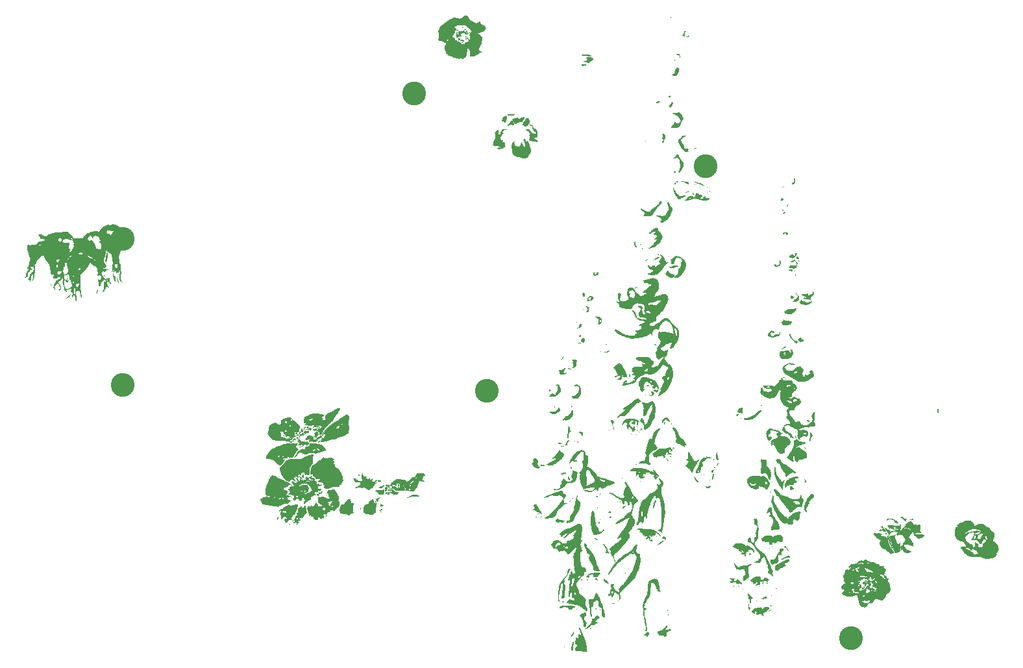
<source format=gbr>
%TF.GenerationSoftware,KiCad,Pcbnew,(6.0.9)*%
%TF.CreationDate,2023-04-16T13:36:15+02:00*%
%TF.ProjectId,iteMX_bottom,6974654d-585f-4626-9f74-746f6d2e6b69,v1.0.0*%
%TF.SameCoordinates,Original*%
%TF.FileFunction,Soldermask,Bot*%
%TF.FilePolarity,Negative*%
%FSLAX46Y46*%
G04 Gerber Fmt 4.6, Leading zero omitted, Abs format (unit mm)*
G04 Created by KiCad (PCBNEW (6.0.9)) date 2023-04-16 13:36:15*
%MOMM*%
%LPD*%
G01*
G04 APERTURE LIST*
%ADD10C,3.100000*%
G04 APERTURE END LIST*
%TO.C,G\u002A\u002A\u002A*%
G36*
X73077082Y-16438604D02*
G01*
X73080482Y-16317878D01*
X73092070Y-16240534D01*
X73117184Y-16186519D01*
X73156386Y-16140636D01*
X73234101Y-16060997D01*
X73184867Y-15784013D01*
X73165866Y-15659417D01*
X73156726Y-15560657D01*
X73158555Y-15502605D01*
X73163223Y-15493741D01*
X73209188Y-15492849D01*
X73288820Y-15507230D01*
X73311805Y-15513063D01*
X73392356Y-15530128D01*
X73438297Y-15517904D01*
X73475226Y-15467299D01*
X73483658Y-15452001D01*
X73525552Y-15389249D01*
X73559795Y-15361321D01*
X73562264Y-15361243D01*
X73613664Y-15366913D01*
X73628530Y-15396137D01*
X73625315Y-15464193D01*
X73608404Y-15550521D01*
X73582178Y-15634558D01*
X73551019Y-15695742D01*
X73541254Y-15706666D01*
X73500544Y-15749809D01*
X73488219Y-15792144D01*
X73507651Y-15847560D01*
X73562210Y-15929952D01*
X73611420Y-15995756D01*
X73690746Y-16103614D01*
X73763554Y-16208425D01*
X73807739Y-16277217D01*
X73865831Y-16353033D01*
X73938306Y-16387679D01*
X73992619Y-16396146D01*
X74078964Y-16413832D01*
X74119679Y-16449415D01*
X74127800Y-16474204D01*
X74159171Y-16532057D01*
X74208642Y-16542400D01*
X74260868Y-16511701D01*
X74300503Y-16446428D01*
X74311528Y-16396750D01*
X74293078Y-16309594D01*
X74247339Y-16264200D01*
X74188195Y-16210581D01*
X74161468Y-16166368D01*
X74174297Y-16103324D01*
X74233947Y-16010379D01*
X74335295Y-15894151D01*
X74473214Y-15761262D01*
X74479204Y-15755887D01*
X74658685Y-15586147D01*
X74828835Y-15408442D01*
X74978182Y-15235739D01*
X75095264Y-15081004D01*
X75144355Y-15003754D01*
X75213330Y-14892907D01*
X75285800Y-14790694D01*
X75330081Y-14737131D01*
X75405315Y-14645661D01*
X75502435Y-14511873D01*
X75612870Y-14349166D01*
X75728051Y-14170941D01*
X75839405Y-13990598D01*
X75938362Y-13821538D01*
X76016353Y-13677160D01*
X76042813Y-13622758D01*
X76131496Y-13410880D01*
X76224233Y-13154254D01*
X76315248Y-12870868D01*
X76398768Y-12578710D01*
X76469018Y-12295767D01*
X76469570Y-12293331D01*
X76501450Y-12148716D01*
X76519296Y-12048836D01*
X76523538Y-11976597D01*
X76514611Y-11914903D01*
X76492947Y-11846659D01*
X76481654Y-11815962D01*
X76404768Y-11670124D01*
X76296739Y-11540087D01*
X76291085Y-11534792D01*
X76213968Y-11456462D01*
X76156873Y-11385464D01*
X76138561Y-11352782D01*
X76102962Y-11296975D01*
X76053116Y-11258362D01*
X76012611Y-11255024D01*
X76011818Y-11255633D01*
X76004879Y-11295209D01*
X76031395Y-11350146D01*
X76077448Y-11393514D01*
X76085013Y-11397282D01*
X76124666Y-11444910D01*
X76133432Y-11522654D01*
X76110427Y-11604666D01*
X76093025Y-11631761D01*
X76061885Y-11652938D01*
X76028181Y-11621055D01*
X76023530Y-11614187D01*
X75946707Y-11504464D01*
X75892495Y-11442482D01*
X75853577Y-11419974D01*
X75851374Y-11419678D01*
X75814308Y-11437566D01*
X75739791Y-11489139D01*
X75638438Y-11566584D01*
X75520870Y-11662094D01*
X75514026Y-11667815D01*
X75369723Y-11784072D01*
X75214921Y-11901364D01*
X75070667Y-12004095D01*
X74980942Y-12062892D01*
X74850292Y-12153287D01*
X74702737Y-12270499D01*
X74563650Y-12393963D01*
X74519724Y-12436796D01*
X74405114Y-12546452D01*
X74288671Y-12648208D01*
X74188384Y-12726714D01*
X74149257Y-12752854D01*
X74049718Y-12829095D01*
X73964091Y-12921632D01*
X73939369Y-12958624D01*
X73881105Y-13043093D01*
X73794955Y-13147493D01*
X73702239Y-13246479D01*
X73624329Y-13327954D01*
X73542583Y-13422841D01*
X73450760Y-13539314D01*
X73342614Y-13685545D01*
X73211902Y-13869710D01*
X73071316Y-14072458D01*
X73006070Y-14163252D01*
X72963158Y-14208379D01*
X72931444Y-14216132D01*
X72903055Y-14197817D01*
X72862153Y-14131975D01*
X72854755Y-14089080D01*
X72873456Y-14043519D01*
X72923904Y-13956820D01*
X72999870Y-13838741D01*
X73095126Y-13699039D01*
X73179014Y-13581055D01*
X73288373Y-13425647D01*
X73386175Y-13278602D01*
X73465247Y-13151331D01*
X73518421Y-13055244D01*
X73536563Y-13012062D01*
X73584456Y-12908039D01*
X73657342Y-12809656D01*
X73673163Y-12793852D01*
X73745621Y-12720946D01*
X73771752Y-12671622D01*
X73754733Y-12629696D01*
X73712927Y-12591209D01*
X73664138Y-12522791D01*
X73622671Y-12412295D01*
X73609634Y-12358076D01*
X73573223Y-12234408D01*
X73507215Y-12081810D01*
X73408597Y-11894289D01*
X73274360Y-11665856D01*
X73206938Y-11556760D01*
X73152464Y-11462840D01*
X73129214Y-11392322D01*
X73131600Y-11316863D01*
X73145589Y-11245658D01*
X73164081Y-11151722D01*
X73161142Y-11097130D01*
X73129518Y-11059327D01*
X73074029Y-11023160D01*
X73000507Y-10962605D01*
X72973463Y-10904726D01*
X72973690Y-10900721D01*
X73000498Y-10859476D01*
X73069373Y-10789176D01*
X73170604Y-10697529D01*
X73294481Y-10592241D01*
X73431293Y-10481018D01*
X73571331Y-10371569D01*
X73704882Y-10271597D01*
X73822238Y-10188812D01*
X73913688Y-10130919D01*
X73969521Y-10105627D01*
X73976036Y-10105201D01*
X74033411Y-10086020D01*
X74117191Y-10027484D01*
X74215317Y-9940761D01*
X74315730Y-9837022D01*
X74406371Y-9727434D01*
X74448262Y-9667835D01*
X74497835Y-9568470D01*
X74520852Y-9473220D01*
X74514784Y-9400210D01*
X74489672Y-9370970D01*
X74447663Y-9379619D01*
X74373946Y-9417185D01*
X74316243Y-9454036D01*
X74205353Y-9516207D01*
X74111697Y-9542559D01*
X74045727Y-9532621D01*
X74017900Y-9485921D01*
X74018230Y-9467449D01*
X74041062Y-9411954D01*
X74095123Y-9325683D01*
X74169638Y-9225482D01*
X74185674Y-9205705D01*
X74283795Y-9080924D01*
X74384104Y-8944523D01*
X74461378Y-8831329D01*
X74542874Y-8712759D01*
X74644122Y-8576828D01*
X74739569Y-8457402D01*
X74835773Y-8329837D01*
X74936933Y-8175590D01*
X75022519Y-8026142D01*
X75029010Y-8013502D01*
X75097115Y-7887058D01*
X75166075Y-7771850D01*
X75223603Y-7688085D01*
X75236134Y-7672852D01*
X75304883Y-7558514D01*
X75354702Y-7390115D01*
X75357611Y-7375831D01*
X75399830Y-7219212D01*
X75460337Y-7101243D01*
X75495639Y-7055085D01*
X75563206Y-6958586D01*
X75597367Y-6874338D01*
X75595120Y-6814571D01*
X75560214Y-6791892D01*
X75514242Y-6806599D01*
X75430883Y-6850193D01*
X75324526Y-6914792D01*
X75267836Y-6952087D01*
X75125334Y-7042063D01*
X74953807Y-7141251D01*
X74782281Y-7233124D01*
X74718212Y-7265073D01*
X74560209Y-7344394D01*
X74394461Y-7432047D01*
X74247524Y-7513833D01*
X74193295Y-7545736D01*
X74051642Y-7623811D01*
X73945894Y-7661810D01*
X73864307Y-7661630D01*
X73795133Y-7625165D01*
X73780338Y-7612393D01*
X73754942Y-7584184D01*
X73753153Y-7556224D01*
X73782013Y-7517524D01*
X73848561Y-7457093D01*
X73916257Y-7400209D01*
X74052787Y-7294650D01*
X74221875Y-7175971D01*
X74404725Y-7056328D01*
X74582535Y-6947873D01*
X74736507Y-6862761D01*
X74782546Y-6840145D01*
X74872044Y-6783462D01*
X74957701Y-6693996D01*
X75046686Y-6567641D01*
X75173787Y-6400330D01*
X75319088Y-6258957D01*
X75467717Y-6156718D01*
X75551284Y-6119984D01*
X75613891Y-6082735D01*
X75697989Y-6011598D01*
X75783794Y-5923671D01*
X75897521Y-5776838D01*
X75964245Y-5637323D01*
X75987633Y-5488189D01*
X75971349Y-5312506D01*
X75943636Y-5185596D01*
X75899531Y-5029374D01*
X75850168Y-4886667D01*
X75800378Y-4768509D01*
X75754995Y-4685934D01*
X75718848Y-4649974D01*
X75709268Y-4650446D01*
X75690879Y-4685801D01*
X75666512Y-4767894D01*
X75640694Y-4880837D01*
X75634147Y-4914106D01*
X75599881Y-5080401D01*
X75569964Y-5189908D01*
X75541455Y-5248917D01*
X75511409Y-5263720D01*
X75479930Y-5243753D01*
X75446701Y-5187910D01*
X75411536Y-5095297D01*
X75394308Y-5034548D01*
X75343398Y-4893407D01*
X75270141Y-4771612D01*
X75183713Y-4677257D01*
X75093291Y-4618436D01*
X75008052Y-4603241D01*
X74941579Y-4635257D01*
X74917968Y-4675557D01*
X74926297Y-4733868D01*
X74952505Y-4797855D01*
X74993282Y-4903989D01*
X74996979Y-4973889D01*
X74963015Y-5023284D01*
X74943690Y-5037601D01*
X74871692Y-5052886D01*
X74796841Y-5007067D01*
X74721295Y-4902343D01*
X74647208Y-4740912D01*
X74643681Y-4731657D01*
X74596180Y-4612571D01*
X74557273Y-4539200D01*
X74515855Y-4496888D01*
X74460823Y-4470981D01*
X74441351Y-4464637D01*
X74377144Y-4435965D01*
X74271185Y-4378885D01*
X74134762Y-4299895D01*
X74067384Y-4259017D01*
X75918050Y-4259017D01*
X75919019Y-4263377D01*
X75953969Y-4307659D01*
X76007802Y-4305509D01*
X76058893Y-4259391D01*
X76066137Y-4246596D01*
X76100552Y-4165719D01*
X76134764Y-4066924D01*
X76137120Y-4059145D01*
X76156886Y-3985486D01*
X76151362Y-3959308D01*
X76114458Y-3967568D01*
X76097530Y-3974333D01*
X76033444Y-4022476D01*
X75972462Y-4101688D01*
X75929144Y-4188394D01*
X75918050Y-4259017D01*
X74067384Y-4259017D01*
X73979168Y-4205497D01*
X73849842Y-4124125D01*
X73679343Y-4017150D01*
X73511703Y-3915639D01*
X73360498Y-3827551D01*
X73239301Y-3760846D01*
X73179749Y-3731212D01*
X73050884Y-3669087D01*
X72978723Y-3624702D01*
X72960060Y-3594758D01*
X72991686Y-3575958D01*
X73022979Y-3570037D01*
X73162114Y-3570531D01*
X73322147Y-3610974D01*
X73510355Y-3693897D01*
X73718864Y-3812480D01*
X73953005Y-3955162D01*
X74141919Y-4066085D01*
X74293543Y-4148220D01*
X74415813Y-4204536D01*
X74516665Y-4238005D01*
X74604034Y-4251594D01*
X74685857Y-4248275D01*
X74770069Y-4231019D01*
X74808338Y-4220247D01*
X74928335Y-4174570D01*
X74948087Y-4157070D01*
X74988048Y-4121664D01*
X74989560Y-4053570D01*
X74934948Y-3962329D01*
X74889829Y-3908447D01*
X74843556Y-3838241D01*
X75426499Y-3838241D01*
X75437660Y-3841921D01*
X75472223Y-3822379D01*
X75474418Y-3813860D01*
X75466877Y-3781972D01*
X75463812Y-3780820D01*
X75434528Y-3800113D01*
X75427054Y-3808881D01*
X75426499Y-3838241D01*
X74843556Y-3838241D01*
X74806042Y-3781323D01*
X74799499Y-3742923D01*
X74785057Y-3658160D01*
X74826529Y-3536244D01*
X74839713Y-3515526D01*
X74868373Y-3452573D01*
X74901170Y-3350128D01*
X74929069Y-3238704D01*
X74980607Y-3064039D01*
X75052389Y-2933192D01*
X75071078Y-2909190D01*
X75145232Y-2800526D01*
X75175680Y-2697817D01*
X75161741Y-2587362D01*
X75102732Y-2455459D01*
X75043616Y-2357527D01*
X74992514Y-2253976D01*
X74990158Y-2182282D01*
X75035636Y-2146847D01*
X75087662Y-2145041D01*
X75146982Y-2170334D01*
X75216470Y-2239302D01*
X75297964Y-2350712D01*
X75390658Y-2486074D01*
X75495301Y-2635231D01*
X75570746Y-2740358D01*
X75654910Y-2860266D01*
X75713017Y-2958963D01*
X75755790Y-3059821D01*
X75793948Y-3186217D01*
X75817880Y-3279193D01*
X75868773Y-3421342D01*
X75948466Y-3576116D01*
X76002192Y-3659578D01*
X76068287Y-3757436D01*
X76116279Y-3836388D01*
X76137179Y-3881481D01*
X76137408Y-3884580D01*
X76159239Y-3919884D01*
X76216562Y-3967477D01*
X76224293Y-3972678D01*
X76282675Y-4021937D01*
X76367564Y-4107006D01*
X76465711Y-4214181D01*
X76529827Y-4288602D01*
X76634732Y-4418202D01*
X76697466Y-4513977D01*
X76719492Y-4588239D01*
X76702276Y-4653295D01*
X76647280Y-4721457D01*
X76587884Y-4776899D01*
X76517031Y-4844057D01*
X76423611Y-4937899D01*
X76327807Y-5038152D01*
X76327481Y-5038501D01*
X76253980Y-5118805D01*
X76204294Y-5182750D01*
X76170868Y-5247517D01*
X76146147Y-5330280D01*
X76122573Y-5448218D01*
X76106015Y-5541984D01*
X76076416Y-5691106D01*
X76043120Y-5827216D01*
X76011082Y-5931307D01*
X75994021Y-5971431D01*
X75960566Y-6059799D01*
X75931897Y-6180427D01*
X75918659Y-6269578D01*
X75910694Y-6359093D01*
X75912509Y-6428073D01*
X75929490Y-6492897D01*
X75967016Y-6569945D01*
X76030472Y-6675597D01*
X76075785Y-6747726D01*
X76198423Y-6964975D01*
X76272648Y-7155061D01*
X76301184Y-7328462D01*
X76286758Y-7495658D01*
X76278981Y-7529176D01*
X76197616Y-7777671D01*
X76089223Y-8001896D01*
X75962635Y-8184216D01*
X75936083Y-8213917D01*
X75862421Y-8297237D01*
X75809746Y-8365899D01*
X75790401Y-8402406D01*
X75766482Y-8442704D01*
X75708536Y-8509199D01*
X75644677Y-8572600D01*
X75568453Y-8650549D01*
X75515088Y-8717544D01*
X75498093Y-8752269D01*
X75510279Y-8835956D01*
X75552357Y-8938971D01*
X75612245Y-9032997D01*
X75623546Y-9046294D01*
X75668685Y-9141932D01*
X75667379Y-9266934D01*
X75621394Y-9409342D01*
X75552021Y-9530091D01*
X75386278Y-9757492D01*
X75189555Y-10008045D01*
X74977029Y-10263626D01*
X74763875Y-10506111D01*
X74565264Y-10717378D01*
X74519242Y-10763610D01*
X74284676Y-10996158D01*
X74091395Y-11188504D01*
X73935388Y-11344948D01*
X73812647Y-11469794D01*
X73719162Y-11567344D01*
X73650924Y-11641898D01*
X73603922Y-11697760D01*
X73574149Y-11739231D01*
X73557594Y-11770615D01*
X73550248Y-11796213D01*
X73549115Y-11804563D01*
X73557018Y-11872507D01*
X73585809Y-11977666D01*
X73629691Y-12099635D01*
X73640133Y-12125121D01*
X73692075Y-12259054D01*
X73736219Y-12390762D01*
X73763806Y-12493886D01*
X73765438Y-12502262D01*
X73787822Y-12583985D01*
X73814861Y-12629803D01*
X73826441Y-12633716D01*
X73862044Y-12605841D01*
X73921408Y-12540241D01*
X73991709Y-12451093D01*
X73992002Y-12450699D01*
X74143864Y-12274056D01*
X74343032Y-12090698D01*
X74593242Y-11897672D01*
X74898225Y-11692018D01*
X75135985Y-11545144D01*
X75376848Y-11399392D01*
X75568870Y-11279279D01*
X75718637Y-11179456D01*
X75832730Y-11094573D01*
X75917738Y-11019281D01*
X75980242Y-10948231D01*
X76026828Y-10876074D01*
X76064081Y-10797459D01*
X76067974Y-10787983D01*
X76133815Y-10642048D01*
X76201499Y-10537705D01*
X76287592Y-10454774D01*
X76408511Y-10373167D01*
X76498877Y-10321541D01*
X76553261Y-10302818D01*
X76587620Y-10313363D01*
X76602663Y-10328954D01*
X76623400Y-10370926D01*
X76620897Y-10430746D01*
X76594053Y-10527785D01*
X76590811Y-10537765D01*
X76553417Y-10680410D01*
X76525306Y-10842424D01*
X76508124Y-11005628D01*
X76503518Y-11151839D01*
X76513132Y-11262879D01*
X76522217Y-11295725D01*
X76575906Y-11378472D01*
X76671193Y-11445317D01*
X76818503Y-11503329D01*
X76836526Y-11508926D01*
X76942577Y-11546636D01*
X77000523Y-11590085D01*
X77022028Y-11657283D01*
X77018758Y-11766241D01*
X77016847Y-11787343D01*
X77019442Y-11980084D01*
X77050536Y-12126842D01*
X77069801Y-12191368D01*
X77080806Y-12251780D01*
X77083044Y-12320950D01*
X77076008Y-12411747D01*
X77059188Y-12537046D01*
X77032077Y-12709716D01*
X77026067Y-12746806D01*
X76979346Y-13001569D01*
X76926511Y-13233347D01*
X76871690Y-13424622D01*
X76855071Y-13472589D01*
X76774940Y-13680553D01*
X76683479Y-13899686D01*
X76587469Y-14115150D01*
X76493690Y-14312109D01*
X76408922Y-14475727D01*
X76352877Y-14571513D01*
X76275990Y-14676322D01*
X76158157Y-14816308D01*
X76006003Y-14984584D01*
X75826151Y-15174262D01*
X75625226Y-15378458D01*
X75409851Y-15590284D01*
X75186653Y-15802853D01*
X75022051Y-15955026D01*
X74832980Y-16127945D01*
X74685549Y-16264438D01*
X74574152Y-16370505D01*
X74493180Y-16452142D01*
X74437026Y-16515351D01*
X74400083Y-16566129D01*
X74376742Y-16610475D01*
X74361398Y-16654389D01*
X74358439Y-16664953D01*
X74348013Y-16756172D01*
X74374424Y-16850141D01*
X74399097Y-16900123D01*
X74448331Y-17053880D01*
X74449393Y-17223750D01*
X74403728Y-17386221D01*
X74364959Y-17455674D01*
X74305438Y-17529814D01*
X74258674Y-17564917D01*
X74233689Y-17557585D01*
X74239503Y-17504418D01*
X74240035Y-17502739D01*
X74287933Y-17339554D01*
X74310895Y-17217278D01*
X74309807Y-17118806D01*
X74285558Y-17027040D01*
X74267067Y-16982801D01*
X74208166Y-16870894D01*
X74143413Y-16801410D01*
X74051171Y-16755262D01*
X73985143Y-16734150D01*
X73895036Y-16693280D01*
X73826812Y-16637779D01*
X73823209Y-16633115D01*
X73750384Y-16570655D01*
X73672246Y-16564285D01*
X73621547Y-16595035D01*
X73594986Y-16640834D01*
X73598138Y-16711651D01*
X73606677Y-16750125D01*
X73620294Y-16825894D01*
X73607126Y-16878906D01*
X73557682Y-16937239D01*
X73536428Y-16957981D01*
X73464724Y-17035766D01*
X73409895Y-17110228D01*
X73401605Y-17124964D01*
X73359428Y-17177383D01*
X73319551Y-17168740D01*
X73284931Y-17101474D01*
X73263732Y-17011359D01*
X73232807Y-16909612D01*
X73188616Y-16854502D01*
X73140218Y-16850631D01*
X73096667Y-16902597D01*
X73088502Y-16922345D01*
X73042057Y-17010167D01*
X72987531Y-17035582D01*
X72921365Y-16999091D01*
X72877956Y-16951869D01*
X72825220Y-16878774D01*
X72813159Y-16832767D01*
X72833157Y-16800248D01*
X72888425Y-16766064D01*
X72915313Y-16761790D01*
X72966531Y-16745445D01*
X73014706Y-16711391D01*
X73048300Y-16670587D01*
X73067233Y-16612159D01*
X73069009Y-16592115D01*
X73224102Y-16592115D01*
X73262942Y-16644536D01*
X73328065Y-16691776D01*
X73386074Y-16721912D01*
X73417075Y-16724597D01*
X73407926Y-16701683D01*
X73387133Y-16683456D01*
X73367782Y-16654858D01*
X73388470Y-16617029D01*
X73443200Y-16566541D01*
X73513688Y-16486727D01*
X73533945Y-16415460D01*
X73502967Y-16363254D01*
X73464250Y-16346604D01*
X73406530Y-16350991D01*
X73342088Y-16399340D01*
X73296966Y-16450030D01*
X73236247Y-16533516D01*
X73224102Y-16592115D01*
X73069009Y-16592115D01*
X73070440Y-16575965D01*
X73075533Y-16518490D01*
X73077082Y-16438604D01*
G37*
G36*
X81616410Y36986669D02*
G01*
X81605575Y36976094D01*
X81604778Y36990295D01*
X81616410Y36986669D01*
G37*
G36*
X71703419Y-7375476D02*
G01*
X71721577Y-7428271D01*
X71692332Y-7513387D01*
X71676228Y-7540945D01*
X71621494Y-7606794D01*
X71576889Y-7610872D01*
X71540229Y-7555756D01*
X71530035Y-7467277D01*
X71565847Y-7395691D01*
X71637213Y-7361533D01*
X71639170Y-7361352D01*
X71703419Y-7375476D01*
G37*
G36*
X78827912Y-1253386D02*
G01*
X78790623Y-1199886D01*
X78774889Y-1189453D01*
X78707513Y-1163472D01*
X78638571Y-1177974D01*
X78607744Y-1192705D01*
X78542722Y-1222246D01*
X78506627Y-1216581D01*
X78472594Y-1170834D01*
X78470728Y-1167831D01*
X78406996Y-1107947D01*
X78332181Y-1075541D01*
X78263536Y-1048921D01*
X78239206Y-996052D01*
X78237642Y-967665D01*
X78222603Y-896995D01*
X78176127Y-878016D01*
X78093305Y-908941D01*
X78086559Y-912629D01*
X77993141Y-936535D01*
X77878034Y-930618D01*
X77743246Y-907722D01*
X77727762Y-1055047D01*
X77707802Y-1168896D01*
X77678920Y-1223263D01*
X77642480Y-1216751D01*
X77612175Y-1173288D01*
X77555854Y-1112615D01*
X77499062Y-1089569D01*
X77455166Y-1092252D01*
X77425990Y-1121280D01*
X77401619Y-1190912D01*
X77386843Y-1250946D01*
X77363547Y-1374510D01*
X77367384Y-1448890D01*
X77402951Y-1484261D01*
X77474849Y-1490809D01*
X77494621Y-1489504D01*
X77574284Y-1490955D01*
X77611674Y-1517298D01*
X77618940Y-1536245D01*
X77606406Y-1594238D01*
X77549551Y-1639728D01*
X77467544Y-1659412D01*
X77442742Y-1658493D01*
X77366791Y-1665259D01*
X77282309Y-1689518D01*
X77186086Y-1717307D01*
X77101455Y-1710777D01*
X77000897Y-1666777D01*
X76979288Y-1654808D01*
X76853378Y-1567026D01*
X76789551Y-1479300D01*
X76786470Y-1388473D01*
X76808852Y-1347145D01*
X77116599Y-1347145D01*
X77136032Y-1393147D01*
X77162647Y-1405384D01*
X77198252Y-1383812D01*
X77211641Y-1363667D01*
X77214584Y-1311687D01*
X77179255Y-1286395D01*
X77136891Y-1300517D01*
X77116599Y-1347145D01*
X76808852Y-1347145D01*
X76825426Y-1316542D01*
X76831503Y-1305322D01*
X76860181Y-1253727D01*
X76841271Y-1217198D01*
X76833470Y-1210676D01*
X76784793Y-1180258D01*
X76739894Y-1182298D01*
X76680743Y-1221917D01*
X76627161Y-1269290D01*
X76557126Y-1328252D01*
X76505071Y-1362824D01*
X76491936Y-1366814D01*
X76478392Y-1337150D01*
X76476862Y-1266860D01*
X76478782Y-1244116D01*
X76478866Y-1155050D01*
X76462837Y-1090199D01*
X76458332Y-1083301D01*
X76443159Y-1039413D01*
X76459547Y-970107D01*
X76461284Y-965958D01*
X76742116Y-965958D01*
X76780894Y-973950D01*
X76860132Y-933628D01*
X76886626Y-915802D01*
X76947022Y-870310D01*
X76959904Y-843950D01*
X76931364Y-821816D01*
X76926155Y-819101D01*
X76845295Y-807853D01*
X76775708Y-848342D01*
X76743173Y-909626D01*
X76742116Y-965958D01*
X76461284Y-965958D01*
X76481057Y-918722D01*
X76493408Y-883375D01*
X76516024Y-818650D01*
X76506821Y-759830D01*
X76481102Y-749332D01*
X77300294Y-749332D01*
X77308400Y-780081D01*
X77353186Y-815933D01*
X77411377Y-814675D01*
X77434138Y-797718D01*
X77426672Y-765854D01*
X77391539Y-742439D01*
X77325526Y-726562D01*
X77300294Y-749332D01*
X76481102Y-749332D01*
X76448351Y-735964D01*
X76336906Y-740588D01*
X76237157Y-746769D01*
X76100022Y-747993D01*
X75951431Y-744146D01*
X75916954Y-742456D01*
X75784095Y-734488D01*
X75702649Y-725696D01*
X75660602Y-712301D01*
X75645937Y-690525D01*
X75646545Y-657456D01*
X75683875Y-579439D01*
X75686640Y-573660D01*
X75789201Y-493579D01*
X75954686Y-416869D01*
X75975954Y-408915D01*
X76093450Y-367404D01*
X76195355Y-337351D01*
X76293431Y-318179D01*
X76399441Y-309309D01*
X76525148Y-310161D01*
X76682317Y-320160D01*
X76882709Y-338726D01*
X77050990Y-356089D01*
X77698300Y-424124D01*
X78212390Y-662629D01*
X78378622Y-738446D01*
X78524630Y-802566D01*
X78640889Y-851006D01*
X78717869Y-879783D01*
X78745683Y-885584D01*
X78746925Y-849488D01*
X78728794Y-774663D01*
X78711519Y-722718D01*
X78682503Y-619699D01*
X78691098Y-566239D01*
X78740502Y-558530D01*
X78824364Y-588396D01*
X78912986Y-654611D01*
X79003955Y-769272D01*
X79026019Y-804633D01*
X79104277Y-917938D01*
X79207133Y-1043245D01*
X79300669Y-1141771D01*
X79381176Y-1219958D01*
X79428394Y-1277970D01*
X79440291Y-1328842D01*
X79414839Y-1385613D01*
X79350011Y-1461319D01*
X79243776Y-1568996D01*
X79232405Y-1580409D01*
X79162822Y-1660559D01*
X79116307Y-1733518D01*
X79105752Y-1764744D01*
X79085534Y-1829240D01*
X79043541Y-1837048D01*
X78978536Y-1787682D01*
X78889286Y-1680654D01*
X78887925Y-1678832D01*
X78811015Y-1564798D01*
X78773667Y-1483258D01*
X78773532Y-1447736D01*
X78791712Y-1404718D01*
X79093606Y-1404718D01*
X79143939Y-1422014D01*
X79150823Y-1422800D01*
X79218849Y-1413987D01*
X79251407Y-1388606D01*
X79261328Y-1338512D01*
X79256160Y-1325255D01*
X79219030Y-1306698D01*
X79164366Y-1296804D01*
X79125654Y-1300526D01*
X79122103Y-1305433D01*
X79108378Y-1341517D01*
X79096299Y-1366571D01*
X79093606Y-1404718D01*
X78791712Y-1404718D01*
X78820102Y-1337541D01*
X78822234Y-1332495D01*
X78827912Y-1253386D01*
G37*
G36*
X76614404Y5090120D02*
G01*
X76649507Y5052382D01*
X76642486Y5005122D01*
X76590425Y4977682D01*
X76538363Y4999069D01*
X76519888Y5032397D01*
X76532841Y5083020D01*
X76557286Y5096555D01*
X76614404Y5090120D01*
G37*
G36*
X94102935Y-5468072D02*
G01*
X94147595Y-5517839D01*
X94183687Y-5614357D01*
X94207660Y-5741078D01*
X94215958Y-5881450D01*
X94211227Y-5972540D01*
X94220821Y-6150371D01*
X94279057Y-6339141D01*
X94378898Y-6519251D01*
X94432379Y-6588581D01*
X94508962Y-6689806D01*
X94573402Y-6794391D01*
X94597760Y-6845400D01*
X94643673Y-6928911D01*
X94718668Y-7032916D01*
X94800519Y-7128269D01*
X94919190Y-7286657D01*
X95026952Y-7493126D01*
X95117161Y-7732402D01*
X95183175Y-7989212D01*
X95189577Y-8022787D01*
X95212304Y-8153415D01*
X95218060Y-8242685D01*
X95197998Y-8300274D01*
X95143271Y-8335865D01*
X95045034Y-8359135D01*
X94894442Y-8379765D01*
X94859320Y-8384168D01*
X94700184Y-8402983D01*
X94548428Y-8418890D01*
X94424777Y-8429816D01*
X94367298Y-8433346D01*
X94266024Y-8438849D01*
X94184664Y-8446064D01*
X94166158Y-8448651D01*
X94117573Y-8444914D01*
X94107038Y-8432125D01*
X94099501Y-8229780D01*
X94118412Y-8062064D01*
X94168378Y-7903982D01*
X94227183Y-7780160D01*
X94317448Y-7589079D01*
X94367043Y-7429805D01*
X94378283Y-7287410D01*
X94353487Y-7146969D01*
X94334499Y-7089362D01*
X94256669Y-6923028D01*
X94164117Y-6803205D01*
X94062816Y-6736376D01*
X93998179Y-6724396D01*
X93914333Y-6700187D01*
X93867186Y-6639408D01*
X93860487Y-6559764D01*
X93897979Y-6478966D01*
X93938218Y-6440868D01*
X94001008Y-6367304D01*
X94004923Y-6278758D01*
X93949885Y-6171414D01*
X93932242Y-6147922D01*
X93866990Y-6078962D01*
X93806798Y-6056161D01*
X93740089Y-6081586D01*
X93655291Y-6157306D01*
X93610791Y-6205392D01*
X93503454Y-6324940D01*
X93519358Y-6173620D01*
X93545208Y-6042742D01*
X93593100Y-5892078D01*
X93654483Y-5742660D01*
X93720805Y-5615511D01*
X93778343Y-5536781D01*
X93878393Y-5472692D01*
X93999101Y-5448951D01*
X94102935Y-5468072D01*
G37*
G36*
X76596934Y4144730D02*
G01*
X76588133Y4098837D01*
X76561608Y4034562D01*
X76526965Y4001763D01*
X76499256Y4007564D01*
X76492886Y4053748D01*
X76523400Y4122498D01*
X76553809Y4151943D01*
X76590322Y4169836D01*
X76596934Y4144730D01*
G37*
G36*
X80599817Y-18833609D02*
G01*
X80602387Y-18836663D01*
X80619761Y-18895475D01*
X80615134Y-18943193D01*
X80593838Y-18986267D01*
X80576076Y-18985336D01*
X80562873Y-18936107D01*
X80563330Y-18878806D01*
X80576128Y-18826827D01*
X80599817Y-18833609D01*
G37*
G36*
X73319114Y5894975D02*
G01*
X73381053Y5872923D01*
X73511494Y5819431D01*
X73586825Y5774361D01*
X73613420Y5730272D01*
X73597656Y5679723D01*
X73574135Y5647562D01*
X73530044Y5571920D01*
X73487798Y5464633D01*
X73469999Y5402885D01*
X73436146Y5299442D01*
X73394511Y5218059D01*
X73370224Y5189897D01*
X73337046Y5168382D01*
X73325371Y5179642D01*
X73333037Y5234443D01*
X73347913Y5300879D01*
X73364897Y5385566D01*
X73364597Y5449141D01*
X73341514Y5513181D01*
X73290152Y5599260D01*
X73260202Y5645083D01*
X73179905Y5777322D01*
X73144198Y5865698D01*
X73154531Y5912944D01*
X73212353Y5921793D01*
X73319114Y5894975D01*
G37*
G36*
X97313579Y3824059D02*
G01*
X97353983Y3753086D01*
X97381804Y3666540D01*
X97387332Y3594383D01*
X97403912Y3541856D01*
X97453492Y3459911D01*
X97525684Y3365499D01*
X97532503Y3357474D01*
X97628124Y3254290D01*
X97712780Y3187900D01*
X97809940Y3141744D01*
X97865038Y3122829D01*
X98031310Y3083901D01*
X98183997Y3073525D01*
X98192648Y3073977D01*
X98315522Y3077449D01*
X98437032Y3074778D01*
X98462053Y3073119D01*
X98564271Y3048231D01*
X98614776Y3001418D01*
X98616369Y2943323D01*
X98571849Y2884590D01*
X98484017Y2835860D01*
X98393522Y2812617D01*
X98316384Y2792066D01*
X98199254Y2751221D01*
X98059733Y2696539D01*
X97950588Y2650154D01*
X97808862Y2589427D01*
X97679589Y2537055D01*
X97579097Y2499482D01*
X97531275Y2484616D01*
X97469401Y2452836D01*
X97399768Y2393224D01*
X97336265Y2321769D01*
X97292784Y2254456D01*
X97283214Y2207274D01*
X97286019Y2202331D01*
X97319710Y2205337D01*
X97381412Y2239644D01*
X97398174Y2251594D01*
X97512906Y2332550D01*
X97595637Y2375861D01*
X97662114Y2385741D01*
X97728091Y2366401D01*
X97762366Y2348987D01*
X97860523Y2285258D01*
X97956085Y2208531D01*
X97963538Y2201621D01*
X98031365Y2146594D01*
X98136772Y2071250D01*
X98262655Y1987532D01*
X98338984Y1939429D01*
X98463622Y1859664D01*
X98572643Y1784530D01*
X98651248Y1724504D01*
X98678755Y1698859D01*
X98720612Y1618336D01*
X98753415Y1494911D01*
X98774573Y1348854D01*
X98781501Y1200436D01*
X98771610Y1069925D01*
X98763817Y1032692D01*
X98726524Y935120D01*
X98681939Y899430D01*
X98631251Y926233D01*
X98610237Y953530D01*
X98558796Y1001713D01*
X98499667Y994042D01*
X98424233Y929301D01*
X98422124Y927006D01*
X98310444Y840456D01*
X98171848Y783010D01*
X98029491Y761442D01*
X97915682Y778895D01*
X97830212Y802407D01*
X97766149Y791468D01*
X97717683Y762976D01*
X97620925Y683808D01*
X97554484Y603415D01*
X97527140Y534537D01*
X97536195Y499707D01*
X97562712Y441692D01*
X97554041Y395249D01*
X97520684Y382915D01*
X97481348Y407190D01*
X97412630Y466639D01*
X97327907Y549492D01*
X97308820Y569303D01*
X97221307Y664111D01*
X97167699Y737203D01*
X97137060Y811829D01*
X97118458Y911238D01*
X97108099Y996189D01*
X97095585Y1134690D01*
X97089317Y1266601D01*
X97090557Y1364566D01*
X97090885Y1368620D01*
X97091725Y1462941D01*
X97079885Y1535788D01*
X97075752Y1545797D01*
X97045054Y1576621D01*
X97016503Y1554184D01*
X96991240Y1488717D01*
X96970405Y1390453D01*
X96955137Y1269621D01*
X96946578Y1136454D01*
X96945867Y1001182D01*
X96954145Y874038D01*
X96972552Y765252D01*
X96984320Y725360D01*
X97023819Y596913D01*
X97031945Y518294D01*
X97007126Y483261D01*
X96947791Y485567D01*
X96925557Y491811D01*
X96733140Y561886D01*
X96585146Y642387D01*
X96462519Y745308D01*
X96386340Y831202D01*
X96305824Y920963D01*
X96231455Y987560D01*
X96178477Y1017463D01*
X96176064Y1017823D01*
X96127947Y1035786D01*
X96120437Y1055594D01*
X96143490Y1091658D01*
X96198624Y1164212D01*
X96276673Y1261467D01*
X96338394Y1335972D01*
X96456318Y1486055D01*
X96581605Y1661542D01*
X96705581Y1848653D01*
X96819570Y2033609D01*
X96914899Y2202628D01*
X96982894Y2341931D01*
X97001749Y2389779D01*
X97061683Y2645116D01*
X97073261Y2918869D01*
X97059002Y3063214D01*
X97043819Y3195559D01*
X97049837Y3276759D01*
X97081247Y3316849D01*
X97142241Y3325862D01*
X97167893Y3323906D01*
X97242556Y3327941D01*
X97293740Y3370230D01*
X97319450Y3411733D01*
X97352582Y3481508D01*
X97349181Y3527860D01*
X97307205Y3580626D01*
X97263079Y3648672D01*
X97236823Y3728820D01*
X97230959Y3801842D01*
X97248009Y3848509D01*
X97271121Y3855780D01*
X97313579Y3824059D01*
G37*
G36*
X93126875Y-15287657D02*
G01*
X93105018Y-15313932D01*
X93071419Y-15337682D01*
X92978988Y-15381956D01*
X92913235Y-15376059D01*
X92890116Y-15349429D01*
X92904632Y-15320179D01*
X92960709Y-15293580D01*
X93036598Y-15277182D01*
X93099398Y-15276773D01*
X93126875Y-15287657D01*
G37*
G36*
X79064277Y15162945D02*
G01*
X79064402Y15155300D01*
X79037151Y15127167D01*
X79029507Y15127043D01*
X79001373Y15154294D01*
X79001249Y15161938D01*
X79028500Y15190071D01*
X79036144Y15190195D01*
X79064277Y15162945D01*
G37*
G36*
X69129139Y-21126397D02*
G01*
X69179079Y-21157612D01*
X69219731Y-21230836D01*
X69247444Y-21315964D01*
X69282217Y-21423702D01*
X69318979Y-21513536D01*
X69338542Y-21549013D01*
X69374002Y-21625951D01*
X69393080Y-21707083D01*
X69411774Y-21778472D01*
X69451896Y-21887896D01*
X69506319Y-22016674D01*
X69534744Y-22078427D01*
X69694021Y-22450453D01*
X69831496Y-22842920D01*
X69942089Y-23238010D01*
X70020718Y-23617908D01*
X70058667Y-23916006D01*
X70070331Y-24053744D01*
X70080930Y-24174311D01*
X70088770Y-24258629D01*
X70090822Y-24278540D01*
X70098884Y-24351219D01*
X68804400Y-24215163D01*
X68783830Y-24071234D01*
X68761685Y-23960703D01*
X68737307Y-23909934D01*
X68713724Y-23919865D01*
X68693957Y-23991432D01*
X68687389Y-24041356D01*
X68673589Y-24137246D01*
X68653933Y-24183915D01*
X68621537Y-24195632D01*
X68613239Y-24195072D01*
X68579361Y-24177694D01*
X68556914Y-24125786D01*
X68541289Y-24026717D01*
X68537337Y-23986931D01*
X68534626Y-23813907D01*
X68563344Y-23695928D01*
X68623552Y-23632827D01*
X68673953Y-23621268D01*
X68736893Y-23598028D01*
X68766869Y-23532979D01*
X68769505Y-23469062D01*
X68735715Y-23415228D01*
X68677960Y-23367325D01*
X68603971Y-23297617D01*
X68554857Y-23224280D01*
X68548954Y-23207861D01*
X68544016Y-23147838D01*
X68546113Y-23045500D01*
X68553809Y-22916121D01*
X68565667Y-22774972D01*
X68580254Y-22637327D01*
X68596131Y-22518459D01*
X68611863Y-22433639D01*
X68625026Y-22398764D01*
X68658733Y-22407686D01*
X68715239Y-22452132D01*
X68733510Y-22470217D01*
X68824293Y-22542063D01*
X68897416Y-22554990D01*
X68949563Y-22511938D01*
X68977412Y-22415845D01*
X68977644Y-22269655D01*
X68976298Y-22255158D01*
X68969998Y-22117014D01*
X68981621Y-22026234D01*
X69009187Y-21987137D01*
X69050712Y-22004044D01*
X69076904Y-22036025D01*
X69148240Y-22102657D01*
X69224313Y-22110280D01*
X69277398Y-22077427D01*
X69298428Y-22042395D01*
X69293695Y-21990957D01*
X69260380Y-21907048D01*
X69239905Y-21863854D01*
X69189618Y-21734604D01*
X69168029Y-21621412D01*
X69168615Y-21589010D01*
X69162936Y-21501046D01*
X69132833Y-21460119D01*
X69091219Y-21411945D01*
X69054903Y-21328016D01*
X69032532Y-21235988D01*
X69032758Y-21163518D01*
X69036740Y-21152865D01*
X69082250Y-21124261D01*
X69129139Y-21126397D01*
G37*
G36*
X79073076Y15178022D02*
G01*
X79073201Y15170377D01*
X79045950Y15142244D01*
X79038306Y15142120D01*
X79010172Y15169371D01*
X79010049Y15177014D01*
X79037299Y15205148D01*
X79044943Y15205272D01*
X79073076Y15178022D01*
G37*
G36*
X95909185Y-1053148D02*
G01*
X95890523Y-1024165D01*
X95839043Y-958515D01*
X95763678Y-867365D01*
X95710817Y-805200D01*
X95610236Y-680318D01*
X95527411Y-556510D01*
X95451127Y-414584D01*
X95370166Y-235345D01*
X95350373Y-188424D01*
X95283142Y-30080D01*
X95232106Y80411D01*
X95190011Y154208D01*
X95149608Y202471D01*
X95103641Y236359D01*
X95058806Y260218D01*
X94941917Y342595D01*
X94890673Y421624D01*
X94844039Y517001D01*
X94783793Y610906D01*
X94783570Y611201D01*
X94713520Y704082D01*
X94790794Y791569D01*
X94898606Y869049D01*
X95030325Y890928D01*
X95141323Y868414D01*
X95214507Y836653D01*
X95270675Y792490D01*
X95322878Y721377D01*
X95384171Y608763D01*
X95396873Y583564D01*
X95504828Y414175D01*
X95647012Y278269D01*
X95836705Y163683D01*
X95875670Y144965D01*
X96007119Y75759D01*
X96172083Y-23046D01*
X96358018Y-142731D01*
X96552383Y-274572D01*
X96742633Y-409850D01*
X96916226Y-539840D01*
X97060619Y-655825D01*
X97163269Y-749080D01*
X97167080Y-752989D01*
X97270654Y-871791D01*
X97325639Y-961715D01*
X97332222Y-1019820D01*
X97290592Y-1043165D01*
X97200937Y-1028804D01*
X97150577Y-1011427D01*
X97031815Y-976600D01*
X96925414Y-974963D01*
X96882742Y-981651D01*
X96710985Y-1034579D01*
X96526580Y-1124676D01*
X96354310Y-1237815D01*
X96218958Y-1359867D01*
X96218706Y-1360149D01*
X96124870Y-1455105D01*
X96055282Y-1498187D01*
X96002141Y-1492337D01*
X95966705Y-1455128D01*
X95950286Y-1405170D01*
X95932973Y-1315689D01*
X95918179Y-1210519D01*
X95913860Y-1163254D01*
X96121087Y-1163254D01*
X96128627Y-1195141D01*
X96131692Y-1196293D01*
X96160976Y-1177000D01*
X96168451Y-1168232D01*
X96169005Y-1138871D01*
X96157844Y-1135192D01*
X96123281Y-1154734D01*
X96121087Y-1163254D01*
X95913860Y-1163254D01*
X95911850Y-1141262D01*
X95909312Y-1113492D01*
X95909185Y-1053148D01*
G37*
G36*
X94087391Y-3394542D02*
G01*
X94060424Y-3437332D01*
X94007328Y-3488326D01*
X93940693Y-3532925D01*
X93937774Y-3534446D01*
X93880202Y-3558544D01*
X93873299Y-3545720D01*
X93876737Y-3540533D01*
X93929932Y-3479959D01*
X93995593Y-3421272D01*
X94052977Y-3381782D01*
X94075638Y-3374560D01*
X94087391Y-3394542D01*
G37*
G36*
X71605384Y18989332D02*
G01*
X71602482Y19043638D01*
X71602363Y19044099D01*
X71570055Y19080920D01*
X71496157Y19135543D01*
X71395705Y19197036D01*
X71380038Y19205758D01*
X71279825Y19265850D01*
X71206776Y19319224D01*
X71174472Y19355742D01*
X71174011Y19359548D01*
X71208179Y19410622D01*
X71295149Y19431078D01*
X71431887Y19420535D01*
X71520740Y19402886D01*
X71725032Y19335814D01*
X71874262Y19241735D01*
X71967038Y19121734D01*
X71995626Y19034616D01*
X72010168Y18853383D01*
X71986712Y18688538D01*
X71929632Y18551560D01*
X71843301Y18453925D01*
X71758644Y18412512D01*
X71655657Y18398053D01*
X71558668Y18404896D01*
X71490220Y18430225D01*
X71474156Y18448052D01*
X71482266Y18492819D01*
X71511701Y18519456D01*
X71545285Y18554785D01*
X71569086Y18623394D01*
X71585049Y18724471D01*
X71722394Y18724471D01*
X71745168Y18676273D01*
X71796394Y18681811D01*
X71845612Y18712401D01*
X71900017Y18767386D01*
X71906542Y18829136D01*
X71866228Y18915280D01*
X71858368Y18927973D01*
X71807636Y18986114D01*
X71767897Y18981798D01*
X71739094Y18914985D01*
X71725208Y18829186D01*
X71722394Y18724471D01*
X71585049Y18724471D01*
X71587307Y18738770D01*
X71591324Y18774994D01*
X71597095Y18842651D01*
X71601383Y18892931D01*
X71605384Y18989332D01*
G37*
G36*
X94008738Y-19131198D02*
G01*
X94008350Y-19138382D01*
X93980885Y-19166193D01*
X93971592Y-19166444D01*
X93954766Y-19145116D01*
X93960986Y-19133404D01*
X93992526Y-19106263D01*
X93997744Y-19105343D01*
X94008738Y-19131198D01*
G37*
G36*
X81611631Y36868360D02*
G01*
X81602710Y36753279D01*
X81565718Y36673329D01*
X81506995Y36640662D01*
X81492915Y36640902D01*
X81462121Y36657018D01*
X81460762Y36706149D01*
X81472974Y36758112D01*
X81542814Y36914830D01*
X81605575Y36976094D01*
X81611631Y36868360D01*
G37*
G36*
X75890181Y4099371D02*
G01*
X75890305Y4091726D01*
X75863054Y4063593D01*
X75855410Y4063469D01*
X75827277Y4090720D01*
X75827153Y4098364D01*
X75854403Y4126497D01*
X75862048Y4126621D01*
X75890181Y4099371D01*
G37*
G36*
X92173628Y-6965480D02*
G01*
X92187178Y-6973511D01*
X92235069Y-7040532D01*
X92273621Y-7170159D01*
X92302791Y-7362181D01*
X92320495Y-7579759D01*
X92334335Y-7710506D01*
X92357526Y-7830919D01*
X92382849Y-7909329D01*
X92414643Y-7990052D01*
X92427880Y-8050134D01*
X92427700Y-8055192D01*
X92441625Y-8112021D01*
X92466342Y-8155169D01*
X92487756Y-8198354D01*
X92490206Y-8256019D01*
X92472965Y-8346224D01*
X92455966Y-8412018D01*
X92412541Y-8672557D01*
X92406669Y-8865837D01*
X92408699Y-9021958D01*
X92410136Y-9185332D01*
X92410665Y-9320558D01*
X92410617Y-9519480D01*
X92225177Y-9740150D01*
X92083236Y-9934698D01*
X92000252Y-10111235D01*
X91975120Y-10272363D01*
X91979056Y-10320670D01*
X92014475Y-10410701D01*
X92095496Y-10530079D01*
X92215452Y-10672098D01*
X92367672Y-10830053D01*
X92545487Y-10997238D01*
X92742226Y-11166950D01*
X92951221Y-11332481D01*
X93078997Y-11426483D01*
X93227846Y-11544148D01*
X93333671Y-11660641D01*
X93412694Y-11797643D01*
X93473337Y-11953533D01*
X93515629Y-12061936D01*
X93581484Y-12211140D01*
X93663939Y-12386260D01*
X93756039Y-12572412D01*
X93826363Y-12708616D01*
X93915648Y-12882626D01*
X93995326Y-13046351D01*
X94059998Y-13188031D01*
X94104271Y-13295906D01*
X94121942Y-13352820D01*
X94155810Y-13461475D01*
X94211429Y-13576061D01*
X94230094Y-13605874D01*
X94278689Y-13688191D01*
X94300066Y-13763821D01*
X94300020Y-13860883D01*
X94294587Y-13918741D01*
X94297245Y-14137476D01*
X94325650Y-14255299D01*
X94354939Y-14350064D01*
X94371687Y-14422861D01*
X94373361Y-14443881D01*
X94347346Y-14474418D01*
X94293864Y-14472180D01*
X94237088Y-14441336D01*
X94215073Y-14416569D01*
X94146640Y-14338874D01*
X94043565Y-14249013D01*
X93927469Y-14164256D01*
X93822768Y-14103208D01*
X93737047Y-14048657D01*
X93674523Y-13985622D01*
X93666527Y-13972513D01*
X93647392Y-13921508D01*
X93652924Y-13870254D01*
X93687518Y-13796592D01*
X93708980Y-13758497D01*
X93755112Y-13666559D01*
X93768944Y-13591654D01*
X93748160Y-13513744D01*
X93690443Y-13412791D01*
X93664478Y-13373366D01*
X93623875Y-13299716D01*
X93613862Y-13229561D01*
X93630486Y-13132386D01*
X93632279Y-13124887D01*
X93651110Y-13035230D01*
X93648619Y-12988552D01*
X93621076Y-12966820D01*
X93598191Y-12960036D01*
X93540425Y-12920011D01*
X93518783Y-12845611D01*
X93502245Y-12764901D01*
X93469074Y-12652064D01*
X93432990Y-12549270D01*
X93391443Y-12429500D01*
X93359712Y-12318470D01*
X93346236Y-12250557D01*
X93320973Y-12163441D01*
X93270752Y-12068470D01*
X93208945Y-11985394D01*
X93148922Y-11933964D01*
X93126857Y-11926484D01*
X93057839Y-11949212D01*
X92980120Y-12024543D01*
X92900632Y-12143536D01*
X92826307Y-12297247D01*
X92812405Y-12332061D01*
X92768301Y-12449654D01*
X92734277Y-12546573D01*
X92716205Y-12605910D01*
X92714824Y-12613271D01*
X92681633Y-12653577D01*
X92603345Y-12684778D01*
X92498142Y-12703069D01*
X92384203Y-12704646D01*
X92319398Y-12696025D01*
X92197523Y-12683664D01*
X92101610Y-12697085D01*
X92094614Y-12699810D01*
X92016116Y-12721484D01*
X91939443Y-12725691D01*
X91886854Y-12712934D01*
X91876197Y-12694904D01*
X91905773Y-12652713D01*
X91976755Y-12596260D01*
X92072396Y-12536790D01*
X92175951Y-12485543D01*
X92206010Y-12473471D01*
X92299659Y-12425302D01*
X92388936Y-12347669D01*
X92489391Y-12226934D01*
X92493962Y-12220882D01*
X92570891Y-12113215D01*
X92634616Y-12014029D01*
X92672914Y-11942527D01*
X92675686Y-11935443D01*
X92685704Y-11870673D01*
X92670924Y-11791287D01*
X92628023Y-11691090D01*
X92553676Y-11563886D01*
X92444560Y-11403478D01*
X92297354Y-11203672D01*
X92249059Y-11140088D01*
X92141719Y-10996708D01*
X92049918Y-10868779D01*
X91979974Y-10765542D01*
X91938210Y-10696241D01*
X91929158Y-10672287D01*
X91913245Y-10602244D01*
X91862698Y-10506687D01*
X91789518Y-10403199D01*
X91705705Y-10309360D01*
X91646759Y-10258553D01*
X91550260Y-10197143D01*
X91423227Y-10128511D01*
X91302953Y-10071912D01*
X91160115Y-10008882D01*
X91068914Y-9959491D01*
X91022562Y-9912508D01*
X91014268Y-9856704D01*
X91037243Y-9780849D01*
X91075039Y-9694960D01*
X91159982Y-9527258D01*
X91235410Y-9420913D01*
X91303356Y-9374841D01*
X91365853Y-9387956D01*
X91424935Y-9459177D01*
X91445163Y-9497589D01*
X91480881Y-9602362D01*
X91474488Y-9700811D01*
X91467840Y-9725232D01*
X91462001Y-9843414D01*
X91517967Y-9949322D01*
X91634997Y-10041639D01*
X91651078Y-10050642D01*
X91719213Y-10080763D01*
X91765853Y-10072083D01*
X91809260Y-10034372D01*
X91866955Y-9934051D01*
X91891037Y-9785694D01*
X91882595Y-9612914D01*
X91880371Y-9491299D01*
X91916874Y-9405581D01*
X92002544Y-9335966D01*
X92039656Y-9315122D01*
X92135602Y-9249879D01*
X92172901Y-9179938D01*
X92155847Y-9092213D01*
X92129835Y-9040333D01*
X92081467Y-8916435D01*
X92072255Y-8777620D01*
X92103248Y-8614088D01*
X92175499Y-8416045D01*
X92203637Y-8352257D01*
X92260293Y-8218068D01*
X92304679Y-8094724D01*
X92330614Y-8000357D01*
X92334772Y-7967612D01*
X92330490Y-7912918D01*
X92307690Y-7874944D01*
X92252808Y-7841668D01*
X92152280Y-7801068D01*
X92142840Y-7797512D01*
X92000893Y-7737714D01*
X91911378Y-7678171D01*
X91864733Y-7605394D01*
X91851394Y-7505901D01*
X91858439Y-7396448D01*
X91863789Y-7213774D01*
X91836973Y-7079932D01*
X91814798Y-7037167D01*
X91783545Y-7038712D01*
X91737530Y-7054112D01*
X91682523Y-7066169D01*
X91671309Y-7050657D01*
X91701763Y-7029615D01*
X91778956Y-7003674D01*
X91886938Y-6978070D01*
X91900321Y-6975439D01*
X92031455Y-6953971D01*
X92117363Y-6950686D01*
X92173628Y-6965480D01*
G37*
G36*
X74711156Y-1650888D02*
G01*
X74711281Y-1658533D01*
X74684030Y-1686666D01*
X74676386Y-1686790D01*
X74648252Y-1659539D01*
X74648128Y-1651895D01*
X74675379Y-1623762D01*
X74683023Y-1623638D01*
X74711156Y-1650888D01*
G37*
G36*
X93085196Y-13949335D02*
G01*
X93067749Y-13963464D01*
X93053620Y-13946017D01*
X93071068Y-13931888D01*
X93085196Y-13949335D01*
G37*
G36*
X86705882Y-530672D02*
G01*
X86688097Y-567581D01*
X86644468Y-639051D01*
X86584930Y-730430D01*
X86519416Y-827070D01*
X86457863Y-914321D01*
X86410206Y-977532D01*
X86386380Y-1002054D01*
X86386206Y-1002049D01*
X86372273Y-973971D01*
X86349121Y-904530D01*
X86338608Y-868700D01*
X86311384Y-752890D01*
X86315496Y-677041D01*
X86359835Y-625437D01*
X86453297Y-582359D01*
X86512082Y-562120D01*
X86611121Y-533848D01*
X86680763Y-522572D01*
X86705882Y-530672D01*
G37*
G36*
X68719661Y-18723410D02*
G01*
X68754242Y-18757478D01*
X68760955Y-18785249D01*
X68738164Y-18810960D01*
X68699255Y-18796880D01*
X68681132Y-18772852D01*
X68677075Y-18729432D01*
X68682479Y-18721909D01*
X68719661Y-18723410D01*
G37*
G36*
X75083214Y5991874D02*
G01*
X75255297Y6063957D01*
X75284393Y6072350D01*
X75370013Y6092881D01*
X75452448Y6104875D01*
X75545902Y6108449D01*
X75664579Y6103718D01*
X75822681Y6090801D01*
X75955394Y6077860D01*
X76202157Y6049193D01*
X76393784Y6017434D01*
X76538634Y5980175D01*
X76645067Y5935007D01*
X76721444Y5879520D01*
X76749414Y5849095D01*
X76779743Y5801558D01*
X76789764Y5746462D01*
X76780645Y5663657D01*
X76764748Y5584230D01*
X76743683Y5469595D01*
X76741692Y5398615D01*
X76759077Y5354287D01*
X76768995Y5342733D01*
X76808915Y5279078D01*
X76799960Y5234408D01*
X76755743Y5216442D01*
X76689881Y5232898D01*
X76638482Y5268764D01*
X76600940Y5339716D01*
X76587746Y5464773D01*
X76587822Y5489581D01*
X76576312Y5637558D01*
X76534654Y5733686D01*
X76459624Y5783625D01*
X76415281Y5792418D01*
X76348663Y5793154D01*
X76327276Y5767645D01*
X76344779Y5703119D01*
X76356640Y5674304D01*
X76368980Y5580903D01*
X76348693Y5466873D01*
X76303588Y5360548D01*
X76253154Y5298660D01*
X76216265Y5278186D01*
X76182711Y5293507D01*
X76136743Y5353521D01*
X76125142Y5370957D01*
X76075443Y5440303D01*
X76042247Y5462926D01*
X76010551Y5447239D01*
X76002527Y5439713D01*
X75943628Y5399621D01*
X75905757Y5418109D01*
X75892992Y5450565D01*
X75904016Y5531352D01*
X75974549Y5631905D01*
X76068671Y5721927D01*
X76124945Y5772034D01*
X76145191Y5805148D01*
X76122974Y5830925D01*
X76051856Y5859024D01*
X75957251Y5889092D01*
X75855358Y5895265D01*
X75781762Y5847410D01*
X75746943Y5755521D01*
X75716560Y5698138D01*
X75654313Y5643221D01*
X75588238Y5585985D01*
X75568153Y5518966D01*
X75594479Y5431272D01*
X75667230Y5312611D01*
X75731140Y5216880D01*
X75781587Y5134062D01*
X75802678Y5093082D01*
X75849239Y5033981D01*
X75930279Y4970757D01*
X76020479Y4920656D01*
X76083987Y4901416D01*
X76125559Y4921304D01*
X76144430Y4990838D01*
X76167383Y5063163D01*
X76214550Y5076927D01*
X76285423Y5032061D01*
X76305439Y5013027D01*
X76346312Y4961905D01*
X76344368Y4913908D01*
X76318571Y4864487D01*
X76287693Y4800016D01*
X76295797Y4758395D01*
X76321716Y4730949D01*
X76351603Y4697403D01*
X76345723Y4667611D01*
X76297112Y4624311D01*
X76270542Y4604144D01*
X76180862Y4525698D01*
X76100858Y4438526D01*
X76093971Y4429590D01*
X76043721Y4373711D01*
X76008218Y4353995D01*
X76003169Y4356661D01*
X75993449Y4401310D01*
X75994919Y4479002D01*
X75995713Y4487128D01*
X75995453Y4597607D01*
X75961144Y4685106D01*
X75882925Y4768385D01*
X75823386Y4814955D01*
X75748340Y4874419D01*
X75700730Y4920237D01*
X75691601Y4936022D01*
X75680541Y4976542D01*
X75650265Y5049719D01*
X75639384Y5073220D01*
X75596239Y5143215D01*
X75560524Y5153515D01*
X75531293Y5103066D01*
X75507604Y4990810D01*
X75497974Y4915121D01*
X75475069Y4772537D01*
X75444808Y4687629D01*
X75408370Y4662258D01*
X75366932Y4698285D01*
X75363775Y4703318D01*
X75334479Y4780315D01*
X75317846Y4877756D01*
X75317465Y4883772D01*
X75289955Y5056300D01*
X75232978Y5188523D01*
X75217900Y5241024D01*
X75249961Y5290075D01*
X75262976Y5302186D01*
X75303777Y5347080D01*
X75308413Y5393472D01*
X75287096Y5457275D01*
X75240916Y5543205D01*
X75176592Y5586148D01*
X75075439Y5596528D01*
X75040018Y5595136D01*
X74971667Y5586281D01*
X74922307Y5560018D01*
X74875758Y5502762D01*
X74822177Y5412229D01*
X74751433Y5300976D01*
X74695204Y5247398D01*
X74649545Y5248410D01*
X74632682Y5264234D01*
X74634596Y5302920D01*
X74658892Y5376299D01*
X74673997Y5411535D01*
X74719680Y5524083D01*
X74757732Y5638140D01*
X74762657Y5656029D01*
X74823730Y5777404D01*
X74867942Y5823289D01*
X75210328Y5823289D01*
X75231133Y5790105D01*
X75238585Y5788394D01*
X75271769Y5809200D01*
X75273480Y5816651D01*
X75252674Y5849836D01*
X75245223Y5851546D01*
X75212038Y5830741D01*
X75210328Y5823289D01*
X74867942Y5823289D01*
X74899427Y5855966D01*
X74934971Y5892854D01*
X75083214Y5991874D01*
G37*
G36*
X76355578Y29234760D02*
G01*
X76366344Y29131026D01*
X76367921Y29003422D01*
X76369186Y28878344D01*
X76380738Y28795711D01*
X76408093Y28734646D01*
X76454088Y28677215D01*
X76529936Y28581185D01*
X76574716Y28498498D01*
X76582133Y28442064D01*
X76574374Y28430602D01*
X76542527Y28416416D01*
X76500959Y28430700D01*
X76433671Y28480207D01*
X76409292Y28500261D01*
X76305398Y28613771D01*
X76250157Y28746858D01*
X76240192Y28911022D01*
X76254306Y29027852D01*
X76284278Y29173731D01*
X76312505Y29256551D01*
X76336952Y29276747D01*
X76355578Y29234760D01*
G37*
G36*
X80737114Y51126096D02*
G01*
X80737238Y51118451D01*
X80709988Y51090318D01*
X80702344Y51090194D01*
X80674210Y51117445D01*
X80674086Y51125088D01*
X80701336Y51153222D01*
X80708981Y51153346D01*
X80737114Y51126096D01*
G37*
G36*
X96751419Y-2718190D02*
G01*
X96853117Y-2779762D01*
X96945644Y-2863888D01*
X97013287Y-2955858D01*
X97040331Y-3040965D01*
X97039843Y-3052942D01*
X97023852Y-3112380D01*
X96979533Y-3143416D01*
X96909023Y-3158563D01*
X96773718Y-3178799D01*
X96687244Y-3187752D01*
X96635579Y-3183169D01*
X96604700Y-3162803D01*
X96580585Y-3124403D01*
X96570047Y-3104171D01*
X96536792Y-2986348D01*
X96535690Y-2850962D01*
X96546795Y-2757429D01*
X96564811Y-2710916D01*
X96602201Y-2695190D01*
X96656262Y-2693880D01*
X96751419Y-2718190D01*
G37*
G36*
X98460346Y2355876D02*
G01*
X98530732Y2326404D01*
X98590259Y2285395D01*
X98594592Y2281120D01*
X98638171Y2233074D01*
X98637203Y2216542D01*
X98599479Y2218035D01*
X98527769Y2240742D01*
X98454466Y2281121D01*
X98397940Y2324432D01*
X98374128Y2351640D01*
X98374137Y2352136D01*
X98400885Y2366792D01*
X98460346Y2355876D01*
G37*
G36*
X84373924Y41372502D02*
G01*
X84373787Y41371127D01*
X84342684Y41331860D01*
X84296031Y41314762D01*
X84200331Y41308148D01*
X84115535Y41316192D01*
X84061666Y41335819D01*
X84052544Y41352156D01*
X84082340Y41371254D01*
X84149769Y41373848D01*
X84152667Y41373558D01*
X84245067Y41374623D01*
X84313983Y41389652D01*
X84363503Y41401025D01*
X84373924Y41372502D01*
G37*
G36*
X89309971Y-12690994D02*
G01*
X89366121Y-12769112D01*
X89416571Y-12859125D01*
X89489189Y-12982548D01*
X89574206Y-13105126D01*
X89627967Y-13171359D01*
X89729074Y-13260916D01*
X89823081Y-13289624D01*
X89919425Y-13257944D01*
X90004294Y-13189653D01*
X90064466Y-13142008D01*
X90137123Y-13111737D01*
X90241544Y-13092642D01*
X90334901Y-13083342D01*
X90472028Y-13075001D01*
X90601814Y-13072304D01*
X90696745Y-13075807D01*
X90698632Y-13075999D01*
X90829097Y-13065791D01*
X90989782Y-13008889D01*
X91009952Y-12999560D01*
X91156870Y-12936229D01*
X91299804Y-12885063D01*
X91425895Y-12849585D01*
X91522280Y-12833320D01*
X91576097Y-12839797D01*
X91579989Y-12843289D01*
X91577181Y-12884209D01*
X91533581Y-12942278D01*
X91463886Y-13003774D01*
X91382792Y-13054978D01*
X91330210Y-13076458D01*
X91251318Y-13110233D01*
X91195925Y-13164114D01*
X91159456Y-13248834D01*
X91137344Y-13375125D01*
X91125015Y-13553717D01*
X91124801Y-13558762D01*
X91125134Y-13822383D01*
X91148208Y-14055998D01*
X91192471Y-14247152D01*
X91219336Y-14316987D01*
X91239072Y-14369993D01*
X91238425Y-14417071D01*
X91212490Y-14477629D01*
X91156366Y-14571080D01*
X91154356Y-14574290D01*
X91084170Y-14672410D01*
X91001739Y-14753874D01*
X90889230Y-14834522D01*
X90800074Y-14888986D01*
X90687002Y-14957345D01*
X90594854Y-15016395D01*
X90537552Y-15057067D01*
X90526795Y-15067022D01*
X90478731Y-15094618D01*
X90439034Y-15066362D01*
X90431200Y-15043159D01*
X90415594Y-14965492D01*
X90411458Y-14944931D01*
X90419258Y-14882176D01*
X90446522Y-14819236D01*
X90473542Y-14750101D01*
X90460983Y-14678383D01*
X90447783Y-14647216D01*
X90411323Y-14525062D01*
X90423600Y-14431562D01*
X90483063Y-14373623D01*
X90511589Y-14363773D01*
X90647661Y-14323006D01*
X90727420Y-14276532D01*
X90757908Y-14214360D01*
X90746170Y-14126502D01*
X90723875Y-14062609D01*
X90693237Y-13967028D01*
X90663759Y-13848422D01*
X90654911Y-13804719D01*
X90627652Y-13696008D01*
X90592467Y-13602315D01*
X90577389Y-13574466D01*
X90528779Y-13499610D01*
X90317078Y-13548059D01*
X90146802Y-13584908D01*
X90020727Y-13605093D01*
X89921892Y-13609033D01*
X89833338Y-13597145D01*
X89738108Y-13569847D01*
X89717509Y-13562832D01*
X89620168Y-13524102D01*
X89546604Y-13477773D01*
X89487960Y-13412186D01*
X89435375Y-13315679D01*
X89379995Y-13176594D01*
X89341952Y-13068470D01*
X89289990Y-12901418D01*
X89261971Y-12776888D01*
X89256735Y-12698137D01*
X89273121Y-12668421D01*
X89309971Y-12690994D01*
G37*
G36*
X75202148Y-13091669D02*
G01*
X75216387Y-13131426D01*
X75210900Y-13142360D01*
X75177474Y-13167155D01*
X75165911Y-13133698D01*
X75166969Y-13117691D01*
X75185922Y-13086802D01*
X75202148Y-13091669D01*
G37*
G36*
X78061895Y26964812D02*
G01*
X78055008Y26928623D01*
X78010076Y26872168D01*
X77941939Y26810329D01*
X77865439Y26757981D01*
X77844826Y26747189D01*
X77756903Y26709523D01*
X77668059Y26678549D01*
X77596713Y26659802D01*
X77561286Y26658816D01*
X77560154Y26661668D01*
X77585911Y26685404D01*
X77651266Y26730476D01*
X77741523Y26788004D01*
X77841991Y26849112D01*
X77937978Y26904922D01*
X78014790Y26946558D01*
X78057736Y26965144D01*
X78061895Y26964812D01*
G37*
G36*
X79415497Y-19371122D02*
G01*
X79415338Y-19408993D01*
X79411072Y-19413223D01*
X79392756Y-19406916D01*
X79392235Y-19389960D01*
X79406519Y-19365184D01*
X79415497Y-19371122D01*
G37*
G36*
X78081689Y-21762731D02*
G01*
X78157759Y-21808758D01*
X78201980Y-21848209D01*
X78206766Y-21860334D01*
X78186639Y-21903663D01*
X78140933Y-21971818D01*
X78128108Y-21988787D01*
X78069054Y-22086125D01*
X78021362Y-22199393D01*
X78015802Y-22217679D01*
X77979932Y-22315035D01*
X77942198Y-22350363D01*
X77898843Y-22325110D01*
X77865145Y-22275644D01*
X77825748Y-22221467D01*
X77775866Y-22198323D01*
X77690705Y-22195707D01*
X77677734Y-22196238D01*
X77578949Y-22194285D01*
X77525305Y-22175053D01*
X77518037Y-22134503D01*
X77558381Y-22068598D01*
X77647572Y-21973300D01*
X77784792Y-21846402D01*
X77953360Y-21696082D01*
X78081689Y-21762731D01*
G37*
G36*
X96908292Y37366455D02*
G01*
X96912731Y37350730D01*
X96886844Y37322440D01*
X96879699Y37322277D01*
X96839347Y37349726D01*
X96833791Y37359027D01*
X96843790Y37385308D01*
X96866822Y37387481D01*
X96908292Y37366455D01*
G37*
G36*
X78836439Y15908044D02*
G01*
X78844891Y15896682D01*
X78911845Y15832061D01*
X78986946Y15785208D01*
X79058140Y15731606D01*
X79071763Y15680956D01*
X79048591Y15623965D01*
X79004119Y15617858D01*
X78949534Y15658957D01*
X78898769Y15737819D01*
X78843934Y15852797D01*
X78816385Y15916201D01*
X78814444Y15932971D01*
X78836439Y15908044D01*
G37*
G36*
X81528041Y52887404D02*
G01*
X81541810Y52875439D01*
X81576614Y52813108D01*
X81576205Y52768436D01*
X81560654Y52731304D01*
X81538133Y52737272D01*
X81494880Y52787075D01*
X81445297Y52864629D01*
X81437502Y52913237D01*
X81466686Y52923847D01*
X81528041Y52887404D01*
G37*
G36*
X68790043Y18702335D02*
G01*
X68795461Y18682333D01*
X68754520Y18653038D01*
X68706217Y18643653D01*
X68658086Y18651180D01*
X68655028Y18669123D01*
X68696210Y18696496D01*
X68749698Y18708364D01*
X68790043Y18702335D01*
G37*
G36*
X97253026Y32293046D02*
G01*
X97277620Y32276725D01*
X97282824Y32243155D01*
X97248293Y32227131D01*
X97196744Y32234740D01*
X97172596Y32248597D01*
X97151238Y32276566D01*
X97187536Y32295049D01*
X97190588Y32295878D01*
X97253026Y32293046D01*
G37*
G36*
X66457790Y7531052D02*
G01*
X66500353Y7459156D01*
X66527535Y7397298D01*
X66557899Y7305036D01*
X66563290Y7230475D01*
X66537783Y7161318D01*
X66475452Y7085274D01*
X66370369Y6990047D01*
X66304933Y6935500D01*
X66096491Y6790632D01*
X65894622Y6703058D01*
X65703125Y6673632D01*
X65525805Y6703211D01*
X65442240Y6741188D01*
X65344645Y6808576D01*
X65265402Y6885293D01*
X65218878Y6955875D01*
X65212596Y6988400D01*
X65244876Y7012719D01*
X65326870Y7026880D01*
X65445504Y7030231D01*
X65587706Y7022121D01*
X65677947Y7011615D01*
X65806610Y7003239D01*
X65911848Y7023285D01*
X66006462Y7079131D01*
X66103256Y7178158D01*
X66207399Y7316829D01*
X66286706Y7423592D01*
X66356698Y7506386D01*
X66407360Y7553909D01*
X66423666Y7560889D01*
X66457790Y7531052D01*
G37*
G36*
X97372957Y20516823D02*
G01*
X97398583Y20470125D01*
X97387097Y20391863D01*
X97335187Y20290646D01*
X97310298Y20255861D01*
X97237301Y20168591D01*
X97141243Y20064981D01*
X97034256Y19956820D01*
X96928479Y19855896D01*
X96836044Y19773997D01*
X96769088Y19722914D01*
X96752325Y19713818D01*
X96696132Y19706603D01*
X96592533Y19706894D01*
X96457125Y19714249D01*
X96328810Y19725715D01*
X95968962Y19763537D01*
X95882299Y19915574D01*
X95795635Y20067611D01*
X95934450Y20141548D01*
X96047954Y20203487D01*
X96174919Y20274861D01*
X96226646Y20304617D01*
X96401920Y20376617D01*
X96599914Y20410399D01*
X96792834Y20402250D01*
X96854848Y20388573D01*
X96959989Y20372699D01*
X97060959Y20392021D01*
X97177877Y20451583D01*
X97223623Y20481086D01*
X97313532Y20523346D01*
X97372957Y20516823D01*
G37*
G36*
X74000451Y-15104012D02*
G01*
X73983004Y-15118140D01*
X73968875Y-15100693D01*
X73986323Y-15086564D01*
X74000451Y-15104012D01*
G37*
G36*
X89285381Y-15728055D02*
G01*
X89297812Y-15783766D01*
X89261186Y-15842912D01*
X89258859Y-15844839D01*
X89214082Y-15879340D01*
X89187769Y-15879555D01*
X89154335Y-15854236D01*
X89132060Y-15804166D01*
X89149899Y-15745328D01*
X89195164Y-15704228D01*
X89228679Y-15698929D01*
X89285381Y-15728055D01*
G37*
G36*
X84850929Y36199817D02*
G01*
X84851053Y36192172D01*
X84823802Y36164040D01*
X84816159Y36163915D01*
X84788025Y36191166D01*
X84787901Y36198810D01*
X84815151Y36226944D01*
X84822796Y36227067D01*
X84850929Y36199817D01*
G37*
G36*
X77024713Y-1974259D02*
G01*
X77061388Y-2011688D01*
X77079973Y-2055069D01*
X77076092Y-2070326D01*
X77033068Y-2092986D01*
X76996465Y-2058719D01*
X76988721Y-2036993D01*
X76984811Y-1983840D01*
X76991690Y-1968907D01*
X77024713Y-1974259D01*
G37*
G36*
X78888867Y-20534238D02*
G01*
X78871420Y-20548366D01*
X78857291Y-20530919D01*
X78874739Y-20516790D01*
X78888867Y-20534238D01*
G37*
G36*
X96326880Y21753148D02*
G01*
X96309433Y21739020D01*
X96295304Y21756467D01*
X96312752Y21770596D01*
X96326880Y21753148D01*
G37*
G36*
X96571790Y37007456D02*
G01*
X96579597Y36997095D01*
X96591554Y36932192D01*
X96578638Y36906796D01*
X96549737Y36882169D01*
X96532075Y36915620D01*
X96530934Y36919808D01*
X96524446Y36986230D01*
X96540979Y37020075D01*
X96571790Y37007456D01*
G37*
G36*
X93233206Y-4036252D02*
G01*
X93215759Y-4050380D01*
X93201630Y-4032933D01*
X93219078Y-4018804D01*
X93233206Y-4036252D01*
G37*
G36*
X71720060Y-3379704D02*
G01*
X71720185Y-3387349D01*
X71692934Y-3415481D01*
X71685290Y-3415606D01*
X71657156Y-3388355D01*
X71657032Y-3380711D01*
X71684283Y-3352578D01*
X71691927Y-3352454D01*
X71720060Y-3379704D01*
G37*
G36*
X64105995Y126506D02*
G01*
X64150161Y101109D01*
X64222090Y61700D01*
X64279113Y51792D01*
X64353072Y68452D01*
X64386727Y79314D01*
X64497076Y103006D01*
X64561166Y86672D01*
X64577245Y32197D01*
X64541488Y-32655D01*
X64460278Y-77900D01*
X64349499Y-100365D01*
X64225033Y-96877D01*
X64102765Y-64262D01*
X64100066Y-63127D01*
X64022010Y-8468D01*
X63997449Y58854D01*
X64001935Y129411D01*
X64035912Y151352D01*
X64105995Y126506D01*
G37*
G36*
X92864057Y796249D02*
G01*
X92947127Y769452D01*
X93053584Y737020D01*
X93132842Y729505D01*
X93215291Y745067D01*
X93238341Y751851D01*
X93321282Y774292D01*
X93369020Y772268D01*
X93406557Y741498D01*
X93424464Y720002D01*
X93452432Y672334D01*
X93468249Y605264D01*
X93473702Y504363D01*
X93470582Y355202D01*
X93470364Y349568D01*
X93470095Y156229D01*
X93488355Y16082D01*
X93527682Y-79134D01*
X93590611Y-137680D01*
X93624749Y-153344D01*
X93683963Y-197735D01*
X93759280Y-286051D01*
X93841750Y-403870D01*
X93922424Y-536769D01*
X93992349Y-670325D01*
X94042575Y-790115D01*
X94060863Y-856092D01*
X94070178Y-959618D01*
X94070575Y-1111905D01*
X94062286Y-1298881D01*
X94051092Y-1446855D01*
X94035316Y-1620673D01*
X94022342Y-1741074D01*
X94009835Y-1817932D01*
X93995461Y-1861124D01*
X93976885Y-1880523D01*
X93951773Y-1886003D01*
X93947217Y-1886239D01*
X93879869Y-1858476D01*
X93799741Y-1769480D01*
X93786951Y-1751362D01*
X93725744Y-1638585D01*
X93673782Y-1502028D01*
X93654020Y-1426432D01*
X93610218Y-1281731D01*
X93546395Y-1159405D01*
X93471579Y-1073070D01*
X93395349Y-1036392D01*
X93326940Y-1039590D01*
X93229691Y-1055388D01*
X93194516Y-1063171D01*
X93028076Y-1086359D01*
X92890924Y-1072125D01*
X92798469Y-1024743D01*
X92779136Y-1004951D01*
X92765121Y-980049D01*
X92756374Y-941930D01*
X92752842Y-882486D01*
X92754473Y-793609D01*
X92761216Y-667190D01*
X92773017Y-495123D01*
X92789826Y-269298D01*
X92793336Y-222883D01*
X92805039Y-17896D01*
X92804330Y150601D01*
X92790151Y308596D01*
X92765407Y461077D01*
X92737998Y622091D01*
X92729815Y728744D01*
X92745202Y788409D01*
X92788502Y808453D01*
X92864057Y796249D01*
G37*
G36*
X68775927Y10541388D02*
G01*
X68897444Y10498713D01*
X69014272Y10430586D01*
X69077142Y10376593D01*
X69133779Y10299129D01*
X69194709Y10187339D01*
X69239383Y10083920D01*
X69273428Y9986956D01*
X69293273Y9905386D01*
X69300369Y9820079D01*
X69296167Y9711906D01*
X69282118Y9561735D01*
X69280309Y9544442D01*
X69261972Y9386445D01*
X69243086Y9274428D01*
X69218940Y9191005D01*
X69184822Y9118794D01*
X69149194Y9060506D01*
X69066238Y8948436D01*
X68965552Y8833492D01*
X68919759Y8787892D01*
X68842974Y8720125D01*
X68780919Y8683704D01*
X68708852Y8670166D01*
X68602031Y8671046D01*
X68580779Y8671928D01*
X68460445Y8682976D01*
X68356048Y8702738D01*
X68300034Y8722452D01*
X68221150Y8779245D01*
X68151368Y8850803D01*
X68107387Y8918128D01*
X68100417Y8949592D01*
X68134466Y9006848D01*
X68208344Y9051299D01*
X68298380Y9070223D01*
X68323010Y9069241D01*
X68374121Y9072666D01*
X68434115Y9097836D01*
X68513544Y9151271D01*
X68622954Y9239492D01*
X68687178Y9294346D01*
X68807062Y9399718D01*
X68886545Y9476308D01*
X68934516Y9535367D01*
X68959863Y9588148D01*
X68971476Y9645905D01*
X68972577Y9655640D01*
X68993073Y9769784D01*
X69024935Y9878118D01*
X69028157Y9886359D01*
X69051661Y9974316D01*
X69043486Y10066015D01*
X69025429Y10129733D01*
X68990802Y10219780D01*
X68956039Y10283788D01*
X68944251Y10296984D01*
X68894350Y10308781D01*
X68805084Y10308979D01*
X68735284Y10302389D01*
X68629705Y10291802D01*
X68562860Y10297396D01*
X68511226Y10322831D01*
X68487681Y10340912D01*
X68428191Y10404358D01*
X68423799Y10455591D01*
X68476870Y10497246D01*
X68589765Y10531953D01*
X68673920Y10548304D01*
X68775927Y10541388D01*
G37*
G36*
X67060818Y2521706D02*
G01*
X67068513Y2496791D01*
X67063817Y2477512D01*
X67044557Y2446499D01*
X67001144Y2431043D01*
X66919139Y2428333D01*
X66832475Y2432424D01*
X66724994Y2443012D01*
X66649538Y2458244D01*
X66621783Y2474948D01*
X66621793Y2475051D01*
X66639492Y2496797D01*
X66693522Y2512150D01*
X66793319Y2522804D01*
X66925962Y2529617D01*
X67017995Y2530873D01*
X67060818Y2521706D01*
G37*
G36*
X81394483Y4970305D02*
G01*
X81455078Y4930023D01*
X81543168Y4857941D01*
X81649577Y4766107D01*
X81714387Y4688567D01*
X81794963Y4554258D01*
X81892208Y4361586D01*
X81955476Y4224958D01*
X82061156Y3998630D01*
X82151327Y3824582D01*
X82231371Y3695130D01*
X82306673Y3602588D01*
X82382615Y3539272D01*
X82464579Y3497499D01*
X82465215Y3497254D01*
X82558438Y3438549D01*
X82661344Y3338790D01*
X82759815Y3215793D01*
X82839735Y3087378D01*
X82886986Y2971360D01*
X82889136Y2962214D01*
X82926357Y2872237D01*
X82983779Y2804716D01*
X82986654Y2802695D01*
X83047972Y2739352D01*
X83049272Y2682094D01*
X82993845Y2641968D01*
X82935462Y2630768D01*
X82838346Y2613468D01*
X82798574Y2576552D01*
X82810971Y2511553D01*
X82834942Y2466177D01*
X82880404Y2380616D01*
X82884884Y2341795D01*
X82845314Y2345514D01*
X82772222Y2380319D01*
X82707643Y2422322D01*
X82621231Y2488017D01*
X82574525Y2526645D01*
X82486626Y2597882D01*
X82403272Y2653665D01*
X82308534Y2701981D01*
X82186490Y2750823D01*
X82021213Y2808178D01*
X81997906Y2815950D01*
X81869173Y2862791D01*
X81760207Y2909801D01*
X81687834Y2949416D01*
X81671930Y2962538D01*
X81620960Y3064305D01*
X81620465Y3189081D01*
X81664531Y3309836D01*
X81713220Y3415568D01*
X81730655Y3511793D01*
X81717768Y3621521D01*
X81682209Y3747133D01*
X81641470Y3889404D01*
X81603841Y4046452D01*
X81589180Y4119705D01*
X81545445Y4275248D01*
X81465579Y4435167D01*
X81404362Y4530437D01*
X81305242Y4683817D01*
X81246375Y4796927D01*
X81225539Y4876707D01*
X81240513Y4930093D01*
X81268734Y4954120D01*
X81312206Y4976975D01*
X81350491Y4984162D01*
X81394483Y4970305D01*
G37*
G36*
X96301743Y34011742D02*
G01*
X96300306Y33953860D01*
X96277690Y33834354D01*
X96238698Y33770690D01*
X96181032Y33756273D01*
X96141764Y33770582D01*
X96148781Y33811955D01*
X96158117Y33830513D01*
X96196603Y33915120D01*
X96221999Y33983423D01*
X96255634Y34051030D01*
X96285542Y34059213D01*
X96301743Y34011742D01*
G37*
G36*
X80252603Y5628443D02*
G01*
X80258011Y5574317D01*
X80236822Y5477398D01*
X80200814Y5365054D01*
X80157782Y5258973D01*
X80123366Y5215636D01*
X80097633Y5235098D01*
X80087566Y5270765D01*
X80078693Y5391825D01*
X80096181Y5504533D01*
X80134534Y5593378D01*
X80188257Y5642854D01*
X80221176Y5647801D01*
X80252603Y5628443D01*
G37*
G36*
X67619817Y-1487838D02*
G01*
X67719305Y-1524923D01*
X67797704Y-1601119D01*
X67837804Y-1696718D01*
X67838997Y-1738764D01*
X67810802Y-1849741D01*
X67758623Y-1921634D01*
X67692877Y-1942465D01*
X67655947Y-1924022D01*
X67636960Y-1869143D01*
X67630740Y-1783136D01*
X67619579Y-1674424D01*
X67596375Y-1580889D01*
X67584961Y-1554851D01*
X67559620Y-1501182D01*
X67575892Y-1485182D01*
X67619817Y-1487838D01*
G37*
G36*
X71780867Y-3629293D02*
G01*
X71803690Y-3665607D01*
X71831137Y-3735736D01*
X71835562Y-3801626D01*
X71817004Y-3840307D01*
X71803403Y-3843044D01*
X71771892Y-3814217D01*
X71761289Y-3788119D01*
X71753365Y-3713241D01*
X71755572Y-3667799D01*
X71764033Y-3620622D01*
X71780867Y-3629293D01*
G37*
G36*
X97054732Y32626885D02*
G01*
X97037285Y32612756D01*
X97023156Y32630203D01*
X97040604Y32644332D01*
X97054732Y32626885D01*
G37*
G36*
X95226941Y26758537D02*
G01*
X95306540Y26722523D01*
X95363797Y26690951D01*
X95391523Y26655168D01*
X95396998Y26595211D01*
X95388308Y26498436D01*
X95350947Y26330557D01*
X95282404Y26178382D01*
X95192678Y26062212D01*
X95160098Y26035219D01*
X95089287Y25996769D01*
X94989009Y25955835D01*
X94946197Y25941398D01*
X94812236Y25901162D01*
X94723112Y25882644D01*
X94663475Y25887318D01*
X94617973Y25916666D01*
X94571255Y25972164D01*
X94566895Y25977924D01*
X94499928Y26089117D01*
X94470027Y26189633D01*
X94481474Y26263977D01*
X94486011Y26270640D01*
X94541509Y26297899D01*
X94616821Y26274333D01*
X94701071Y26204705D01*
X94738733Y26159966D01*
X94798711Y26085264D01*
X94840412Y26052845D01*
X94882727Y26053504D01*
X94924539Y26069451D01*
X94994425Y26115005D01*
X95078889Y26191422D01*
X95130661Y26248174D01*
X95196296Y26329474D01*
X95227016Y26383084D01*
X95229312Y26429460D01*
X95209674Y26489057D01*
X95208248Y26492710D01*
X95174446Y26594407D01*
X95151725Y26687474D01*
X95147076Y26749398D01*
X95168804Y26772330D01*
X95226941Y26758537D01*
G37*
G36*
X94371420Y-2885766D02*
G01*
X94373465Y-2907258D01*
X94349203Y-2959867D01*
X94334859Y-2970819D01*
X94308254Y-2961143D01*
X94306210Y-2939651D01*
X94330471Y-2887043D01*
X94344816Y-2876091D01*
X94371420Y-2885766D01*
G37*
G36*
X95941201Y36411576D02*
G01*
X95934869Y36399987D01*
X95889845Y36373986D01*
X95880459Y36373780D01*
X95865384Y36395036D01*
X95871717Y36406624D01*
X95916741Y36432625D01*
X95926126Y36432830D01*
X95941201Y36411576D01*
G37*
G36*
X79627316Y47468962D02*
G01*
X79570298Y47415760D01*
X79565469Y47411564D01*
X79464956Y47339990D01*
X79352567Y47283519D01*
X79244446Y47247588D01*
X79156742Y47237633D01*
X79107035Y47257196D01*
X79095288Y47303871D01*
X79096052Y47349663D01*
X79108469Y47388183D01*
X79145057Y47414169D01*
X79219586Y47433713D01*
X79322057Y47449677D01*
X79442654Y47466677D01*
X79545354Y47481787D01*
X79605783Y47491378D01*
X79637872Y47491652D01*
X79627316Y47468962D01*
G37*
G36*
X83873209Y35601406D02*
G01*
X83928423Y35551182D01*
X83979872Y35478105D01*
X84013167Y35399933D01*
X84017494Y35377905D01*
X84011817Y35310347D01*
X83976990Y35293889D01*
X83921693Y35328632D01*
X83880641Y35376327D01*
X83830558Y35463812D01*
X83807788Y35544913D01*
X83816545Y35600637D01*
X83828615Y35611020D01*
X83873209Y35601406D01*
G37*
G36*
X81713913Y58077185D02*
G01*
X81712490Y58027439D01*
X81705059Y58016926D01*
X81691697Y58027852D01*
X81692831Y58060112D01*
X81704083Y58092995D01*
X81713913Y58077185D01*
G37*
G36*
X97421894Y22445293D02*
G01*
X97492463Y22369989D01*
X97552255Y22276881D01*
X97608479Y22187280D01*
X97667520Y22120509D01*
X97691212Y22103593D01*
X97741496Y22045305D01*
X97760318Y21947414D01*
X97749921Y21824134D01*
X97712549Y21689677D01*
X97650447Y21558255D01*
X97591732Y21473554D01*
X97472059Y21373816D01*
X97314342Y21308854D01*
X97136054Y21282620D01*
X96954668Y21299065D01*
X96893612Y21315660D01*
X96842168Y21347937D01*
X96849979Y21387451D01*
X96914161Y21428370D01*
X96957385Y21444620D01*
X97050169Y21499210D01*
X97088470Y21558542D01*
X97137451Y21626734D01*
X97236624Y21704765D01*
X97299378Y21743253D01*
X97417775Y21819902D01*
X97494689Y21896242D01*
X97546357Y21984662D01*
X97587634Y22090905D01*
X97590766Y22154048D01*
X97555587Y22181886D01*
X97542029Y22184117D01*
X97501752Y22208712D01*
X97445221Y22265635D01*
X97385313Y22338378D01*
X97334902Y22410429D01*
X97306866Y22465281D01*
X97307589Y22484719D01*
X97355912Y22487239D01*
X97421894Y22445293D01*
G37*
G36*
X82000047Y37081677D02*
G01*
X82003168Y37040897D01*
X81968904Y36986869D01*
X81891749Y36953080D01*
X81790452Y36944522D01*
X81700821Y36960363D01*
X81616410Y36986669D01*
X81654001Y37023362D01*
X81806600Y37083762D01*
X81889165Y37095281D01*
X81967632Y37097287D01*
X82000047Y37081677D01*
G37*
G36*
X95876054Y11494193D02*
G01*
X95986915Y11460700D01*
X96061692Y11411336D01*
X96063856Y11408756D01*
X96088247Y11372296D01*
X96071406Y11361154D01*
X96002906Y11368815D01*
X96000538Y11369177D01*
X95904838Y11386054D01*
X95783373Y11410337D01*
X95720113Y11423971D01*
X95548536Y11462122D01*
X95647559Y11493023D01*
X95754478Y11506678D01*
X95876054Y11494193D01*
G37*
G36*
X92226106Y-17605566D02*
G01*
X92245916Y-17624483D01*
X92274356Y-17666395D01*
X92253320Y-17676179D01*
X92223591Y-17673801D01*
X92162290Y-17655054D01*
X92140458Y-17635344D01*
X92141303Y-17597312D01*
X92177526Y-17586595D01*
X92226106Y-17605566D01*
G37*
G36*
X69476127Y-14826479D02*
G01*
X69490479Y-14885641D01*
X69466170Y-14946575D01*
X69430551Y-14971454D01*
X69345795Y-14982078D01*
X69311954Y-14955005D01*
X69318458Y-14914189D01*
X69357718Y-14859203D01*
X69414412Y-14822672D01*
X69464490Y-14817975D01*
X69476127Y-14826479D01*
G37*
G36*
X74410188Y-4654879D02*
G01*
X74424995Y-4675989D01*
X74446437Y-4727474D01*
X74416966Y-4769092D01*
X74410199Y-4774693D01*
X74364007Y-4800734D01*
X74331263Y-4776941D01*
X74326221Y-4769627D01*
X74312384Y-4716660D01*
X74341017Y-4670922D01*
X74380523Y-4636816D01*
X74410188Y-4654879D01*
G37*
G36*
X69561330Y20468235D02*
G01*
X69578969Y20413928D01*
X69583360Y20342145D01*
X69574268Y20287681D01*
X69553911Y20255838D01*
X69522849Y20280983D01*
X69497953Y20345171D01*
X69499402Y20420472D01*
X69525280Y20475392D01*
X69535072Y20482117D01*
X69561330Y20468235D01*
G37*
G36*
X79438936Y-20464353D02*
G01*
X79421488Y-20478481D01*
X79407360Y-20461034D01*
X79424807Y-20446905D01*
X79438936Y-20464353D01*
G37*
G36*
X72234808Y-10226358D02*
G01*
X72310539Y-10269764D01*
X72390930Y-10339418D01*
X72454261Y-10416067D01*
X72504021Y-10499049D01*
X72566492Y-10617151D01*
X72636601Y-10759081D01*
X72709273Y-10913542D01*
X72779434Y-11069242D01*
X72842009Y-11214887D01*
X72891923Y-11339183D01*
X72924102Y-11430835D01*
X72933470Y-11478549D01*
X72932735Y-11480960D01*
X72899697Y-11518229D01*
X72852792Y-11508396D01*
X72794302Y-11463978D01*
X72710566Y-11421595D01*
X72611623Y-11417325D01*
X72535688Y-11420763D01*
X72509146Y-11407427D01*
X72518260Y-11367372D01*
X72523785Y-11353747D01*
X72571589Y-11226401D01*
X72592395Y-11125229D01*
X72584884Y-11029487D01*
X72547733Y-10918431D01*
X72487737Y-10787989D01*
X72416062Y-10649200D01*
X72338561Y-10513069D01*
X72269248Y-10403895D01*
X72253531Y-10381889D01*
X72199343Y-10298920D01*
X72175516Y-10240449D01*
X72180707Y-10221287D01*
X72234808Y-10226358D01*
G37*
G36*
X69206051Y4378811D02*
G01*
X69351088Y4360218D01*
X69444427Y4336825D01*
X69497796Y4300851D01*
X69522925Y4244510D01*
X69531422Y4162941D01*
X69524838Y4044778D01*
X69498965Y3932641D01*
X69459947Y3842778D01*
X69413931Y3791431D01*
X69388578Y3785414D01*
X69356884Y3803859D01*
X69363965Y3858062D01*
X69368897Y3872203D01*
X69387292Y3991867D01*
X69346477Y4089996D01*
X69245909Y4167544D01*
X69186628Y4193862D01*
X69088796Y4237334D01*
X69039422Y4278348D01*
X69024978Y4326619D01*
X69028181Y4366430D01*
X69051380Y4385386D01*
X69109267Y4387724D01*
X69206051Y4378811D01*
G37*
G36*
X86978952Y1692158D02*
G01*
X87023895Y1643980D01*
X87067687Y1553089D01*
X87099543Y1425665D01*
X87114164Y1288328D01*
X87111611Y1203369D01*
X87119535Y1133103D01*
X87148690Y1027883D01*
X87192851Y910011D01*
X87194742Y905581D01*
X87237736Y798341D01*
X87265992Y714000D01*
X87274084Y669004D01*
X87273421Y666989D01*
X87242256Y669913D01*
X87174051Y701592D01*
X87093063Y749307D01*
X86925935Y855936D01*
X86928434Y1272303D01*
X86930693Y1428218D01*
X86935101Y1559898D01*
X86941063Y1655037D01*
X86947981Y1701328D01*
X86949360Y1703592D01*
X86978952Y1692158D01*
G37*
G36*
X67751348Y-13452290D02*
G01*
X67753710Y-13454916D01*
X67821783Y-13503079D01*
X67870598Y-13517954D01*
X67937338Y-13538704D01*
X67944357Y-13580304D01*
X67891733Y-13642239D01*
X67846009Y-13678530D01*
X67758064Y-13758154D01*
X67718242Y-13838307D01*
X67713674Y-13865955D01*
X67680668Y-14013215D01*
X67619927Y-14146637D01*
X67552562Y-14231892D01*
X67493646Y-14307750D01*
X67457967Y-14385692D01*
X67424552Y-14456963D01*
X67362923Y-14556107D01*
X67285942Y-14662567D01*
X67279916Y-14670264D01*
X67189080Y-14786400D01*
X67132437Y-14864270D01*
X67104941Y-14915539D01*
X67101538Y-14951862D01*
X67117182Y-14984900D01*
X67133631Y-15008024D01*
X67161688Y-15052322D01*
X67167144Y-15093474D01*
X67147942Y-15152691D01*
X67112072Y-15230199D01*
X67039342Y-15382315D01*
X67153066Y-15535060D01*
X67221593Y-15638102D01*
X67252730Y-15720585D01*
X67255155Y-15805657D01*
X67255024Y-15807002D01*
X67251295Y-15922488D01*
X67257958Y-16044354D01*
X67259175Y-16054858D01*
X67261474Y-16158185D01*
X67233124Y-16251497D01*
X67201137Y-16312331D01*
X67156628Y-16397928D01*
X67142674Y-16460855D01*
X67154428Y-16531159D01*
X67161742Y-16556514D01*
X67186008Y-16688227D01*
X67194937Y-16850479D01*
X67188420Y-17013369D01*
X67166350Y-17146995D01*
X67163932Y-17155449D01*
X67130011Y-17230066D01*
X67069985Y-17282264D01*
X66985558Y-17322053D01*
X66894260Y-17355161D01*
X66839630Y-17361275D01*
X66801303Y-17341304D01*
X66790364Y-17330801D01*
X66769779Y-17301501D01*
X66760224Y-17258661D01*
X66761968Y-17189936D01*
X66775276Y-17082977D01*
X66798948Y-16934263D01*
X66818748Y-16789821D01*
X66838347Y-16602047D01*
X66856822Y-16385570D01*
X66873248Y-16155012D01*
X66886705Y-15925000D01*
X66896269Y-15710161D01*
X66901016Y-15525120D01*
X66900023Y-15384500D01*
X66898601Y-15355229D01*
X66884116Y-15263777D01*
X66857925Y-15229000D01*
X66823039Y-15245801D01*
X66782466Y-15309082D01*
X66739218Y-15413749D01*
X66696305Y-15554704D01*
X66656737Y-15726850D01*
X66646195Y-15782568D01*
X66614110Y-15952091D01*
X66579351Y-16122217D01*
X66546835Y-16269484D01*
X66528178Y-16345875D01*
X66485773Y-16545084D01*
X66452872Y-16772730D01*
X66431355Y-17007331D01*
X66423100Y-17227403D01*
X66429985Y-17411466D01*
X66432750Y-17437253D01*
X66450296Y-17605377D01*
X66454955Y-17719739D01*
X66446305Y-17788840D01*
X66423921Y-17821183D01*
X66413406Y-17825248D01*
X66383409Y-17803140D01*
X66359519Y-17732984D01*
X66355534Y-17710545D01*
X66324792Y-17427802D01*
X66311991Y-17116224D01*
X66316087Y-16789652D01*
X66336039Y-16461926D01*
X66370804Y-16146888D01*
X66419339Y-15858377D01*
X66480600Y-15610236D01*
X66523118Y-15486269D01*
X66587271Y-15332489D01*
X66649399Y-15210614D01*
X66722602Y-15099979D01*
X66819984Y-14979918D01*
X66904348Y-14884942D01*
X67000585Y-14773518D01*
X67091848Y-14659161D01*
X67159287Y-14565548D01*
X67162310Y-14560881D01*
X67240264Y-14458772D01*
X67331862Y-14364600D01*
X67361724Y-14339699D01*
X67432069Y-14280065D01*
X67462679Y-14226905D01*
X67466678Y-14151494D01*
X67464272Y-14115236D01*
X67471685Y-13981818D01*
X67505969Y-13820685D01*
X67559784Y-13657624D01*
X67625795Y-13518421D01*
X67641117Y-13493722D01*
X67685092Y-13433618D01*
X67715638Y-13421944D01*
X67751348Y-13452290D01*
G37*
G36*
X63462534Y-6690611D02*
G01*
X63491241Y-6737676D01*
X63491082Y-6776648D01*
X63488613Y-6779104D01*
X63432899Y-6794970D01*
X63393258Y-6762673D01*
X63388088Y-6725695D01*
X63405102Y-6675581D01*
X63422435Y-6665456D01*
X63462534Y-6690611D01*
G37*
G36*
X69551317Y-2972370D02*
G01*
X69464961Y-2816822D01*
X69377327Y-2616338D01*
X69294955Y-2388996D01*
X69224389Y-2152878D01*
X69172165Y-1926061D01*
X69171453Y-1922283D01*
X69142165Y-1732239D01*
X69133731Y-1568525D01*
X69144779Y-1397989D01*
X69148456Y-1366270D01*
X69162704Y-1227594D01*
X69163387Y-1179884D01*
X69957147Y-1179884D01*
X69960355Y-1302316D01*
X69975856Y-1398711D01*
X70002659Y-1481239D01*
X70043584Y-1631931D01*
X70068484Y-1826621D01*
X70075719Y-2047459D01*
X70069383Y-2208209D01*
X70065956Y-2316116D01*
X70070026Y-2407370D01*
X70074367Y-2435680D01*
X70066526Y-2510530D01*
X70038181Y-2539542D01*
X69983907Y-2588281D01*
X69983722Y-2619362D01*
X70029551Y-2628103D01*
X70113322Y-2609820D01*
X70141621Y-2599555D01*
X70212016Y-2567118D01*
X70318532Y-2512332D01*
X70442488Y-2444931D01*
X70493808Y-2416028D01*
X70631788Y-2342050D01*
X70772692Y-2274027D01*
X70891739Y-2223725D01*
X70919946Y-2213697D01*
X71089144Y-2157673D01*
X71082190Y-2028647D01*
X71064478Y-1926708D01*
X71029744Y-1840986D01*
X71021921Y-1829412D01*
X70981319Y-1758449D01*
X70977978Y-1750679D01*
X71724445Y-1750679D01*
X71741508Y-1785879D01*
X71810249Y-1849699D01*
X71930361Y-1940519D01*
X72018611Y-2001666D01*
X72248546Y-2157142D01*
X72330981Y-2093686D01*
X72382433Y-2040280D01*
X72396575Y-1995819D01*
X72395537Y-1993106D01*
X72353406Y-1962053D01*
X72295060Y-1947301D01*
X72226757Y-1929850D01*
X72122542Y-1891778D01*
X72003318Y-1840823D01*
X71986424Y-1833012D01*
X71846594Y-1772627D01*
X71759371Y-1745722D01*
X71724445Y-1750679D01*
X70977978Y-1750679D01*
X70942641Y-1668508D01*
X70937095Y-1655613D01*
X70915694Y-1595011D01*
X70854266Y-1460602D01*
X70761433Y-1321814D01*
X70720805Y-1273370D01*
X70638480Y-1170477D01*
X70544470Y-1035382D01*
X70455573Y-892637D01*
X70432053Y-851344D01*
X70351472Y-713719D01*
X70287073Y-628160D01*
X70229203Y-588722D01*
X70168210Y-589462D01*
X70094441Y-624438D01*
X70078992Y-633955D01*
X70036455Y-662790D01*
X70008360Y-694031D01*
X69990592Y-741343D01*
X69979031Y-818387D01*
X69969560Y-938824D01*
X69964742Y-1013027D01*
X69957147Y-1179884D01*
X69163387Y-1179884D01*
X69164054Y-1133327D01*
X69151267Y-1065458D01*
X69123745Y-1007067D01*
X69067078Y-910774D01*
X69230966Y-741884D01*
X69232719Y-739946D01*
X69322683Y-640535D01*
X69404031Y-538821D01*
X69456184Y-460746D01*
X69518538Y-288496D01*
X69539180Y-89831D01*
X69516867Y112735D01*
X69492573Y198896D01*
X69457615Y319667D01*
X69450882Y417782D01*
X69474833Y517522D01*
X69531928Y643166D01*
X69538960Y656931D01*
X69584865Y783899D01*
X69617630Y947466D01*
X69633853Y1121485D01*
X69630135Y1279805D01*
X69624965Y1318314D01*
X69614633Y1428931D01*
X69613247Y1561450D01*
X69616237Y1622518D01*
X69621272Y1723285D01*
X69613109Y1778075D01*
X69585965Y1803978D01*
X69551364Y1814347D01*
X69465151Y1806276D01*
X69352125Y1756807D01*
X69224439Y1674683D01*
X69094249Y1568646D01*
X68973711Y1447433D01*
X68885541Y1335548D01*
X68791783Y1203840D01*
X68687257Y1064597D01*
X68597669Y951758D01*
X68525863Y860502D01*
X68473205Y784729D01*
X68450761Y740404D01*
X68450664Y739662D01*
X68469798Y672643D01*
X68540020Y635942D01*
X68654981Y632789D01*
X68659593Y633309D01*
X68759112Y636298D01*
X68802764Y618587D01*
X68788162Y584539D01*
X68712924Y538523D01*
X68711673Y537929D01*
X68563072Y485939D01*
X68439126Y479589D01*
X68366299Y506697D01*
X68251753Y549237D01*
X68126143Y539831D01*
X68005400Y484006D01*
X67905459Y387288D01*
X67873471Y335711D01*
X67822419Y249513D01*
X67789111Y217843D01*
X67773245Y234347D01*
X67774517Y292672D01*
X67792620Y386466D01*
X67827252Y509375D01*
X67878109Y655045D01*
X67890279Y686553D01*
X67966929Y844381D01*
X68078713Y1026666D01*
X68213012Y1216008D01*
X68357205Y1395008D01*
X68498675Y1546266D01*
X68544903Y1589161D01*
X68724877Y1728022D01*
X68891000Y1812447D01*
X68920135Y1822278D01*
X69045453Y1866352D01*
X69169315Y1917829D01*
X69219919Y1942212D01*
X69298657Y1978214D01*
X69367456Y1991337D01*
X69452286Y1983481D01*
X69539380Y1965562D01*
X69681388Y1923031D01*
X69773207Y1863642D01*
X69828026Y1774502D01*
X69857157Y1654896D01*
X69880757Y1522245D01*
X69905916Y1437174D01*
X69941347Y1384168D01*
X69995768Y1347712D01*
X70041178Y1327321D01*
X70124694Y1282630D01*
X70183138Y1223028D01*
X70219375Y1138614D01*
X70236268Y1019486D01*
X70236683Y855742D01*
X70226995Y684873D01*
X70207566Y472204D01*
X70181545Y303887D01*
X70145605Y160856D01*
X70124475Y97321D01*
X70088907Y-11577D01*
X70066885Y-97785D01*
X70062906Y-143519D01*
X70063313Y-144531D01*
X70100745Y-172324D01*
X70174941Y-202919D01*
X70194268Y-208970D01*
X70338621Y-264522D01*
X70487375Y-350036D01*
X70651565Y-472819D01*
X70833553Y-632160D01*
X71040348Y-837854D01*
X71207210Y-1035430D01*
X71327137Y-1216263D01*
X71359409Y-1279806D01*
X71390821Y-1334654D01*
X71435922Y-1382938D01*
X71502357Y-1428189D01*
X71597771Y-1473937D01*
X71729808Y-1523711D01*
X71906114Y-1581041D01*
X72134334Y-1649457D01*
X72203893Y-1669721D01*
X72403616Y-1729339D01*
X72592468Y-1788791D01*
X72758130Y-1843965D01*
X72888280Y-1890744D01*
X72970598Y-1925016D01*
X72974954Y-1927199D01*
X73084496Y-1976061D01*
X73224869Y-2028865D01*
X73362891Y-2073328D01*
X73488890Y-2115155D01*
X73600030Y-2161473D01*
X73673982Y-2202875D01*
X73678293Y-2206236D01*
X73757317Y-2270763D01*
X73660746Y-2333909D01*
X73604735Y-2367756D01*
X73538397Y-2401078D01*
X73451566Y-2437939D01*
X73334067Y-2482407D01*
X73175733Y-2538543D01*
X72983684Y-2604525D01*
X72806875Y-2672307D01*
X72611087Y-2759087D01*
X72430645Y-2849351D01*
X72380374Y-2877226D01*
X72256643Y-2945576D01*
X72150721Y-2999341D01*
X72076123Y-3031931D01*
X72049422Y-3038585D01*
X72007010Y-3011999D01*
X71948428Y-2949571D01*
X71921001Y-2913620D01*
X71861196Y-2840575D01*
X71809414Y-2795189D01*
X71793219Y-2788452D01*
X71718765Y-2809461D01*
X71652214Y-2876608D01*
X71607915Y-2972861D01*
X71599306Y-3018706D01*
X71577276Y-3133471D01*
X71540737Y-3234140D01*
X71497324Y-3304292D01*
X71455649Y-3327620D01*
X71413226Y-3298796D01*
X71371579Y-3238972D01*
X71321219Y-3173194D01*
X71255655Y-3153756D01*
X71166077Y-3181148D01*
X71043676Y-3255866D01*
X71041413Y-3257442D01*
X70893737Y-3351052D01*
X70757338Y-3412426D01*
X70614089Y-3445741D01*
X70445864Y-3455176D01*
X70234540Y-3444905D01*
X70229668Y-3444521D01*
X70080605Y-3429796D01*
X69949557Y-3411548D01*
X69852935Y-3392370D01*
X69812449Y-3378668D01*
X69752769Y-3323331D01*
X69702011Y-3241251D01*
X69699745Y-3235997D01*
X69657155Y-3150001D01*
X69640294Y-3120637D01*
X69682429Y-3120637D01*
X69687528Y-3143066D01*
X69726557Y-3165440D01*
X69804572Y-3189423D01*
X69926628Y-3216669D01*
X70097782Y-3248843D01*
X70323091Y-3287600D01*
X70518491Y-3319992D01*
X70597721Y-3312274D01*
X70704838Y-3275070D01*
X70762905Y-3246828D01*
X70871746Y-3179904D01*
X70971208Y-3104802D01*
X71012612Y-3066154D01*
X71100661Y-2972244D01*
X71019450Y-2931191D01*
X70925326Y-2896139D01*
X70853296Y-2881212D01*
X70781287Y-2882802D01*
X70662756Y-2895164D01*
X70512160Y-2915828D01*
X70343954Y-2942326D01*
X70172593Y-2972188D01*
X70012531Y-3002948D01*
X69878225Y-3032134D01*
X69784129Y-3057280D01*
X69753790Y-3068981D01*
X69706201Y-3096495D01*
X69682429Y-3120637D01*
X69640294Y-3120637D01*
X69637588Y-3115924D01*
X69594856Y-3041505D01*
X69551317Y-2972370D01*
G37*
G36*
X68334323Y-21729249D02*
G01*
X68340105Y-21757934D01*
X68334956Y-21936124D01*
X68271645Y-22099741D01*
X68156096Y-22234491D01*
X68060153Y-22308613D01*
X68002481Y-22338347D01*
X67977831Y-22325537D01*
X67976772Y-22297569D01*
X67999670Y-22212872D01*
X68046992Y-22101470D01*
X68106528Y-21988522D01*
X68166065Y-21899188D01*
X68175646Y-21887776D01*
X68229602Y-21811132D01*
X68258577Y-21740392D01*
X68259412Y-21734644D01*
X68278312Y-21679995D01*
X68308036Y-21679569D01*
X68334323Y-21729249D01*
G37*
G36*
X77732398Y9173353D02*
G01*
X77732523Y9165708D01*
X77705272Y9137575D01*
X77697628Y9137450D01*
X77669494Y9164701D01*
X77669370Y9172345D01*
X77696620Y9200479D01*
X77704265Y9200603D01*
X77732398Y9173353D01*
G37*
G36*
X71886701Y-7865584D02*
G01*
X71887077Y-7874374D01*
X71873071Y-7903996D01*
X71869833Y-7904487D01*
X71845200Y-7879526D01*
X71839713Y-7869396D01*
X71845274Y-7840561D01*
X71856956Y-7839284D01*
X71886701Y-7865584D01*
G37*
G36*
X78836439Y15908044D02*
G01*
X78844891Y15896682D01*
X78911845Y15832061D01*
X78986946Y15785208D01*
X79058140Y15731606D01*
X79071763Y15680956D01*
X79048591Y15623965D01*
X79004119Y15617858D01*
X78949534Y15658957D01*
X78898769Y15737819D01*
X78843934Y15852797D01*
X78816385Y15916201D01*
X78814444Y15932971D01*
X78836439Y15908044D01*
G37*
G36*
X69140497Y18452506D02*
G01*
X69215247Y18439165D01*
X69249245Y18431367D01*
X69332731Y18405933D01*
X69368840Y18375113D01*
X69373165Y18325330D01*
X69372990Y18323610D01*
X69332900Y18194621D01*
X69247697Y18065705D01*
X69150990Y17973407D01*
X69035323Y17916747D01*
X68898816Y17894513D01*
X68768738Y17909142D01*
X68709501Y17933969D01*
X68679864Y17956220D01*
X68700434Y17963276D01*
X68763127Y17959708D01*
X68871870Y17969251D01*
X68952957Y18023452D01*
X69012635Y18128746D01*
X69049225Y18254375D01*
X69073620Y18355296D01*
X69094111Y18427571D01*
X69104608Y18452859D01*
X69140497Y18452506D01*
G37*
G36*
X70243746Y21930328D02*
G01*
X70308280Y21999836D01*
X70357832Y22043918D01*
X70401286Y22071096D01*
X70451729Y22081543D01*
X70522246Y22075435D01*
X70625923Y22052946D01*
X70775847Y22014252D01*
X70805356Y22006475D01*
X70889324Y21960184D01*
X70919994Y21881209D01*
X70896925Y21772059D01*
X70859642Y21697438D01*
X70809882Y21627385D01*
X70745598Y21575566D01*
X70648239Y21529273D01*
X70573397Y21501396D01*
X70442048Y21461708D01*
X70312218Y21433606D01*
X70219288Y21423597D01*
X70081801Y21422562D01*
X70094854Y21545061D01*
X70141348Y21742005D01*
X70243076Y21742005D01*
X70254740Y21638779D01*
X70306454Y21576850D01*
X70384998Y21563472D01*
X70477155Y21605901D01*
X70482862Y21610407D01*
X70549324Y21689120D01*
X70586639Y21783308D01*
X70593945Y21876208D01*
X70570379Y21951055D01*
X70515081Y21991089D01*
X70502551Y21993216D01*
X70433732Y21973976D01*
X70355435Y21916382D01*
X70286668Y21838835D01*
X70246434Y21759735D01*
X70243076Y21742005D01*
X70141348Y21742005D01*
X70143811Y21752438D01*
X70144592Y21755744D01*
X70243746Y21930328D01*
G37*
G36*
X89781791Y-10920246D02*
G01*
X89692969Y-10902008D01*
X89679983Y-10902772D01*
X89596459Y-10888915D01*
X89482573Y-10842905D01*
X89356211Y-10773879D01*
X89235259Y-10690970D01*
X89186286Y-10650620D01*
X89131825Y-10594838D01*
X89121340Y-10546352D01*
X89146383Y-10477747D01*
X89242031Y-10337799D01*
X89379436Y-10228670D01*
X89539360Y-10164015D01*
X89602612Y-10153897D01*
X89864366Y-10139503D01*
X90082783Y-10147988D01*
X90274071Y-10180176D01*
X90311688Y-10189853D01*
X90476876Y-10242513D01*
X90590521Y-10299579D01*
X90664476Y-10369069D01*
X90710597Y-10458997D01*
X90710870Y-10459778D01*
X90753290Y-10544191D01*
X90798468Y-10577587D01*
X90837412Y-10556546D01*
X90854543Y-10514414D01*
X90894802Y-10464183D01*
X90975418Y-10453766D01*
X91089638Y-10480406D01*
X91230706Y-10541342D01*
X91391868Y-10633818D01*
X91566365Y-10755073D01*
X91695449Y-10857793D01*
X91924369Y-11049862D01*
X91892219Y-11174183D01*
X91864757Y-11259122D01*
X91836435Y-11315807D01*
X91829999Y-11322890D01*
X91783559Y-11329701D01*
X91746266Y-11294955D01*
X91739841Y-11258536D01*
X91723151Y-11214036D01*
X91675836Y-11141013D01*
X91631330Y-11083707D01*
X91565414Y-11007399D01*
X91523191Y-10973204D01*
X91489125Y-10973307D01*
X91454592Y-10994802D01*
X91365055Y-11033941D01*
X91289808Y-11013975D01*
X91258333Y-10979859D01*
X91208843Y-10933300D01*
X91168116Y-10941642D01*
X91144022Y-10996293D01*
X91144431Y-11088659D01*
X91146515Y-11101958D01*
X91151330Y-11200411D01*
X91119625Y-11250993D01*
X91046619Y-11260833D01*
X91040325Y-11260232D01*
X90973568Y-11267737D01*
X90908271Y-11312900D01*
X90851228Y-11376037D01*
X90790394Y-11455835D01*
X90763888Y-11517158D01*
X90763046Y-11588267D01*
X90770173Y-11640432D01*
X90777489Y-11758529D01*
X90754106Y-11835306D01*
X90752275Y-11838081D01*
X90709899Y-11884933D01*
X90664586Y-11882658D01*
X90616007Y-11851574D01*
X90578167Y-11786242D01*
X90575307Y-11707266D01*
X90573638Y-11626101D01*
X90541128Y-11586386D01*
X90469066Y-11584120D01*
X90364391Y-11610428D01*
X90270155Y-11632962D01*
X90197917Y-11638924D01*
X90178260Y-11634804D01*
X90143539Y-11591978D01*
X90161552Y-11536927D01*
X90227309Y-11483900D01*
X90231901Y-11481485D01*
X90293131Y-11441291D01*
X90319473Y-11407658D01*
X90296436Y-11361686D01*
X90230518Y-11303112D01*
X90137881Y-11242695D01*
X90034694Y-11191194D01*
X89951287Y-11162596D01*
X89862173Y-11137508D01*
X89822357Y-11113403D01*
X89818836Y-11078963D01*
X89821016Y-11072078D01*
X90200308Y-11072078D01*
X90217352Y-11125867D01*
X90263368Y-11223374D01*
X90266372Y-11229447D01*
X90318755Y-11321222D01*
X90369120Y-11368404D01*
X90434623Y-11386934D01*
X90436030Y-11387101D01*
X90511450Y-11389817D01*
X90555612Y-11380393D01*
X90568101Y-11335313D01*
X90538815Y-11269078D01*
X90479634Y-11194498D01*
X90402436Y-11124379D01*
X90319101Y-11071534D01*
X90248556Y-11049314D01*
X90211091Y-11050424D01*
X90200308Y-11072078D01*
X89821016Y-11072078D01*
X89826698Y-11054129D01*
X89827551Y-11032900D01*
X89829893Y-10974590D01*
X89781791Y-10920246D01*
G37*
G36*
X75155882Y-5228004D02*
G01*
X75146363Y-5261138D01*
X75101901Y-5318969D01*
X75078207Y-5343823D01*
X74997142Y-5425863D01*
X74903559Y-5522484D01*
X74867236Y-5560534D01*
X74798007Y-5628911D01*
X74745317Y-5672705D01*
X74727414Y-5681519D01*
X74714232Y-5653115D01*
X74714025Y-5585601D01*
X74714820Y-5577684D01*
X74736874Y-5453634D01*
X74779827Y-5372087D01*
X74858571Y-5314392D01*
X74958604Y-5272416D01*
X75056349Y-5240911D01*
X75128416Y-5225512D01*
X75155882Y-5228004D01*
G37*
G36*
X80490703Y-20863647D02*
G01*
X80544143Y-20926295D01*
X80567039Y-20986149D01*
X80580409Y-21047086D01*
X80569407Y-21092587D01*
X80524344Y-21142775D01*
X80468687Y-21190357D01*
X80369416Y-21286502D01*
X80328668Y-21359154D01*
X80345012Y-21405748D01*
X80417019Y-21423720D01*
X80543258Y-21410503D01*
X80586279Y-21401296D01*
X80785222Y-21369144D01*
X80935690Y-21376700D01*
X81038821Y-21424036D01*
X81047145Y-21431504D01*
X81085256Y-21474144D01*
X81074189Y-21501819D01*
X81040551Y-21524276D01*
X80968660Y-21551332D01*
X80869448Y-21569471D01*
X80844794Y-21571577D01*
X80692119Y-21612278D01*
X80593285Y-21676000D01*
X80531046Y-21728822D01*
X80495470Y-21774151D01*
X80478946Y-21832030D01*
X80473863Y-21922501D01*
X80473193Y-21992254D01*
X80471763Y-22212419D01*
X80343692Y-22281080D01*
X80233019Y-22330945D01*
X80154742Y-22337122D01*
X80092918Y-22297094D01*
X80047143Y-22234257D01*
X80002718Y-22168380D01*
X79963634Y-22144791D01*
X79903139Y-22153849D01*
X79859633Y-22166662D01*
X79683577Y-22196559D01*
X79536862Y-22172588D01*
X79422705Y-22096011D01*
X79344328Y-21968094D01*
X79342753Y-21963980D01*
X79301931Y-21865996D01*
X79262188Y-21786185D01*
X79249157Y-21765172D01*
X79233504Y-21732013D01*
X79247952Y-21703595D01*
X79302577Y-21670466D01*
X79394402Y-21628809D01*
X79520286Y-21580752D01*
X79648358Y-21542013D01*
X79720358Y-21526355D01*
X79806515Y-21506493D01*
X79868972Y-21469747D01*
X79928886Y-21400609D01*
X79966658Y-21345808D01*
X80033860Y-21258126D01*
X80098666Y-21195193D01*
X80136236Y-21174323D01*
X80190240Y-21139879D01*
X80250057Y-21068874D01*
X80270843Y-21035284D01*
X80350775Y-20918685D01*
X80425154Y-20861291D01*
X80490703Y-20863647D01*
G37*
G36*
X73154545Y-5983633D02*
G01*
X73203684Y-6058972D01*
X73215161Y-6172957D01*
X73214645Y-6178226D01*
X73205056Y-6250434D01*
X73196492Y-6285116D01*
X73195368Y-6285693D01*
X73165165Y-6269767D01*
X73127408Y-6248869D01*
X73054763Y-6221849D01*
X72959539Y-6201749D01*
X72951887Y-6200740D01*
X72877289Y-6187006D01*
X72852010Y-6163012D01*
X72861419Y-6117156D01*
X72921179Y-6013701D01*
X72999288Y-5958576D01*
X73081745Y-5949361D01*
X73154545Y-5983633D01*
G37*
G36*
X99206185Y4379443D02*
G01*
X99250594Y4348364D01*
X99378645Y4224599D01*
X99451523Y4080186D01*
X99467774Y3925433D01*
X99425940Y3770651D01*
X99348870Y3652792D01*
X99285804Y3565114D01*
X99243461Y3464738D01*
X99211638Y3327021D01*
X99209801Y3316805D01*
X99186778Y3200303D01*
X99165363Y3133412D01*
X99139250Y3102739D01*
X99105359Y3094981D01*
X99042788Y3103743D01*
X99019809Y3117386D01*
X99022887Y3156945D01*
X99056400Y3211707D01*
X99078354Y3245726D01*
X99095144Y3293344D01*
X99108194Y3364782D01*
X99118929Y3470264D01*
X99128769Y3620012D01*
X99137812Y3796310D01*
X99145084Y3974971D01*
X99149181Y4134797D01*
X99149970Y4263478D01*
X99147324Y4348704D01*
X99143901Y4374323D01*
X99137575Y4408355D01*
X99154730Y4410939D01*
X99206185Y4379443D01*
G37*
G36*
X78400426Y-10905434D02*
G01*
X78382978Y-10919563D01*
X78368850Y-10902115D01*
X78386297Y-10887987D01*
X78400426Y-10905434D01*
G37*
G36*
X71801419Y-6998528D02*
G01*
X71816226Y-7019637D01*
X71837668Y-7071122D01*
X71808197Y-7112740D01*
X71801430Y-7118341D01*
X71755238Y-7144382D01*
X71722494Y-7120589D01*
X71717452Y-7113275D01*
X71703615Y-7060308D01*
X71732248Y-7014570D01*
X71771754Y-6980464D01*
X71801419Y-6998528D01*
G37*
G36*
X71873926Y14885267D02*
G01*
X71908090Y14830211D01*
X71887136Y14799457D01*
X71843629Y14796863D01*
X71794245Y14819803D01*
X71784902Y14845602D01*
X71808318Y14901551D01*
X71852804Y14902139D01*
X71873926Y14885267D01*
G37*
G36*
X67032518Y-17702813D02*
G01*
X67066483Y-17772117D01*
X67057393Y-17836585D01*
X67008912Y-17884947D01*
X66942752Y-17885478D01*
X66883098Y-17838086D01*
X66882523Y-17837232D01*
X66866369Y-17770529D01*
X66889154Y-17706194D01*
X66938999Y-17669759D01*
X66961092Y-17668371D01*
X67032518Y-17702813D01*
G37*
G36*
X76705099Y8742743D02*
G01*
X76791569Y8680461D01*
X76890269Y8594761D01*
X76986695Y8498073D01*
X77054250Y8418843D01*
X77158611Y8283972D01*
X77018865Y8309992D01*
X76919567Y8317020D01*
X76871969Y8293444D01*
X76878824Y8241662D01*
X76901832Y8208027D01*
X76916529Y8149125D01*
X76907656Y8117092D01*
X76877272Y8086417D01*
X76819920Y8083483D01*
X76751451Y8097235D01*
X76654377Y8111519D01*
X76574222Y8107915D01*
X76559538Y8103583D01*
X76519247Y8072656D01*
X76443233Y8000936D01*
X76337837Y7895199D01*
X76209400Y7762221D01*
X76064264Y7608775D01*
X75908771Y7441640D01*
X75749262Y7267589D01*
X75592077Y7093399D01*
X75443560Y6925844D01*
X75310050Y6771702D01*
X75281066Y6737597D01*
X75164069Y6601362D01*
X75073831Y6507280D01*
X74996478Y6448705D01*
X74918142Y6418989D01*
X74824952Y6411483D01*
X74703038Y6419539D01*
X74632507Y6426743D01*
X74530406Y6434212D01*
X74453980Y6426232D01*
X74378951Y6396021D01*
X74281039Y6336797D01*
X74258841Y6322355D01*
X74164141Y6261739D01*
X74092175Y6218045D01*
X74057388Y6200017D01*
X74056599Y6199950D01*
X74038399Y6226808D01*
X74030731Y6249886D01*
X74029910Y6300379D01*
X74056016Y6360180D01*
X74113748Y6434237D01*
X74207807Y6527492D01*
X74342893Y6644892D01*
X74523705Y6791382D01*
X74609747Y6859122D01*
X74760600Y6978347D01*
X74891792Y7084285D01*
X74995997Y7170830D01*
X75065891Y7231882D01*
X75094147Y7261334D01*
X75094251Y7262802D01*
X75058543Y7266761D01*
X74983582Y7258706D01*
X74951089Y7253109D01*
X74857117Y7243105D01*
X74784324Y7248598D01*
X74771432Y7253187D01*
X74744525Y7274557D01*
X74748024Y7308574D01*
X74785161Y7372803D01*
X74796729Y7390544D01*
X74888962Y7503284D01*
X75020783Y7617277D01*
X75199413Y7737998D01*
X75424735Y7866976D01*
X75610040Y7977532D01*
X75752544Y8084984D01*
X75820487Y8153525D01*
X75900822Y8241021D01*
X75981991Y8314750D01*
X76016459Y8339848D01*
X76079508Y8382678D01*
X76176618Y8452526D01*
X76291569Y8537627D01*
X76352798Y8583841D01*
X76463405Y8664356D01*
X76558349Y8726948D01*
X76624592Y8763356D01*
X76645370Y8769174D01*
X76705099Y8742743D01*
G37*
G36*
X67944727Y-16646812D02*
G01*
X67885767Y-16715767D01*
X67849546Y-16841049D01*
X67841874Y-16898642D01*
X67821921Y-17041297D01*
X67796162Y-17128799D01*
X67761193Y-17169450D01*
X67728870Y-17174420D01*
X67700698Y-17163925D01*
X67680014Y-17135336D01*
X67666904Y-17082945D01*
X67661455Y-17001038D01*
X67663757Y-16883909D01*
X67673896Y-16725847D01*
X67691958Y-16521142D01*
X67718034Y-16264083D01*
X67746920Y-15996910D01*
X67773374Y-15756532D01*
X68040977Y-15756532D01*
X68044412Y-15781606D01*
X68067078Y-15800059D01*
X68091280Y-15792056D01*
X68122155Y-15750019D01*
X68164840Y-15666371D01*
X68224472Y-15533534D01*
X68245663Y-15484740D01*
X68330547Y-15269123D01*
X68387384Y-15082102D01*
X68408961Y-14969114D01*
X68419735Y-14862506D01*
X68416817Y-14801758D01*
X68396020Y-14769946D01*
X68354948Y-14750779D01*
X68300151Y-14716147D01*
X68280072Y-14651437D01*
X68278998Y-14613273D01*
X68272425Y-14537753D01*
X68885247Y-14537753D01*
X68888837Y-14608738D01*
X68900094Y-14626471D01*
X68957239Y-14653898D01*
X69036667Y-14650061D01*
X69106509Y-14616869D01*
X69109766Y-14613923D01*
X69180856Y-14522604D01*
X69190724Y-14438754D01*
X69175936Y-14403115D01*
X69149677Y-14367583D01*
X69115850Y-14361677D01*
X69053985Y-14385259D01*
X69018617Y-14402043D01*
X68931123Y-14463899D01*
X68885247Y-14537753D01*
X68272425Y-14537753D01*
X68270400Y-14514481D01*
X68254074Y-14471414D01*
X68246463Y-14451337D01*
X68213041Y-14434472D01*
X68190137Y-14451905D01*
X68177714Y-14493778D01*
X68161339Y-14586346D01*
X68142286Y-14717982D01*
X68121830Y-14877056D01*
X68101244Y-15051941D01*
X68081803Y-15231008D01*
X68064781Y-15402629D01*
X68051454Y-15555176D01*
X68043094Y-15677019D01*
X68040977Y-15756532D01*
X67773374Y-15756532D01*
X67834075Y-15204971D01*
X67856525Y-15000982D01*
X67734777Y-14988186D01*
X67654000Y-14973811D01*
X67618496Y-14945018D01*
X67610301Y-14899145D01*
X67622829Y-14824530D01*
X67657554Y-14727232D01*
X67675096Y-14689816D01*
X67730874Y-14528668D01*
X67749225Y-14390467D01*
X67755055Y-14294127D01*
X67767486Y-14246945D01*
X67793918Y-14234586D01*
X67827130Y-14239490D01*
X67891263Y-14236106D01*
X67925677Y-14187828D01*
X67933085Y-14088861D01*
X67928084Y-14023899D01*
X67928666Y-13893885D01*
X67962846Y-13815631D01*
X68029935Y-13790549D01*
X68041233Y-13791288D01*
X68103580Y-13826674D01*
X68140960Y-13906368D01*
X68146133Y-14003817D01*
X68156920Y-14082352D01*
X68182298Y-14126320D01*
X68220315Y-14149961D01*
X68267605Y-14135986D01*
X68322796Y-14097109D01*
X68393934Y-14049553D01*
X68447618Y-14026661D01*
X68454634Y-14026287D01*
X68494506Y-14004028D01*
X68516930Y-13968985D01*
X68532443Y-13895559D01*
X68524729Y-13823277D01*
X68497934Y-13778440D01*
X68486228Y-13774209D01*
X68450240Y-13741655D01*
X68419473Y-13664285D01*
X68397753Y-13560768D01*
X68388907Y-13449774D01*
X68396760Y-13349970D01*
X68398034Y-13343889D01*
X68411097Y-13214122D01*
X68387208Y-13079371D01*
X68375243Y-13041040D01*
X68338786Y-12861337D01*
X68341032Y-12730027D01*
X68347287Y-12620503D01*
X68344477Y-12479723D01*
X68333989Y-12346188D01*
X68312168Y-12148954D01*
X68298089Y-12002308D01*
X68291671Y-11893825D01*
X68292838Y-11811076D01*
X68301509Y-11741634D01*
X68317606Y-11673072D01*
X68329466Y-11631676D01*
X68366530Y-11531835D01*
X68426763Y-11397064D01*
X68500977Y-11247073D01*
X68560381Y-11136278D01*
X68639206Y-10991635D01*
X68689548Y-10889335D01*
X68715927Y-10817469D01*
X68722865Y-10764132D01*
X68716814Y-10724316D01*
X68686138Y-10651874D01*
X68644015Y-10633048D01*
X68586940Y-10669336D01*
X68511406Y-10762241D01*
X68464358Y-10832354D01*
X68376607Y-10943040D01*
X68244813Y-11074946D01*
X68079811Y-11217349D01*
X68056087Y-11236391D01*
X67931541Y-11338060D01*
X67820360Y-11433450D01*
X67735068Y-11511523D01*
X67689514Y-11559484D01*
X67624209Y-11622527D01*
X67569299Y-11625335D01*
X67521507Y-11566711D01*
X67489935Y-11486641D01*
X67446959Y-11385227D01*
X67384736Y-11318717D01*
X67306945Y-11272876D01*
X67221359Y-11218781D01*
X67162042Y-11161692D01*
X67149609Y-11139428D01*
X67132986Y-11101338D01*
X67106221Y-11094953D01*
X67051429Y-11120851D01*
X67011692Y-11143877D01*
X66933114Y-11185777D01*
X66876729Y-11208270D01*
X66866414Y-11209593D01*
X66831641Y-11183959D01*
X66780132Y-11123866D01*
X66764957Y-11103155D01*
X66703316Y-11025149D01*
X66664355Y-11003503D01*
X66641681Y-11038120D01*
X66631493Y-11101180D01*
X66604977Y-11203284D01*
X66555743Y-11249081D01*
X66488445Y-11236144D01*
X66442197Y-11200022D01*
X66371744Y-11146022D01*
X66307929Y-11119000D01*
X66306090Y-11118775D01*
X66260351Y-11091086D01*
X66254878Y-11039493D01*
X66240680Y-10975008D01*
X66176588Y-10914510D01*
X66152047Y-10898692D01*
X66082571Y-10861448D01*
X66016118Y-10844051D01*
X65928519Y-10842718D01*
X65838403Y-10849619D01*
X65731454Y-10856426D01*
X65652200Y-10855852D01*
X65619539Y-10848827D01*
X65608078Y-10807256D01*
X65599590Y-10730943D01*
X67150780Y-10730943D01*
X67158278Y-10753157D01*
X67189190Y-10782698D01*
X67189836Y-10783284D01*
X67293446Y-10835975D01*
X67423039Y-10834898D01*
X67474283Y-10821060D01*
X67551225Y-10770371D01*
X67592223Y-10694224D01*
X67587125Y-10614650D01*
X67577565Y-10596964D01*
X67551668Y-10571699D01*
X67511487Y-10568812D01*
X67441708Y-10590296D01*
X67355470Y-10625859D01*
X67240706Y-10675535D01*
X67175366Y-10707816D01*
X67150780Y-10730943D01*
X65599590Y-10730943D01*
X65599305Y-10728385D01*
X65597953Y-10705110D01*
X65586239Y-10641033D01*
X65917846Y-10641033D01*
X65921800Y-10685577D01*
X65956136Y-10689866D01*
X66005367Y-10672548D01*
X66064117Y-10631794D01*
X66077495Y-10618136D01*
X66132028Y-10562465D01*
X66146665Y-10544352D01*
X66148638Y-10542542D01*
X67020926Y-10542542D01*
X67046674Y-10556058D01*
X67077074Y-10555876D01*
X67141395Y-10533213D01*
X67167691Y-10499004D01*
X67163385Y-10452754D01*
X67125653Y-10440996D01*
X67074636Y-10464122D01*
X67044845Y-10496620D01*
X67020926Y-10542542D01*
X66148638Y-10542542D01*
X66238316Y-10460287D01*
X66239254Y-10459426D01*
X66362244Y-10417477D01*
X66362386Y-10417452D01*
X66507752Y-10377192D01*
X66594985Y-10316548D01*
X66625966Y-10242536D01*
X66609514Y-10148822D01*
X66542182Y-10086630D01*
X66430958Y-10061332D01*
X66390860Y-10061698D01*
X66245866Y-10100039D01*
X66119418Y-10194958D01*
X66016630Y-10340973D01*
X65942618Y-10532600D01*
X65939004Y-10546200D01*
X65917846Y-10641033D01*
X65586239Y-10641033D01*
X65579742Y-10605497D01*
X65574434Y-10576462D01*
X65521562Y-10489358D01*
X65448494Y-10453991D01*
X65391569Y-10428644D01*
X65382412Y-10368012D01*
X65421179Y-10269735D01*
X65465789Y-10194396D01*
X65601694Y-10005737D01*
X65735188Y-9874351D01*
X65876171Y-9795215D01*
X66034545Y-9763308D01*
X66220208Y-9773606D01*
X66276642Y-9783035D01*
X66446335Y-9828967D01*
X66593646Y-9904777D01*
X66739990Y-10022429D01*
X66787903Y-10068663D01*
X66864539Y-10137923D01*
X66932775Y-10173475D01*
X67022111Y-10187861D01*
X67074978Y-10190687D01*
X67225530Y-10180949D01*
X67325029Y-10136292D01*
X67376585Y-10054949D01*
X67384182Y-10014730D01*
X67401284Y-9953701D01*
X67444876Y-9905406D01*
X67525292Y-9863566D01*
X67652868Y-9821904D01*
X67740233Y-9798494D01*
X67908477Y-9733424D01*
X68077110Y-9631122D01*
X68223387Y-9507362D01*
X68308419Y-9404431D01*
X68343376Y-9338146D01*
X68341263Y-9279901D01*
X68319290Y-9225061D01*
X68289986Y-9146025D01*
X68279773Y-9087578D01*
X68279885Y-9086304D01*
X68299751Y-9043647D01*
X68349517Y-8963748D01*
X68420620Y-8859890D01*
X68469713Y-8791932D01*
X68567778Y-8654471D01*
X68628756Y-8555915D01*
X68656593Y-8486706D01*
X68655232Y-8437288D01*
X68631198Y-8400687D01*
X68593823Y-8381371D01*
X68543548Y-8396867D01*
X68470640Y-8452332D01*
X68390016Y-8528415D01*
X68299387Y-8605247D01*
X68186778Y-8684513D01*
X68134688Y-8716159D01*
X68038866Y-8775683D01*
X67960803Y-8833174D01*
X67932163Y-8859950D01*
X67864245Y-8905870D01*
X67789761Y-8927364D01*
X67667306Y-8972809D01*
X67550676Y-9080359D01*
X67493479Y-9159454D01*
X67418536Y-9251873D01*
X67323665Y-9336075D01*
X67222314Y-9404009D01*
X67127930Y-9447623D01*
X67053963Y-9458865D01*
X67020912Y-9442408D01*
X67025422Y-9405344D01*
X67074576Y-9334864D01*
X67170310Y-9228438D01*
X67237905Y-9159294D01*
X67358829Y-9035166D01*
X67437142Y-8946624D01*
X67477367Y-8886700D01*
X67484026Y-8848426D01*
X67461641Y-8824835D01*
X67456588Y-8822371D01*
X67433749Y-8822203D01*
X67392825Y-8838805D01*
X67327450Y-8876139D01*
X67231260Y-8938165D01*
X67097890Y-9028845D01*
X66920976Y-9152141D01*
X66876210Y-9183592D01*
X66784230Y-9245931D01*
X66712900Y-9289928D01*
X66677500Y-9306165D01*
X66677354Y-9306153D01*
X66666493Y-9277565D01*
X66670810Y-9217672D01*
X66684440Y-9121031D01*
X66678561Y-9072560D01*
X66647763Y-9058516D01*
X66609427Y-9061674D01*
X66545637Y-9056736D01*
X66518504Y-9009680D01*
X66518371Y-9009041D01*
X66522585Y-8923442D01*
X66573515Y-8832986D01*
X66675953Y-8730975D01*
X66770599Y-8656649D01*
X66948176Y-8534980D01*
X67133383Y-8429029D01*
X67342961Y-8330342D01*
X67593654Y-8230464D01*
X67670457Y-8202234D01*
X67916235Y-8110319D01*
X68112571Y-8029626D01*
X68271200Y-7954383D01*
X68403864Y-7878820D01*
X68522300Y-7797161D01*
X68570706Y-7759594D01*
X68673593Y-7681609D01*
X68752820Y-7637044D01*
X68831492Y-7616358D01*
X68932710Y-7610011D01*
X68932859Y-7610007D01*
X69089273Y-7619787D01*
X69220632Y-7651895D01*
X69229228Y-7655346D01*
X69293906Y-7687151D01*
X69334275Y-7727195D01*
X69361679Y-7793476D01*
X69387463Y-7903996D01*
X69388209Y-7907594D01*
X69411707Y-8027338D01*
X69430249Y-8132929D01*
X69438618Y-8191679D01*
X69439030Y-8263814D01*
X69432334Y-8384780D01*
X69419969Y-8540482D01*
X69403376Y-8716828D01*
X69383992Y-8899726D01*
X69363258Y-9075081D01*
X69342615Y-9228803D01*
X69323499Y-9346798D01*
X69317631Y-9376146D01*
X69296804Y-9517072D01*
X69298544Y-9630191D01*
X69321180Y-9705172D01*
X69363038Y-9731681D01*
X69374948Y-9729905D01*
X69442187Y-9729867D01*
X69464640Y-9768201D01*
X69435492Y-9832381D01*
X69432644Y-9835938D01*
X69377832Y-9916117D01*
X69317232Y-10023916D01*
X69261419Y-10138017D01*
X69220970Y-10237103D01*
X69206781Y-10291217D01*
X69213801Y-10351130D01*
X69238553Y-10450354D01*
X69275947Y-10568941D01*
X69282080Y-10586455D01*
X69329148Y-10724508D01*
X69373341Y-10863233D01*
X69404762Y-10971427D01*
X69445398Y-11125202D01*
X69335446Y-11251465D01*
X69225493Y-11377730D01*
X69201672Y-11854099D01*
X69193099Y-12079626D01*
X69193175Y-12255174D01*
X69202360Y-12393733D01*
X69221113Y-12508296D01*
X69225455Y-12527022D01*
X69254681Y-12660497D01*
X69279281Y-12795024D01*
X69289902Y-12869007D01*
X69316907Y-12994458D01*
X69362367Y-13120530D01*
X69373632Y-13143876D01*
X69417156Y-13221536D01*
X69458034Y-13258872D01*
X69520454Y-13269569D01*
X69593744Y-13268415D01*
X69746968Y-13263516D01*
X69846221Y-13437566D01*
X69922235Y-13598909D01*
X69952313Y-13731958D01*
X69937129Y-13832145D01*
X69877361Y-13894902D01*
X69775541Y-13915683D01*
X69703566Y-13921948D01*
X69673678Y-13954454D01*
X69666134Y-14009959D01*
X69666832Y-14104120D01*
X69675198Y-14172842D01*
X69660997Y-14234067D01*
X69597553Y-14326483D01*
X69483865Y-14451231D01*
X69318938Y-14609453D01*
X69201561Y-14715107D01*
X69091382Y-14828786D01*
X68978540Y-14972739D01*
X68872346Y-15131849D01*
X68782114Y-15290998D01*
X68717158Y-15435069D01*
X68686790Y-15548942D01*
X68686567Y-15551134D01*
X68698586Y-15677855D01*
X68749064Y-15819965D01*
X68827629Y-15952263D01*
X68874084Y-16006737D01*
X68937554Y-16081525D01*
X68971815Y-16157817D01*
X68987538Y-16262700D01*
X68990088Y-16301161D01*
X69007744Y-16448458D01*
X69047403Y-16574437D01*
X69116558Y-16689717D01*
X69222701Y-16804912D01*
X69373326Y-16930636D01*
X69500698Y-17024504D01*
X69650914Y-17146741D01*
X69778085Y-17279052D01*
X69869944Y-17407360D01*
X69908090Y-17491862D01*
X69923198Y-17568683D01*
X69918294Y-17651972D01*
X69891398Y-17765287D01*
X69882588Y-17795723D01*
X69848852Y-17927489D01*
X69839051Y-18033507D01*
X69856645Y-18132809D01*
X69905087Y-18244426D01*
X69987837Y-18387392D01*
X69990994Y-18392541D01*
X70061827Y-18512783D01*
X70102553Y-18599235D01*
X70119303Y-18670248D01*
X70118206Y-18744182D01*
X70115755Y-18766137D01*
X70090850Y-18882327D01*
X70051121Y-18992029D01*
X70040678Y-19012766D01*
X69983098Y-19117573D01*
X69933920Y-19010016D01*
X69865324Y-18915372D01*
X69745156Y-18811254D01*
X69689249Y-18771976D01*
X69557977Y-18681980D01*
X69416662Y-18581492D01*
X69318357Y-18509058D01*
X69175769Y-18406328D01*
X69046618Y-18327286D01*
X68916352Y-18266465D01*
X68770420Y-18218397D01*
X68594273Y-18177612D01*
X68373360Y-18138644D01*
X68303316Y-18127594D01*
X68001930Y-18076527D01*
X67763716Y-18026596D01*
X67588354Y-17977719D01*
X67475526Y-17929817D01*
X67451507Y-17913858D01*
X67427451Y-17858735D01*
X67454698Y-17775679D01*
X67530620Y-17670275D01*
X67601049Y-17596087D01*
X67693420Y-17519900D01*
X67784400Y-17481151D01*
X67887833Y-17479354D01*
X68017564Y-17514020D01*
X68168555Y-17576132D01*
X68279665Y-17623100D01*
X68350526Y-17643653D01*
X68396994Y-17641112D01*
X68421120Y-17628991D01*
X68460569Y-17566916D01*
X68457696Y-17469356D01*
X68412846Y-17347851D01*
X68412737Y-17347638D01*
X68377252Y-17296385D01*
X68325932Y-17276655D01*
X68246986Y-17277110D01*
X68164307Y-17277879D01*
X68122787Y-17258607D01*
X68100654Y-17207722D01*
X68098000Y-17197938D01*
X68088476Y-17117677D01*
X68088667Y-17004704D01*
X68094393Y-16926046D01*
X68104656Y-16785299D01*
X68098186Y-16696081D01*
X68092063Y-16684562D01*
X68439213Y-16684562D01*
X68447048Y-16781100D01*
X68448375Y-16786247D01*
X68486687Y-16830218D01*
X68550739Y-16840636D01*
X68613485Y-16819245D01*
X68646683Y-16773473D01*
X68643163Y-16698583D01*
X68607813Y-16624677D01*
X68555030Y-16573062D01*
X68504633Y-16563244D01*
X68460279Y-16604530D01*
X68439213Y-16684562D01*
X68092063Y-16684562D01*
X68072676Y-16648087D01*
X68065237Y-16645256D01*
X68028465Y-16631261D01*
X67944727Y-16646812D01*
G37*
G36*
X83292910Y35747912D02*
G01*
X83392472Y35731554D01*
X83451237Y35706367D01*
X83447096Y35684881D01*
X83383856Y35664220D01*
X83317901Y35652744D01*
X83191686Y35628874D01*
X83068183Y35596500D01*
X83022994Y35581264D01*
X82947723Y35557610D01*
X82905262Y35553632D01*
X82901581Y35558394D01*
X82930640Y35606930D01*
X82993293Y35666579D01*
X83067469Y35717897D01*
X83100788Y35733898D01*
X83185946Y35749458D01*
X83292910Y35747912D01*
G37*
G36*
X78386576Y25142710D02*
G01*
X78440569Y25221339D01*
X78493183Y25261324D01*
X78561598Y25264486D01*
X78630805Y25265755D01*
X78659658Y25298480D01*
X78665343Y25330784D01*
X78667875Y25424490D01*
X78643002Y25481029D01*
X78578672Y25512315D01*
X78463715Y25530174D01*
X78329085Y25553798D01*
X78239958Y25594320D01*
X78212869Y25616935D01*
X78158171Y25689064D01*
X78103671Y25790355D01*
X78056898Y25901891D01*
X78025389Y26004756D01*
X78016673Y26080035D01*
X78021238Y26098149D01*
X78069102Y26141891D01*
X78132570Y26131835D01*
X78201591Y26072271D01*
X78249222Y26000878D01*
X78297393Y25921504D01*
X78337000Y25871225D01*
X78349826Y25862604D01*
X78390015Y25875300D01*
X78465892Y25912356D01*
X78537353Y25952138D01*
X78698621Y26034632D01*
X78822736Y26072966D01*
X78907428Y26067134D01*
X78950427Y26017128D01*
X78954276Y25953578D01*
X78955613Y25907148D01*
X78979687Y25897803D01*
X79036221Y25926708D01*
X79101644Y25971263D01*
X79182676Y26026446D01*
X79247300Y26066778D01*
X79261108Y26074221D01*
X79311627Y26113494D01*
X79370753Y26177600D01*
X79371549Y26178598D01*
X79433794Y26235498D01*
X79491601Y26237211D01*
X79494585Y26235964D01*
X79557635Y26236112D01*
X79592152Y26269909D01*
X79632885Y26353372D01*
X79618050Y26410359D01*
X79544879Y26449675D01*
X79534632Y26452859D01*
X79459227Y26481578D01*
X79415933Y26509691D01*
X79413943Y26512783D01*
X79425335Y26549250D01*
X79467136Y26623414D01*
X79531633Y26722193D01*
X79567805Y26773698D01*
X79647372Y26891017D01*
X79714265Y27001504D01*
X79757523Y27086627D01*
X79765142Y27107306D01*
X79777648Y27173788D01*
X79763163Y27231459D01*
X79713898Y27302798D01*
X79685642Y27336753D01*
X79631613Y27409087D01*
X79607804Y27459718D01*
X79613478Y27474564D01*
X79669760Y27466122D01*
X79759621Y27431264D01*
X79864353Y27379608D01*
X79965250Y27320774D01*
X80043605Y27264381D01*
X80067726Y27240994D01*
X80119334Y27156526D01*
X80155774Y27054427D01*
X80157277Y27047479D01*
X80188333Y26941082D01*
X80237527Y26820848D01*
X80296765Y26701829D01*
X80357952Y26599077D01*
X80412996Y26527642D01*
X80450271Y26502599D01*
X80524046Y26506053D01*
X80594647Y26519579D01*
X80681502Y26532573D01*
X80719697Y26517579D01*
X80712750Y26482796D01*
X80664180Y26436422D01*
X80577506Y26386655D01*
X80528725Y26365995D01*
X80456799Y26327652D01*
X80380728Y26262341D01*
X80290468Y26160218D01*
X80200039Y26043719D01*
X80110811Y25919197D01*
X80034094Y25801946D01*
X79979848Y25707753D01*
X79960636Y25664179D01*
X79906239Y25568223D01*
X79816242Y25481108D01*
X79811969Y25478041D01*
X79715541Y25397354D01*
X79626637Y25303764D01*
X79613631Y25287362D01*
X79469622Y25110829D01*
X79338106Y24984513D01*
X79204853Y24901026D01*
X79055626Y24852984D01*
X78876192Y24833004D01*
X78735171Y24831587D01*
X78585777Y24833221D01*
X78450469Y24833508D01*
X78348112Y24832469D01*
X78309545Y24831170D01*
X78211609Y24839865D01*
X78108609Y24868453D01*
X78106060Y24869483D01*
X78022927Y24911688D01*
X77963581Y24955981D01*
X77960125Y24959859D01*
X77947429Y24987392D01*
X77972800Y25005338D01*
X78019752Y25013728D01*
X78609919Y25013728D01*
X78647169Y25000327D01*
X78662344Y24998499D01*
X78713201Y24999591D01*
X78710660Y25023931D01*
X78704217Y25032407D01*
X78663522Y25058556D01*
X78628435Y25040372D01*
X78609919Y25013728D01*
X78019752Y25013728D01*
X78046603Y25018526D01*
X78098294Y25024184D01*
X78226385Y25054039D01*
X78267101Y25063529D01*
X78386576Y25142710D01*
G37*
G36*
X95282409Y-9056226D02*
G01*
X95361557Y-9091207D01*
X95448893Y-9171102D01*
X95531460Y-9280948D01*
X95596303Y-9405780D01*
X95605226Y-9429056D01*
X95638758Y-9582515D01*
X95630574Y-9723933D01*
X95586443Y-9843310D01*
X95512135Y-9930652D01*
X95413422Y-9975965D01*
X95296071Y-9969250D01*
X95293781Y-9968579D01*
X95133921Y-9922548D01*
X95020032Y-9897866D01*
X94937451Y-9897028D01*
X94871512Y-9922526D01*
X94807552Y-9976856D01*
X94730905Y-10062509D01*
X94729096Y-10064614D01*
X94670629Y-10112181D01*
X94595051Y-10129720D01*
X94490935Y-10116884D01*
X94346853Y-10073328D01*
X94286121Y-10051232D01*
X94187529Y-10016962D01*
X94114964Y-9996679D01*
X94086610Y-9994365D01*
X94096403Y-10022347D01*
X94139495Y-10076616D01*
X94154923Y-10093135D01*
X94225323Y-10177689D01*
X94280632Y-10264641D01*
X94312126Y-10337686D01*
X94311079Y-10380520D01*
X94309486Y-10382025D01*
X94271053Y-10377965D01*
X94208341Y-10342934D01*
X94201137Y-10337716D01*
X94099629Y-10280601D01*
X94020399Y-10272913D01*
X93971158Y-10315144D01*
X93967901Y-10322862D01*
X93927952Y-10370585D01*
X93894429Y-10378989D01*
X93861227Y-10356461D01*
X93853789Y-10290608D01*
X93856646Y-10254422D01*
X93851874Y-10118182D01*
X93803799Y-10027975D01*
X93712019Y-9983533D01*
X93576136Y-9984589D01*
X93483896Y-10004084D01*
X93368757Y-10031114D01*
X93300250Y-10034936D01*
X93264976Y-10013034D01*
X93249529Y-9962891D01*
X93249094Y-9959988D01*
X93238984Y-9914666D01*
X93215466Y-9891024D01*
X93163428Y-9884533D01*
X93067763Y-9890664D01*
X93029530Y-9894172D01*
X92971952Y-9888957D01*
X92922085Y-9852407D01*
X92863449Y-9771915D01*
X92857490Y-9762576D01*
X92800013Y-9650887D01*
X92792859Y-9576711D01*
X92795755Y-9569626D01*
X92831857Y-9528759D01*
X92907340Y-9462277D01*
X93009534Y-9380939D01*
X93079558Y-9328637D01*
X93228523Y-9226403D01*
X93354887Y-9159555D01*
X93477463Y-9123678D01*
X93615062Y-9114357D01*
X93786498Y-9127177D01*
X93884731Y-9139681D01*
X94021145Y-9159062D01*
X94109077Y-9176144D01*
X94162961Y-9197221D01*
X94197228Y-9228583D01*
X94226314Y-9276525D01*
X94234685Y-9292247D01*
X94294557Y-9405143D01*
X94368167Y-9306276D01*
X94441152Y-9214252D01*
X94499552Y-9162940D01*
X94563046Y-9139589D01*
X94636931Y-9132138D01*
X94730862Y-9123475D01*
X94858659Y-9106927D01*
X94984946Y-9087335D01*
X95107995Y-9069078D01*
X95214267Y-9057887D01*
X95281282Y-9056113D01*
X95282409Y-9056226D01*
G37*
G36*
X81307520Y1408491D02*
G01*
X81311750Y1404225D01*
X81305443Y1385909D01*
X81288488Y1385387D01*
X81263711Y1399672D01*
X81269649Y1408650D01*
X81307520Y1408491D01*
G37*
G36*
X95845432Y30363951D02*
G01*
X95853925Y30317859D01*
X95852568Y30301406D01*
X95822346Y30224410D01*
X95763190Y30175023D01*
X95694760Y30163042D01*
X95639200Y30195068D01*
X95622468Y30257655D01*
X95653451Y30320150D01*
X95716927Y30357955D01*
X95804117Y30375502D01*
X95845432Y30363951D01*
G37*
G36*
X84850929Y36199817D02*
G01*
X84851053Y36192172D01*
X84823802Y36164040D01*
X84816159Y36163915D01*
X84788025Y36191166D01*
X84787901Y36198810D01*
X84815151Y36226944D01*
X84822796Y36227067D01*
X84850929Y36199817D01*
G37*
G36*
X81625209Y37001746D02*
G01*
X81614375Y36991170D01*
X81613577Y37005372D01*
X81625209Y37001746D01*
G37*
G36*
X92729165Y7874089D02*
G01*
X92817396Y7857502D01*
X92881341Y7830647D01*
X92884010Y7828621D01*
X92901402Y7805474D01*
X92865887Y7801428D01*
X92833612Y7804726D01*
X92742769Y7824810D01*
X92678766Y7850193D01*
X92649370Y7871429D01*
X92671473Y7877708D01*
X92729165Y7874089D01*
G37*
G36*
X96587142Y17148933D02*
G01*
X96600970Y17085878D01*
X96598770Y17050124D01*
X96606282Y16987739D01*
X96643239Y16907861D01*
X96713749Y16804705D01*
X96821920Y16672487D01*
X96971859Y16505418D01*
X97029347Y16443634D01*
X97125120Y16343120D01*
X97194198Y16279579D01*
X97252824Y16243208D01*
X97317241Y16224199D01*
X97403693Y16212746D01*
X97413511Y16211708D01*
X97598650Y16192249D01*
X97570759Y16102449D01*
X97523424Y16000430D01*
X97454444Y15951798D01*
X97353297Y15946675D01*
X97305396Y15956472D01*
X97257653Y15980230D01*
X97201645Y16025525D01*
X97128948Y16099925D01*
X97031140Y16211003D01*
X96941033Y16317236D01*
X96824182Y16454764D01*
X96712396Y16583984D01*
X96616423Y16692632D01*
X96547010Y16768443D01*
X96532773Y16783151D01*
X96446402Y16887985D01*
X96416612Y16976550D01*
X96441842Y17058099D01*
X96478664Y17103375D01*
X96545578Y17155118D01*
X96587142Y17148933D01*
G37*
G36*
X78387132Y10230239D02*
G01*
X78369685Y10216110D01*
X78355556Y10233558D01*
X78373004Y10247686D01*
X78387132Y10230239D01*
G37*
G36*
X82181124Y-743994D02*
G01*
X82181248Y-751639D01*
X82153997Y-779772D01*
X82146353Y-779896D01*
X82118220Y-752645D01*
X82118096Y-745001D01*
X82145346Y-716868D01*
X82152991Y-716744D01*
X82181124Y-743994D01*
G37*
G36*
X68817526Y-3960202D02*
G01*
X68828625Y-4067890D01*
X68814057Y-4201980D01*
X68810529Y-4218792D01*
X68798676Y-4368023D01*
X68839549Y-4483596D01*
X68936030Y-4571195D01*
X69007295Y-4606813D01*
X69120838Y-4669626D01*
X69185666Y-4751234D01*
X69213430Y-4869129D01*
X69216509Y-4921037D01*
X69210198Y-5017481D01*
X69188952Y-5152592D01*
X69156178Y-5313290D01*
X69115282Y-5486491D01*
X69069672Y-5659115D01*
X69022753Y-5818079D01*
X68977935Y-5950304D01*
X68938622Y-6042706D01*
X68915328Y-6077524D01*
X68879438Y-6112861D01*
X68846378Y-6152489D01*
X68811131Y-6205241D01*
X68768677Y-6279949D01*
X68714000Y-6385447D01*
X68642083Y-6530566D01*
X68547906Y-6724141D01*
X68547376Y-6725235D01*
X68446515Y-6928508D01*
X68361233Y-7082587D01*
X68281813Y-7196521D01*
X68198535Y-7279360D01*
X68101680Y-7340153D01*
X67981527Y-7387948D01*
X67828361Y-7431796D01*
X67773491Y-7445793D01*
X67642178Y-7478986D01*
X67534554Y-7506523D01*
X67465133Y-7524672D01*
X67447723Y-7529547D01*
X67430581Y-7506874D01*
X67417318Y-7441160D01*
X67415507Y-7422645D01*
X67417396Y-7308049D01*
X67449237Y-7244481D01*
X67515702Y-7224719D01*
X67542593Y-7226201D01*
X67647092Y-7206480D01*
X67731642Y-7151698D01*
X67785318Y-7103056D01*
X67813899Y-7058915D01*
X67823727Y-6998538D01*
X67821141Y-6901187D01*
X67819121Y-6865587D01*
X67807362Y-6663419D01*
X68009262Y-6379320D01*
X68091350Y-6261671D01*
X68157963Y-6162138D01*
X68201370Y-6092537D01*
X68214222Y-6066108D01*
X68231973Y-6025541D01*
X68274826Y-5950296D01*
X68320004Y-5877829D01*
X68376537Y-5787121D01*
X68403492Y-5724996D01*
X68406048Y-5666897D01*
X68389385Y-5588264D01*
X68384840Y-5570412D01*
X68365236Y-5482334D01*
X68364135Y-5416549D01*
X68385095Y-5345957D01*
X68426332Y-5254727D01*
X68477049Y-5129167D01*
X68495957Y-5022045D01*
X68494169Y-4943253D01*
X68496708Y-4819432D01*
X68532393Y-4703261D01*
X68554324Y-4656968D01*
X68596495Y-4553472D01*
X68639467Y-4416088D01*
X68674267Y-4273667D01*
X68675653Y-4266823D01*
X68703518Y-4137660D01*
X68731594Y-4023901D01*
X68754435Y-3947362D01*
X68757178Y-3940180D01*
X68789074Y-3861436D01*
X68817526Y-3960202D01*
G37*
G36*
X74123914Y-4786316D02*
G01*
X74125378Y-4803061D01*
X74094508Y-4841263D01*
X74054373Y-4845828D01*
X74007835Y-4825684D01*
X74005879Y-4800824D01*
X74043989Y-4765078D01*
X74092752Y-4760417D01*
X74123914Y-4786316D01*
G37*
G36*
X68124377Y7721878D02*
G01*
X68153371Y7654745D01*
X68153468Y7631868D01*
X68127042Y7622394D01*
X68073726Y7629106D01*
X68026365Y7646635D01*
X68017462Y7654094D01*
X68001366Y7709397D01*
X68031544Y7749630D01*
X68067248Y7755277D01*
X68124377Y7721878D01*
G37*
G36*
X80679069Y-19393994D02*
G01*
X80689418Y-19471794D01*
X80678883Y-19546439D01*
X80663288Y-19606130D01*
X80648893Y-19607354D01*
X80627006Y-19561744D01*
X80604884Y-19481429D01*
X80604905Y-19408878D01*
X80625527Y-19365694D01*
X80641286Y-19361617D01*
X80679069Y-19393994D01*
G37*
G36*
X69627515Y22494065D02*
G01*
X69717728Y22470464D01*
X69767735Y22430569D01*
X69796159Y22370747D01*
X69822245Y22235689D01*
X69806681Y22110827D01*
X69752290Y22016442D01*
X69745969Y22010475D01*
X69666585Y21961381D01*
X69603124Y21972636D01*
X69573021Y22005569D01*
X69525643Y22109377D01*
X69492362Y22242717D01*
X69480796Y22371951D01*
X69482660Y22404508D01*
X69494574Y22517854D01*
X69627515Y22494065D01*
G37*
G36*
X85400176Y-795006D02*
G01*
X85400300Y-802651D01*
X85373049Y-830784D01*
X85365405Y-830908D01*
X85337272Y-803657D01*
X85337148Y-796014D01*
X85364398Y-767880D01*
X85372043Y-767756D01*
X85400176Y-795006D01*
G37*
G36*
X99486435Y22804968D02*
G01*
X99530989Y22770006D01*
X99600109Y22698345D01*
X99655438Y22621625D01*
X99684140Y22567752D01*
X99691745Y22521754D01*
X99676591Y22461900D01*
X99637011Y22366461D01*
X99635657Y22363344D01*
X99542202Y22204546D01*
X99400274Y22055752D01*
X99388821Y22045816D01*
X99287476Y21954776D01*
X99231552Y21890759D01*
X99215441Y21842997D01*
X99233536Y21800719D01*
X99250938Y21781029D01*
X99285312Y21715083D01*
X99277776Y21649847D01*
X99232000Y21611424D01*
X99173270Y21612831D01*
X99082210Y21631855D01*
X99034870Y21645886D01*
X98919992Y21674474D01*
X98825461Y21672181D01*
X98772314Y21659147D01*
X98665716Y21642115D01*
X98613923Y21659275D01*
X98559637Y21680931D01*
X98466612Y21698686D01*
X98399020Y21705489D01*
X98284740Y21719520D01*
X98229055Y21745386D01*
X98227492Y21787489D01*
X98264289Y21838134D01*
X98313536Y21872437D01*
X98388790Y21883503D01*
X98484356Y21877562D01*
X98599320Y21872237D01*
X98654543Y21886196D01*
X98650518Y21918625D01*
X98587740Y21968705D01*
X98466702Y22035620D01*
X98357339Y22087613D01*
X98226360Y22147585D01*
X98114196Y22199598D01*
X98035269Y22236926D01*
X98007355Y22250805D01*
X97990053Y22275571D01*
X98024186Y22297458D01*
X98097692Y22314200D01*
X98198506Y22323530D01*
X98314569Y22323181D01*
X98370663Y22319058D01*
X98489980Y22310443D01*
X98572246Y22316998D01*
X98643162Y22344172D01*
X98722952Y22393728D01*
X98829963Y22451862D01*
X98906148Y22464218D01*
X98946321Y22430842D01*
X98951137Y22391753D01*
X98947920Y22318051D01*
X98945574Y22262891D01*
X98956303Y22191315D01*
X98996561Y22175695D01*
X99065896Y22216012D01*
X99125811Y22271657D01*
X99212512Y22347599D01*
X99285837Y22378364D01*
X99331707Y22379113D01*
X99425980Y22394826D01*
X99485498Y22445983D01*
X99516822Y22487323D01*
X99531427Y22525556D01*
X99528985Y22577399D01*
X99509175Y22659567D01*
X99479343Y22762656D01*
X99469485Y22806013D01*
X99486435Y22804968D01*
G37*
G36*
X95194228Y14648641D02*
G01*
X95218471Y14717146D01*
X95260109Y14814346D01*
X95291927Y14864333D01*
X95327135Y14879072D01*
X95378940Y14870526D01*
X95385872Y14868768D01*
X95485991Y14863376D01*
X95597094Y14885566D01*
X95601423Y14887076D01*
X95683171Y14906400D01*
X95809157Y14924837D01*
X95960140Y14939931D01*
X96073810Y14947364D01*
X96426164Y14964909D01*
X96466443Y14886207D01*
X96534406Y14768498D01*
X96600542Y14679981D01*
X96656361Y14630429D01*
X96691161Y14627536D01*
X96703364Y14672132D01*
X96698305Y14757440D01*
X96679843Y14864287D01*
X96651832Y14973500D01*
X96618132Y15065909D01*
X96594342Y15108801D01*
X96565549Y15165431D01*
X96587801Y15185589D01*
X96661571Y15169419D01*
X96719538Y15147082D01*
X96808560Y15099727D01*
X96861289Y15036481D01*
X96894098Y14953829D01*
X96939890Y14728235D01*
X96925778Y14513771D01*
X96878055Y14359465D01*
X96818878Y14242155D01*
X96746112Y14137028D01*
X96671340Y14057741D01*
X96606139Y14017952D01*
X96586817Y14015968D01*
X96540205Y14004730D01*
X96456459Y13971455D01*
X96365001Y13928811D01*
X96272780Y13886616D01*
X96186981Y13858479D01*
X96091991Y13842240D01*
X95972198Y13835736D01*
X95811988Y13836807D01*
X95718565Y13839302D01*
X95606212Y13844279D01*
X95536088Y13857068D01*
X95486941Y13887158D01*
X95437520Y13944040D01*
X95413628Y13975475D01*
X95337050Y14070325D01*
X95258943Y14157151D01*
X95232122Y14183824D01*
X95165342Y14289175D01*
X95147614Y14431094D01*
X95169985Y14555416D01*
X95251119Y14555416D01*
X95265248Y14537969D01*
X95282695Y14552097D01*
X95268567Y14569545D01*
X95251119Y14555416D01*
X95169985Y14555416D01*
X95171491Y14563785D01*
X95177049Y14594674D01*
X95707695Y14594674D01*
X95739643Y14500468D01*
X95801872Y14420925D01*
X95877829Y14349986D01*
X95918588Y14330009D01*
X95927362Y14361389D01*
X95910436Y14434312D01*
X95897853Y14527444D01*
X95922669Y14591576D01*
X95962388Y14668296D01*
X95951548Y14711544D01*
X95905455Y14726079D01*
X95793984Y14717446D01*
X95726936Y14670322D01*
X95707695Y14594674D01*
X95177049Y14594674D01*
X95179034Y14605706D01*
X95194228Y14648641D01*
G37*
G36*
X66301238Y10544899D02*
G01*
X66390872Y10520109D01*
X66453608Y10486954D01*
X66470987Y10456329D01*
X66480113Y10407594D01*
X66508533Y10317228D01*
X66550778Y10202072D01*
X66566366Y10162630D01*
X66631154Y9993181D01*
X66667444Y9866301D01*
X66674238Y9767325D01*
X66650537Y9681584D01*
X66595339Y9594409D01*
X66521660Y9506822D01*
X66416188Y9396006D01*
X66286076Y9270337D01*
X66156659Y9154135D01*
X66136176Y9136758D01*
X66013004Y9038711D01*
X65916732Y8977134D01*
X65830381Y8942597D01*
X65761549Y8928716D01*
X65609390Y8920842D01*
X65432716Y8931117D01*
X65266957Y8956751D01*
X65205637Y8972473D01*
X65151793Y8991905D01*
X65136867Y9001591D01*
X65149468Y9032355D01*
X65180766Y9102269D01*
X65205044Y9155191D01*
X65260118Y9253435D01*
X65321563Y9308897D01*
X65382414Y9333785D01*
X65553899Y9357081D01*
X65708896Y9319115D01*
X65795848Y9265634D01*
X65863051Y9216521D01*
X65901803Y9203602D01*
X65933161Y9223305D01*
X65948537Y9239725D01*
X65983636Y9305821D01*
X66008261Y9400653D01*
X66011170Y9422654D01*
X66058805Y9575940D01*
X66115850Y9659255D01*
X66161344Y9719472D01*
X66191822Y9782226D01*
X66212806Y9865394D01*
X66229818Y9986850D01*
X66236822Y10050861D01*
X66249826Y10187182D01*
X66253147Y10273751D01*
X66245456Y10323764D01*
X66225426Y10350416D01*
X66205598Y10361274D01*
X66122582Y10377625D01*
X66079585Y10374610D01*
X66007522Y10375201D01*
X65977464Y10406385D01*
X65986124Y10454247D01*
X66030212Y10504871D01*
X66106444Y10544342D01*
X66120659Y10548496D01*
X66204552Y10556101D01*
X66301238Y10544899D01*
G37*
G36*
X74384955Y13359298D02*
G01*
X74446665Y13294944D01*
X74527707Y13196696D01*
X74620948Y13074552D01*
X74719255Y12938507D01*
X74815498Y12798555D01*
X74902540Y12664693D01*
X74973253Y12546917D01*
X75020502Y12455222D01*
X75033225Y12421860D01*
X75071355Y12318934D01*
X75124349Y12202999D01*
X75142856Y12167471D01*
X75240982Y11944338D01*
X75281070Y11741544D01*
X75278870Y11639087D01*
X75265148Y11551727D01*
X75240426Y11509581D01*
X75192770Y11494366D01*
X75183741Y11493359D01*
X75085326Y11483421D01*
X75018513Y11476619D01*
X74954665Y11484616D01*
X74868189Y11512146D01*
X74779002Y11550439D01*
X74707020Y11590728D01*
X74672160Y11624245D01*
X74671403Y11629445D01*
X74695607Y11660048D01*
X74742419Y11698760D01*
X74794855Y11745297D01*
X74814382Y11775957D01*
X74794232Y11804010D01*
X74740004Y11805699D01*
X74674273Y11783342D01*
X74636880Y11757740D01*
X74593619Y11711390D01*
X74595993Y11672592D01*
X74619280Y11637358D01*
X74655813Y11535966D01*
X74633330Y11414819D01*
X74582850Y11320086D01*
X74514708Y11245365D01*
X74416010Y11195469D01*
X74352320Y11176543D01*
X74225526Y11144845D01*
X74144795Y11128498D01*
X74095085Y11125579D01*
X74061354Y11134161D01*
X74052987Y11138225D01*
X74023610Y11182626D01*
X74021191Y11215386D01*
X74052951Y11264018D01*
X74124225Y11315399D01*
X74212681Y11357874D01*
X74295988Y11379797D01*
X74333628Y11378385D01*
X74370689Y11381600D01*
X74391434Y11424242D01*
X74401287Y11490560D01*
X74404019Y11621806D01*
X74376425Y11700275D01*
X74314739Y11727990D01*
X74215193Y11706975D01*
X74099101Y11652900D01*
X73946800Y11575420D01*
X73837076Y11529702D01*
X73759628Y11512347D01*
X73704158Y11519958D01*
X73700590Y11521443D01*
X73645462Y11563188D01*
X73648189Y11609328D01*
X73704041Y11653497D01*
X73808289Y11689327D01*
X73828571Y11693746D01*
X73961549Y11726420D01*
X74039202Y11765608D01*
X74069520Y11822699D01*
X74060491Y11909079D01*
X74036183Y11989674D01*
X73968027Y12133718D01*
X73848850Y12313169D01*
X73730497Y12465316D01*
X73482867Y12768442D01*
X73899781Y13070059D01*
X74042556Y13172415D01*
X74168445Y13260912D01*
X74268028Y13329062D01*
X74331879Y13370380D01*
X74349709Y13379763D01*
X74384955Y13359298D01*
G37*
G36*
X72364501Y-14826028D02*
G01*
X72426659Y-14862417D01*
X72444245Y-14874331D01*
X72515925Y-14930874D01*
X72612694Y-15017147D01*
X72716163Y-15116597D01*
X72738770Y-15139386D01*
X72929602Y-15333696D01*
X72833148Y-15383685D01*
X72737927Y-15423251D01*
X72677298Y-15419574D01*
X72637856Y-15370994D01*
X72632551Y-15358783D01*
X72592875Y-15305246D01*
X72517577Y-15234343D01*
X72440510Y-15174352D01*
X72316073Y-15070524D01*
X72250520Y-14978811D01*
X72244693Y-14900927D01*
X72281724Y-14851223D01*
X72324227Y-14823439D01*
X72364501Y-14826028D01*
G37*
G36*
X78668219Y8402511D02*
G01*
X78726873Y8325251D01*
X78793440Y8214365D01*
X78860293Y8082604D01*
X78919808Y7942718D01*
X78921978Y7937004D01*
X78973128Y7787247D01*
X79007368Y7645929D01*
X79025249Y7500045D01*
X79027324Y7336589D01*
X79014144Y7142552D01*
X78986262Y6904927D01*
X78970618Y6791244D01*
X78891275Y6231304D01*
X78632334Y5741353D01*
X78509897Y5512433D01*
X78411075Y5334826D01*
X78331870Y5202661D01*
X78268283Y5110069D01*
X78216317Y5051182D01*
X78171973Y5020129D01*
X78134898Y5011113D01*
X78068781Y4981966D01*
X77991740Y4906762D01*
X77970970Y4880064D01*
X77885598Y4781357D01*
X77789143Y4695748D01*
X77697410Y4635286D01*
X77626202Y4612019D01*
X77619750Y4612302D01*
X77572828Y4642489D01*
X77553119Y4675174D01*
X77537100Y4734904D01*
X77515093Y4841863D01*
X77489903Y4980389D01*
X77464337Y5134821D01*
X77441199Y5289500D01*
X77435090Y5334058D01*
X77417811Y5403250D01*
X77378539Y5461322D01*
X77304003Y5524326D01*
X77241838Y5567797D01*
X77115101Y5660735D01*
X77040457Y5737683D01*
X77012426Y5809428D01*
X77025523Y5886758D01*
X77051695Y5941878D01*
X77100085Y6038610D01*
X77137765Y6128681D01*
X77141345Y6139110D01*
X77179455Y6202487D01*
X77220433Y6218591D01*
X77283905Y6183721D01*
X77353438Y6100099D01*
X77421311Y5980958D01*
X77479805Y5839532D01*
X77516546Y5710963D01*
X77548207Y5583743D01*
X77581888Y5470794D01*
X77610611Y5395382D01*
X77612113Y5392388D01*
X77655086Y5308892D01*
X77746780Y5419995D01*
X77818557Y5502841D01*
X77885346Y5573480D01*
X77900902Y5588385D01*
X77938931Y5645137D01*
X77984514Y5745282D01*
X78029674Y5870643D01*
X78041466Y5908823D01*
X78078993Y6025751D01*
X78134410Y6186155D01*
X78202147Y6374502D01*
X78276634Y6575263D01*
X78339128Y6738983D01*
X78422287Y6957497D01*
X78483972Y7129823D01*
X78527820Y7268099D01*
X78557465Y7384461D01*
X78576543Y7491045D01*
X78584829Y7559169D01*
X78599570Y7746381D01*
X78598707Y7874182D01*
X78582107Y7944745D01*
X78560462Y7961317D01*
X78519680Y7945847D01*
X78451539Y7903741D01*
X78428563Y7887387D01*
X78345259Y7803630D01*
X78288060Y7685807D01*
X78275933Y7647704D01*
X78232232Y7535910D01*
X78165201Y7403388D01*
X78094496Y7286846D01*
X78028685Y7182929D01*
X77979192Y7093142D01*
X77955744Y7035298D01*
X77955173Y7031651D01*
X77929023Y6934003D01*
X77874471Y6817658D01*
X77800887Y6695689D01*
X77717642Y6581167D01*
X77634109Y6487163D01*
X77559660Y6426751D01*
X77510609Y6411566D01*
X77459459Y6424393D01*
X77424132Y6455897D01*
X77403432Y6514364D01*
X77396164Y6608078D01*
X77401132Y6745325D01*
X77417140Y6934393D01*
X77424504Y7008223D01*
X77444827Y7237043D01*
X77451811Y7419478D01*
X77443294Y7571652D01*
X77417111Y7709689D01*
X77371102Y7849713D01*
X77303104Y8007848D01*
X77285336Y8045912D01*
X77239742Y8145623D01*
X77208712Y8219246D01*
X77198579Y8251702D01*
X77198781Y8252018D01*
X77230253Y8245740D01*
X77308601Y8223806D01*
X77420285Y8190113D01*
X77495486Y8166566D01*
X77630748Y8124456D01*
X77722602Y8100039D01*
X77788073Y8091492D01*
X77844178Y8096995D01*
X77907941Y8114724D01*
X77925935Y8120487D01*
X78020306Y8156999D01*
X78147006Y8214054D01*
X78282989Y8281113D01*
X78323164Y8302147D01*
X78441453Y8362005D01*
X78541988Y8407281D01*
X78609438Y8431309D01*
X78625102Y8433396D01*
X78668219Y8402511D01*
G37*
G36*
X80005140Y43233283D02*
G01*
X80162311Y43182084D01*
X80263019Y43115312D01*
X80313324Y43028463D01*
X80319190Y43000022D01*
X80313709Y42932222D01*
X80288869Y42821919D01*
X80249768Y42684263D01*
X80201510Y42534406D01*
X80149193Y42387499D01*
X80097918Y42258692D01*
X80052786Y42163135D01*
X80022571Y42118917D01*
X79969403Y42078604D01*
X79925307Y42082032D01*
X79877813Y42113149D01*
X79850657Y42139205D01*
X79849564Y42171286D01*
X79878858Y42225362D01*
X79927109Y42295235D01*
X80028953Y42438854D01*
X79940154Y42564346D01*
X79880824Y42656932D01*
X79861260Y42723476D01*
X79879481Y42785786D01*
X79915083Y42840542D01*
X79968587Y42949156D01*
X79964255Y43055767D01*
X79909952Y43162935D01*
X79834735Y43274118D01*
X80005140Y43233283D01*
G37*
G36*
X83294260Y35071716D02*
G01*
X83462799Y35142026D01*
X83652852Y35158848D01*
X83784033Y35138865D01*
X83901490Y35097819D01*
X83961010Y35045720D01*
X83965100Y35037152D01*
X83997394Y34984868D01*
X84019165Y34970687D01*
X84080209Y34992810D01*
X84134036Y35059226D01*
X84166407Y35151117D01*
X84168804Y35168413D01*
X84194080Y35260120D01*
X84245325Y35368729D01*
X84279363Y35423738D01*
X84378164Y35567182D01*
X84486917Y35477547D01*
X84574848Y35421614D01*
X84696721Y35364315D01*
X84813580Y35322171D01*
X84926177Y35286106D01*
X85015840Y35253548D01*
X85063971Y35231274D01*
X85064962Y35230544D01*
X85093129Y35173403D01*
X85075070Y35093985D01*
X85015921Y35007353D01*
X84975631Y34968635D01*
X84909622Y34905680D01*
X84889004Y34861683D01*
X84900919Y34828090D01*
X84968826Y34773310D01*
X85054606Y34770844D01*
X85145390Y34817446D01*
X85228307Y34909869D01*
X85228949Y34910854D01*
X85306769Y35004996D01*
X85389842Y35066263D01*
X85467190Y35093000D01*
X85527830Y35083553D01*
X85560779Y35036267D01*
X85557781Y34960416D01*
X85539676Y34881562D01*
X85807188Y34870209D01*
X85961076Y34859603D01*
X86054917Y34840900D01*
X86092026Y34810213D01*
X86075714Y34763657D01*
X86009297Y34697347D01*
X85977292Y34670745D01*
X85857478Y34591329D01*
X85722996Y34539151D01*
X85566711Y34514284D01*
X85381484Y34516799D01*
X85160178Y34546770D01*
X84895655Y34604270D01*
X84596841Y34684741D01*
X84393651Y34741153D01*
X84239253Y34778068D01*
X84122320Y34796446D01*
X84031531Y34797242D01*
X83955560Y34781416D01*
X83883081Y34749924D01*
X83875272Y34745780D01*
X83734195Y34683159D01*
X83567528Y34629772D01*
X83388684Y34587631D01*
X83211077Y34558743D01*
X83048119Y34545119D01*
X82913224Y34548767D01*
X82819806Y34571698D01*
X82799447Y34584604D01*
X82773696Y34623526D01*
X82805654Y34650708D01*
X82897875Y34668126D01*
X82908859Y34669248D01*
X82987961Y34688957D01*
X83036816Y34741383D01*
X83058694Y34788496D01*
X83078203Y34821194D01*
X83429962Y34821194D01*
X83452080Y34786974D01*
X83508234Y34769476D01*
X83570161Y34773123D01*
X83604569Y34793852D01*
X83607056Y34840873D01*
X83585282Y34880930D01*
X83540991Y34918030D01*
X83492904Y34903531D01*
X83487752Y34900171D01*
X83441096Y34850647D01*
X83429962Y34821194D01*
X83078203Y34821194D01*
X83098960Y34855984D01*
X83156476Y34952384D01*
X83294260Y35071716D01*
G37*
G36*
X96967052Y24658001D02*
G01*
X96972638Y24630348D01*
X96929661Y24598454D01*
X96863550Y24589755D01*
X96811881Y24608821D01*
X96810333Y24610607D01*
X96804068Y24650076D01*
X96847202Y24674502D01*
X96910077Y24676829D01*
X96967052Y24658001D01*
G37*
G36*
X91435389Y-11883223D02*
G01*
X91439619Y-11887489D01*
X91433312Y-11905805D01*
X91416357Y-11906327D01*
X91391580Y-11892042D01*
X91397518Y-11883064D01*
X91435389Y-11883223D01*
G37*
G36*
X70875868Y-5896832D02*
G01*
X70904329Y-5937356D01*
X70947577Y-6019500D01*
X70996580Y-6126019D01*
X70999791Y-6133475D01*
X71051749Y-6270080D01*
X71074991Y-6380929D01*
X71074854Y-6493859D01*
X71072928Y-6514876D01*
X71070909Y-6654450D01*
X71099817Y-6754739D01*
X71109148Y-6771014D01*
X71146261Y-6877966D01*
X71146527Y-7016110D01*
X71145641Y-7143677D01*
X71176740Y-7262102D01*
X71210889Y-7337937D01*
X71259388Y-7452829D01*
X71272151Y-7537233D01*
X71262842Y-7585777D01*
X71253227Y-7709941D01*
X71296516Y-7845535D01*
X71387506Y-7978396D01*
X71419521Y-8011908D01*
X71494683Y-8097120D01*
X71534791Y-8182689D01*
X71554533Y-8300003D01*
X71554588Y-8300543D01*
X71582494Y-8435031D01*
X71632558Y-8549744D01*
X71696226Y-8629523D01*
X71756803Y-8658804D01*
X71868427Y-8640290D01*
X71983409Y-8567292D01*
X72090422Y-8447108D01*
X72094422Y-8441356D01*
X72156382Y-8356951D01*
X72198706Y-8318372D01*
X72233947Y-8316711D01*
X72254286Y-8327915D01*
X72317401Y-8397751D01*
X72318461Y-8478236D01*
X72257686Y-8567587D01*
X72220865Y-8601451D01*
X72108783Y-8685006D01*
X71958492Y-8782523D01*
X71789810Y-8882173D01*
X71622552Y-8972125D01*
X71507946Y-9027010D01*
X71345234Y-9078115D01*
X71180521Y-9093554D01*
X71035712Y-9072231D01*
X70987846Y-9052950D01*
X70922375Y-8990183D01*
X70855166Y-8872468D01*
X70788616Y-8708225D01*
X70725122Y-8505870D01*
X70667081Y-8273823D01*
X70616888Y-8020503D01*
X70576941Y-7754326D01*
X70552908Y-7525180D01*
X70541301Y-7332626D01*
X70541282Y-7151350D01*
X70553640Y-6956717D01*
X70578280Y-6731180D01*
X70597229Y-6561604D01*
X70610815Y-6406378D01*
X70617986Y-6280489D01*
X70617691Y-6198927D01*
X70616403Y-6187672D01*
X70612326Y-6120560D01*
X70633657Y-6066957D01*
X70691353Y-6004930D01*
X70721087Y-5978125D01*
X70798851Y-5919426D01*
X70857633Y-5893872D01*
X70875868Y-5896832D01*
G37*
G36*
X97304840Y25022748D02*
G01*
X97313004Y24954325D01*
X97305089Y24870554D01*
X97281842Y24794269D01*
X97270660Y24774213D01*
X97233501Y24722560D01*
X97216014Y24722450D01*
X97204568Y24766312D01*
X97203258Y24834879D01*
X97217161Y24919489D01*
X97240347Y24997561D01*
X97266887Y25046514D01*
X97279842Y25052989D01*
X97304840Y25022748D01*
G37*
G36*
X92816398Y7185329D02*
G01*
X92788113Y7112567D01*
X92721414Y7010775D01*
X92626414Y6891879D01*
X92513228Y6767801D01*
X92391972Y6650465D01*
X92290091Y6564919D01*
X92188943Y6480821D01*
X92101418Y6397281D01*
X92047225Y6333390D01*
X91988461Y6264254D01*
X91899980Y6181710D01*
X91833175Y6128132D01*
X91660079Y6032421D01*
X91446000Y5965584D01*
X91207427Y5929473D01*
X90960841Y5925940D01*
X90722725Y5956835D01*
X90600031Y5989602D01*
X90532917Y6028330D01*
X90504224Y6077638D01*
X90519019Y6120090D01*
X90557374Y6136294D01*
X90624331Y6143237D01*
X90723151Y6149050D01*
X90763835Y6150548D01*
X90938927Y6172117D01*
X91130703Y6228423D01*
X91344106Y6321973D01*
X91584078Y6455280D01*
X91855558Y6630849D01*
X92163489Y6851193D01*
X92205815Y6882778D01*
X92347954Y6986369D01*
X92483916Y7080257D01*
X92600067Y7155368D01*
X92682769Y7202629D01*
X92695346Y7208486D01*
X92824697Y7264294D01*
X92816398Y7185329D01*
G37*
G36*
X73194628Y4869889D02*
G01*
X73177181Y4855760D01*
X73163052Y4873208D01*
X73180500Y4887336D01*
X73194628Y4869889D01*
G37*
G36*
X91165241Y-17977925D02*
G01*
X91179513Y-18091878D01*
X91186403Y-18167313D01*
X91202305Y-18301725D01*
X91226633Y-18391182D01*
X91265301Y-18454171D01*
X91284645Y-18474687D01*
X91331342Y-18528236D01*
X91348167Y-18582605D01*
X91340417Y-18663251D01*
X91332448Y-18704513D01*
X91301488Y-18824039D01*
X91269534Y-18880342D01*
X91235775Y-18873697D01*
X91199396Y-18804381D01*
X91182728Y-18755319D01*
X91156066Y-18633337D01*
X91135671Y-18471458D01*
X91123260Y-18293124D01*
X91120548Y-18121775D01*
X91127281Y-17997891D01*
X91138651Y-17929575D01*
X91151462Y-17923372D01*
X91165241Y-17977925D01*
G37*
G36*
X64090432Y-6649267D02*
G01*
X64138251Y-6725502D01*
X64132232Y-6770151D01*
X64130963Y-6771230D01*
X64097914Y-6766351D01*
X64062705Y-6699029D01*
X64055261Y-6677746D01*
X64014730Y-6555783D01*
X64090432Y-6649267D01*
G37*
G36*
X77199387Y4824910D02*
G01*
X77226717Y4763185D01*
X77219640Y4682727D01*
X77193349Y4628168D01*
X77141144Y4575648D01*
X77098519Y4585882D01*
X77065667Y4658824D01*
X77065334Y4660078D01*
X77053039Y4767920D01*
X77084892Y4830700D01*
X77142243Y4848131D01*
X77199387Y4824910D01*
G37*
G36*
X92664084Y-9754839D02*
G01*
X92646636Y-9768968D01*
X92632507Y-9751520D01*
X92649955Y-9737392D01*
X92664084Y-9754839D01*
G37*
G36*
X69337263Y-16026917D02*
G01*
X69337388Y-16034562D01*
X69310137Y-16062694D01*
X69302493Y-16062819D01*
X69274359Y-16035568D01*
X69274236Y-16027924D01*
X69301486Y-15999790D01*
X69309130Y-15999667D01*
X69337263Y-16026917D01*
G37*
G36*
X96240915Y-3051785D02*
G01*
X96241039Y-3059430D01*
X96213788Y-3087562D01*
X96206144Y-3087687D01*
X96178011Y-3060436D01*
X96177887Y-3052792D01*
X96205137Y-3024658D01*
X96212782Y-3024535D01*
X96240915Y-3051785D01*
G37*
G36*
X63743153Y-6272177D02*
G01*
X63751971Y-6301030D01*
X63721592Y-6336836D01*
X63683841Y-6341757D01*
X63634484Y-6316607D01*
X63625667Y-6287755D01*
X63656045Y-6251948D01*
X63693797Y-6247029D01*
X63743153Y-6272177D01*
G37*
G36*
X86123079Y-2610645D02*
G01*
X86156010Y-2643772D01*
X86160489Y-2650334D01*
X86175441Y-2713085D01*
X86140443Y-2788830D01*
X86052208Y-2883537D01*
X86012908Y-2918212D01*
X85918773Y-2988927D01*
X85844815Y-3013237D01*
X85770736Y-2993669D01*
X85709114Y-2956025D01*
X85648376Y-2894709D01*
X85593009Y-2808617D01*
X85558230Y-2724293D01*
X85553651Y-2684806D01*
X85577316Y-2688873D01*
X85634299Y-2723290D01*
X85662622Y-2743492D01*
X85769441Y-2822653D01*
X85920834Y-2709935D01*
X86018918Y-2640388D01*
X86081857Y-2608404D01*
X86123079Y-2610645D01*
G37*
G36*
X81212981Y47392201D02*
G01*
X81232576Y47375923D01*
X81274877Y47300246D01*
X81276632Y47194165D01*
X81242822Y47071545D01*
X81178428Y46946249D01*
X81088428Y46832145D01*
X81013890Y46767102D01*
X80935324Y46711346D01*
X80880434Y46675253D01*
X80864888Y46667475D01*
X80840745Y46691081D01*
X80812434Y46728857D01*
X80762017Y46828219D01*
X80767149Y46913222D01*
X80827778Y47000897D01*
X80895164Y47082282D01*
X80972383Y47187938D01*
X81012673Y47248275D01*
X81080884Y47350096D01*
X81129249Y47403522D01*
X81169404Y47415306D01*
X81212981Y47392201D01*
G37*
G36*
X78907941Y27455316D02*
G01*
X78892262Y27425022D01*
X78884654Y27417387D01*
X78817122Y27383814D01*
X78777214Y27380792D01*
X78735062Y27392733D01*
X78750741Y27423027D01*
X78758350Y27430662D01*
X78825881Y27464236D01*
X78865789Y27467257D01*
X78907941Y27455316D01*
G37*
G36*
X77086994Y28901458D02*
G01*
X77118931Y28856395D01*
X77119299Y28845853D01*
X77091894Y28811991D01*
X77037380Y28811327D01*
X76981125Y28841307D01*
X76963679Y28861518D01*
X76949340Y28910195D01*
X76966947Y28927085D01*
X77026728Y28930143D01*
X77086994Y28901458D01*
G37*
G36*
X89169204Y-14734931D02*
G01*
X89328286Y-14751651D01*
X89294684Y-14888400D01*
X89277092Y-14975198D01*
X89283178Y-15022027D01*
X89317463Y-15049457D01*
X89331531Y-15055939D01*
X89381178Y-15066463D01*
X89433993Y-15046000D01*
X89506705Y-14986836D01*
X89531327Y-14963788D01*
X89603270Y-14901043D01*
X89664917Y-14868664D01*
X89728329Y-14869151D01*
X89805573Y-14905005D01*
X89908713Y-14978724D01*
X90014649Y-15063913D01*
X90125087Y-15159766D01*
X90195368Y-15237362D01*
X90238429Y-15313282D01*
X90260715Y-15379368D01*
X90282889Y-15469200D01*
X90284022Y-15515766D01*
X90263123Y-15536050D01*
X90251325Y-15539842D01*
X90196949Y-15524823D01*
X90134563Y-15464100D01*
X90133395Y-15462550D01*
X90073584Y-15395515D01*
X90015457Y-15372004D01*
X89939812Y-15389740D01*
X89857939Y-15429856D01*
X89763052Y-15476391D01*
X89700221Y-15486627D01*
X89647040Y-15456909D01*
X89582198Y-15384912D01*
X89523883Y-15320000D01*
X89481128Y-15282095D01*
X89472589Y-15278248D01*
X89381464Y-15276943D01*
X89263406Y-15282630D01*
X89139597Y-15293370D01*
X89031225Y-15307220D01*
X88959474Y-15322239D01*
X88949183Y-15326216D01*
X88867034Y-15337072D01*
X88792752Y-15299763D01*
X88738355Y-15229485D01*
X88715860Y-15141437D01*
X88734941Y-15055259D01*
X88762445Y-15031194D01*
X88815418Y-15042035D01*
X88851352Y-15057819D01*
X88932243Y-15083690D01*
X88978219Y-15076678D01*
X88993219Y-15031026D01*
X88961656Y-14970475D01*
X88893906Y-14908227D01*
X88808504Y-14860795D01*
X88736477Y-14824039D01*
X88701766Y-14792753D01*
X88702109Y-14783981D01*
X88750125Y-14760757D01*
X88842772Y-14742665D01*
X88961261Y-14731677D01*
X89086802Y-14729769D01*
X89169204Y-14734931D01*
G37*
G36*
X78845238Y15923121D02*
G01*
X78853690Y15911758D01*
X78920644Y15847138D01*
X78995745Y15800285D01*
X79066939Y15746682D01*
X79080562Y15696033D01*
X79057390Y15639042D01*
X79012918Y15632935D01*
X78958333Y15674034D01*
X78907568Y15752896D01*
X78852733Y15867874D01*
X78825184Y15931278D01*
X78823243Y15948048D01*
X78845238Y15923121D01*
G37*
G36*
X79783340Y34429090D02*
G01*
X79814050Y34372956D01*
X79823351Y34323988D01*
X79815134Y34271026D01*
X79784640Y34207241D01*
X79727111Y34125801D01*
X79637791Y34019877D01*
X79511918Y33882638D01*
X79364900Y33728213D01*
X79148686Y33494922D01*
X78977526Y33290589D01*
X78845109Y33106835D01*
X78745121Y32935285D01*
X78706884Y32855022D01*
X78645550Y32741866D01*
X78570004Y32665332D01*
X78494884Y32618883D01*
X78285293Y32534892D01*
X78049095Y32487223D01*
X77808081Y32477826D01*
X77584043Y32508655D01*
X77509923Y32530610D01*
X77374578Y32577940D01*
X77461897Y32643354D01*
X77530327Y32718981D01*
X77581132Y32816509D01*
X77584586Y32827193D01*
X77602327Y32904866D01*
X77592125Y32961327D01*
X77546086Y33023835D01*
X77519124Y33053167D01*
X77435876Y33124135D01*
X77320908Y33200418D01*
X77218230Y33255901D01*
X77095998Y33322502D01*
X77034742Y33377871D01*
X77033307Y33423896D01*
X77090541Y33462466D01*
X77091675Y33462930D01*
X77155970Y33480788D01*
X77222682Y33476726D01*
X77304070Y33446342D01*
X77412396Y33385237D01*
X77541099Y33301651D01*
X77722172Y33193980D01*
X77891529Y33118761D01*
X78041812Y33077044D01*
X78165662Y33069878D01*
X78255719Y33098312D01*
X78304626Y33163395D01*
X78310366Y33191963D01*
X78343663Y33262496D01*
X78432453Y33337788D01*
X78464265Y33358233D01*
X78538591Y33409479D01*
X78649216Y33492690D01*
X78784184Y33598548D01*
X78931537Y33717740D01*
X79022626Y33793208D01*
X79193954Y33939517D01*
X79319965Y34054567D01*
X79406695Y34144450D01*
X79460179Y34215263D01*
X79480724Y34255858D01*
X79550429Y34386033D01*
X79634568Y34454927D01*
X79710912Y34465756D01*
X79783340Y34429090D01*
G37*
G36*
X95780533Y36384125D02*
G01*
X95805943Y36372890D01*
X95782770Y36344786D01*
X95733900Y36310363D01*
X95650273Y36269142D01*
X95570086Y36250939D01*
X95511424Y36257388D01*
X95492168Y36288522D01*
X95522512Y36318184D01*
X95592575Y36349249D01*
X95679226Y36374050D01*
X95759336Y36384918D01*
X95780533Y36384125D01*
G37*
G36*
X98028633Y16587471D02*
G01*
X98062698Y16540889D01*
X98100075Y16502348D01*
X98172642Y16450465D01*
X98212082Y16426535D01*
X98292335Y16376240D01*
X98346146Y16334663D01*
X98356694Y16322089D01*
X98341734Y16288147D01*
X98287371Y16238656D01*
X98211136Y16186186D01*
X98130564Y16143304D01*
X98083766Y16126422D01*
X97985307Y16104585D01*
X97914213Y16105065D01*
X97850542Y16134809D01*
X97774349Y16200758D01*
X97722677Y16252152D01*
X97559087Y16417367D01*
X97631451Y16499293D01*
X97732199Y16583108D01*
X97841832Y16626693D01*
X97945571Y16628622D01*
X98028633Y16587471D01*
G37*
G36*
X97564912Y27247228D02*
G01*
X97638800Y27186712D01*
X97701716Y27114620D01*
X97738278Y27044715D01*
X97741752Y27013636D01*
X97709424Y26970194D01*
X97631757Y26954279D01*
X97533422Y26945782D01*
X97454414Y26933879D01*
X97391294Y26936325D01*
X97366789Y26973079D01*
X97365412Y27044490D01*
X97383268Y27138644D01*
X97412857Y27226549D01*
X97445752Y27278477D01*
X97495435Y27282404D01*
X97564912Y27247228D01*
G37*
G36*
X68310439Y-23006875D02*
G01*
X68324575Y-23079667D01*
X68324006Y-23208939D01*
X68309323Y-23396931D01*
X68295037Y-23565217D01*
X68284215Y-23737894D01*
X68278416Y-23887822D01*
X68277878Y-23944330D01*
X68279175Y-24159960D01*
X68127550Y-24144024D01*
X68036629Y-24131853D01*
X67993476Y-24113197D01*
X67982530Y-24077000D01*
X67984899Y-24042707D01*
X67994933Y-23977577D01*
X68015171Y-23866393D01*
X68042404Y-23725173D01*
X68073427Y-23569931D01*
X68105034Y-23416685D01*
X68134015Y-23281449D01*
X68157169Y-23180239D01*
X68159382Y-23171225D01*
X68194058Y-23082525D01*
X68235889Y-23019642D01*
X68281057Y-22987791D01*
X68310439Y-23006875D01*
G37*
G36*
X86164403Y35784881D02*
G01*
X86169141Y35726542D01*
X86169108Y35726410D01*
X86137397Y35679558D01*
X86085454Y35653879D01*
X86035996Y35653995D01*
X86011739Y35684528D01*
X86011884Y35694423D01*
X86038795Y35751441D01*
X86058303Y35771576D01*
X86122237Y35802020D01*
X86164403Y35784881D01*
G37*
G36*
X95727239Y33337308D02*
G01*
X95740394Y33287184D01*
X95713873Y33245290D01*
X95650546Y33211393D01*
X95572335Y33230776D01*
X95562644Y33235754D01*
X95544189Y33270936D01*
X95566194Y33316863D01*
X95613327Y33353951D01*
X95662878Y33363785D01*
X95727239Y33337308D01*
G37*
G36*
X78060004Y10519525D02*
G01*
X78102921Y10472206D01*
X78141959Y10408718D01*
X78134316Y10359765D01*
X78124192Y10345226D01*
X78058985Y10305881D01*
X77968656Y10297336D01*
X77893594Y10318522D01*
X77861512Y10364727D01*
X77875166Y10427366D01*
X77928036Y10486803D01*
X77955002Y10503423D01*
X78018927Y10530716D01*
X78060004Y10519525D01*
G37*
G36*
X78674377Y518477D02*
G01*
X78674502Y510832D01*
X78647251Y482699D01*
X78639607Y482574D01*
X78611473Y509825D01*
X78611350Y517469D01*
X78638600Y545603D01*
X78646245Y545727D01*
X78674377Y518477D01*
G37*
G36*
X96988959Y12905479D02*
G01*
X96985231Y12886651D01*
X96940224Y12843000D01*
X96924166Y12837201D01*
X96895714Y12848907D01*
X96899441Y12867734D01*
X96944448Y12911386D01*
X96960507Y12917184D01*
X96988959Y12905479D01*
G37*
G36*
X80220372Y-9296462D02*
G01*
X80291847Y-9336004D01*
X80333303Y-9407134D01*
X80358162Y-9524436D01*
X80362072Y-9552806D01*
X80358781Y-9645405D01*
X80327604Y-9700310D01*
X80279535Y-9709178D01*
X80225566Y-9663666D01*
X80222285Y-9658879D01*
X80163779Y-9618525D01*
X80092999Y-9616374D01*
X79992612Y-9600492D01*
X79922611Y-9537091D01*
X79896444Y-9439851D01*
X79897646Y-9417627D01*
X79932845Y-9324864D01*
X80011145Y-9277024D01*
X80105460Y-9273923D01*
X80220372Y-9296462D01*
G37*
G36*
X83361767Y1728412D02*
G01*
X83429458Y1645450D01*
X83492091Y1535018D01*
X83511032Y1491758D01*
X83570027Y1368283D01*
X83652614Y1223016D01*
X83742764Y1083786D01*
X83759801Y1059792D01*
X83849033Y934591D01*
X83936153Y809349D01*
X84005411Y706774D01*
X84018297Y687012D01*
X84093679Y589407D01*
X84166619Y545836D01*
X84248852Y555443D01*
X84352110Y617371D01*
X84404610Y658808D01*
X84494650Y724987D01*
X84573334Y768763D01*
X84617006Y780146D01*
X84652830Y751884D01*
X84650317Y685108D01*
X84612895Y589138D01*
X84543995Y473293D01*
X84465900Y369386D01*
X84393762Y274727D01*
X84340655Y191898D01*
X84318026Y138765D01*
X84318010Y138610D01*
X84297685Y84151D01*
X84250190Y-3055D01*
X84185691Y-104387D01*
X84183884Y-107034D01*
X84071510Y-284711D01*
X83987929Y-453328D01*
X83918771Y-643506D01*
X83894450Y-723788D01*
X83850196Y-846481D01*
X83804456Y-906454D01*
X83752906Y-904168D01*
X83691223Y-840089D01*
X83635595Y-751559D01*
X83527869Y-603950D01*
X83379489Y-477175D01*
X83353602Y-459421D01*
X83175849Y-333157D01*
X83042479Y-222917D01*
X82957465Y-132441D01*
X82924783Y-65467D01*
X82924777Y-56079D01*
X82943378Y10194D01*
X82990741Y87784D01*
X83074449Y187501D01*
X83155996Y273458D01*
X83252879Y384275D01*
X83296655Y469343D01*
X83287710Y537127D01*
X83226433Y596092D01*
X83172161Y627023D01*
X83093147Y671467D01*
X83045087Y706927D01*
X83038077Y718156D01*
X83063120Y748731D01*
X83122631Y797822D01*
X83143847Y813255D01*
X83211249Y870986D01*
X83246184Y937412D01*
X83263089Y1036533D01*
X83267647Y1139420D01*
X83265749Y1279448D01*
X83257892Y1430642D01*
X83254767Y1470545D01*
X83246125Y1598014D01*
X83243326Y1699660D01*
X83246597Y1760310D01*
X83250221Y1770277D01*
X83298771Y1773493D01*
X83361767Y1728412D01*
G37*
G36*
X75444374Y-13474859D02*
G01*
X75446419Y-13496352D01*
X75422157Y-13548960D01*
X75407813Y-13559912D01*
X75381208Y-13550236D01*
X75379164Y-13528744D01*
X75403425Y-13476136D01*
X75417770Y-13465184D01*
X75444374Y-13474859D01*
G37*
G36*
X67117621Y-932012D02*
G01*
X67268103Y-950142D01*
X67361415Y-976702D01*
X67395664Y-1010650D01*
X67368959Y-1050949D01*
X67353387Y-1061380D01*
X67273907Y-1087351D01*
X67187142Y-1091188D01*
X67103909Y-1097520D01*
X66991145Y-1124725D01*
X66899633Y-1156744D01*
X66759138Y-1207143D01*
X66665428Y-1225887D01*
X66621655Y-1212520D01*
X66618896Y-1197451D01*
X66647482Y-1121429D01*
X66704116Y-1054522D01*
X66768208Y-1018736D01*
X66787302Y-1017487D01*
X66852554Y-1001022D01*
X66880009Y-970116D01*
X66904924Y-941033D01*
X66956317Y-927606D01*
X67048569Y-927529D01*
X67117621Y-932012D01*
G37*
G36*
X66497440Y2928571D02*
G01*
X66624690Y2909580D01*
X66642239Y2906264D01*
X66775848Y2875722D01*
X66856519Y2847136D01*
X66881406Y2822397D01*
X66847667Y2803398D01*
X66807227Y2796558D01*
X66657969Y2779624D01*
X66556103Y2772188D01*
X66486043Y2775625D01*
X66432203Y2791306D01*
X66378998Y2820605D01*
X66354393Y2836452D01*
X66284164Y2884037D01*
X66262757Y2909226D01*
X66285667Y2924103D01*
X66318424Y2933005D01*
X66388005Y2936987D01*
X66497440Y2928571D01*
G37*
G36*
X73403044Y11105261D02*
G01*
X73385596Y11091133D01*
X73371468Y11108580D01*
X73388915Y11122709D01*
X73403044Y11105261D01*
G37*
G36*
X77235118Y-8257821D02*
G01*
X77499396Y-8266821D01*
X77821283Y-8281291D01*
X77830179Y-8281724D01*
X78001812Y-8287580D01*
X78153534Y-8288059D01*
X78271818Y-8283427D01*
X78343136Y-8273956D01*
X78350900Y-8271370D01*
X78399333Y-8258423D01*
X78452247Y-8266796D01*
X78526672Y-8301764D01*
X78613706Y-8352774D01*
X78741642Y-8426154D01*
X78893553Y-8507105D01*
X79028545Y-8574218D01*
X79192701Y-8670115D01*
X79358461Y-8798103D01*
X79509061Y-8942744D01*
X79627742Y-9088605D01*
X79677389Y-9171761D01*
X79705110Y-9240698D01*
X79696572Y-9264040D01*
X79650198Y-9241221D01*
X79564409Y-9171673D01*
X79490372Y-9104499D01*
X79399045Y-9024968D01*
X79319745Y-8965520D01*
X79268114Y-8937751D01*
X79264575Y-8937105D01*
X79218753Y-8905535D01*
X79191153Y-8849575D01*
X79159084Y-8786768D01*
X79121892Y-8762484D01*
X79093377Y-8766740D01*
X79069358Y-8794119D01*
X79044124Y-8856235D01*
X79011969Y-8964701D01*
X78998790Y-9012925D01*
X78972923Y-9088739D01*
X78937264Y-9118639D01*
X78870125Y-9119086D01*
X78860277Y-9118085D01*
X78756380Y-9117059D01*
X78666442Y-9129797D01*
X78605712Y-9155213D01*
X78587606Y-9201941D01*
X78590468Y-9249512D01*
X78588170Y-9321477D01*
X78558069Y-9339129D01*
X78498627Y-9302305D01*
X78427745Y-9232249D01*
X78339981Y-9157854D01*
X78255271Y-9120609D01*
X78187841Y-9124710D01*
X78159241Y-9153018D01*
X78148852Y-9194973D01*
X78173360Y-9232997D01*
X78242828Y-9279511D01*
X78277483Y-9298921D01*
X78343937Y-9342705D01*
X78364373Y-9388918D01*
X78353657Y-9455755D01*
X78327398Y-9542350D01*
X78300610Y-9605849D01*
X78296472Y-9670711D01*
X78318843Y-9711522D01*
X78374085Y-9763366D01*
X78414193Y-9755494D01*
X78444777Y-9696950D01*
X78487789Y-9636628D01*
X78539453Y-9632737D01*
X78581195Y-9684362D01*
X78587431Y-9703962D01*
X78585473Y-9810786D01*
X78527037Y-9899217D01*
X78479662Y-9931527D01*
X78433863Y-9948016D01*
X78393063Y-9935011D01*
X78339406Y-9883823D01*
X78308025Y-9848015D01*
X78237151Y-9748892D01*
X78181740Y-9642610D01*
X78169382Y-9608569D01*
X78132711Y-9520782D01*
X78086005Y-9489694D01*
X78019259Y-9513319D01*
X77950679Y-9565206D01*
X77862560Y-9628326D01*
X77799988Y-9641537D01*
X77751369Y-9606439D01*
X77742432Y-9593961D01*
X77729869Y-9549230D01*
X77765742Y-9504092D01*
X77782577Y-9490847D01*
X77840720Y-9422562D01*
X77883704Y-9330662D01*
X77885644Y-9323903D01*
X77896424Y-9229411D01*
X77867826Y-9182609D01*
X77804490Y-9185422D01*
X77711058Y-9239771D01*
X77701112Y-9247428D01*
X77616116Y-9309402D01*
X77568942Y-9328120D01*
X77551162Y-9303841D01*
X77552612Y-9252006D01*
X77548253Y-9191547D01*
X77529961Y-9169813D01*
X77496293Y-9146085D01*
X77432347Y-9085345D01*
X77349395Y-8998600D01*
X77308263Y-8953334D01*
X77199212Y-8840015D01*
X77111482Y-8766306D01*
X77052417Y-8738344D01*
X77050888Y-8738267D01*
X76960483Y-8730466D01*
X76918955Y-8708503D01*
X76912006Y-8664628D01*
X76912165Y-8663055D01*
X76944336Y-8611399D01*
X77009404Y-8573181D01*
X77100540Y-8541392D01*
X76980337Y-8470065D01*
X76869400Y-8421520D01*
X76736694Y-8386795D01*
X76692582Y-8380290D01*
X76589544Y-8363326D01*
X76547351Y-8342098D01*
X76549274Y-8330496D01*
X76584133Y-8302250D01*
X76643391Y-8280739D01*
X76732584Y-8265750D01*
X76857246Y-8257075D01*
X77022912Y-8254503D01*
X77235118Y-8257821D01*
G37*
G36*
X95031967Y-10072542D02*
G01*
X95060674Y-10119607D01*
X95060515Y-10158579D01*
X95058046Y-10161035D01*
X95002331Y-10176901D01*
X94962691Y-10144604D01*
X94957521Y-10107626D01*
X94974534Y-10057512D01*
X94991868Y-10047387D01*
X95031967Y-10072542D01*
G37*
G36*
X95871762Y33066059D02*
G01*
X95908000Y33019209D01*
X95901857Y32957248D01*
X95857637Y32908116D01*
X95846670Y32903059D01*
X95754229Y32877203D01*
X95667861Y32868568D01*
X95610001Y32878503D01*
X95599751Y32888213D01*
X95612891Y32925237D01*
X95665236Y32974375D01*
X95737501Y33023019D01*
X95810400Y33058559D01*
X95864651Y33068388D01*
X95871762Y33066059D01*
G37*
G36*
X67905605Y-4605612D02*
G01*
X67887903Y-4656276D01*
X67852375Y-4710159D01*
X67823753Y-4736549D01*
X67787363Y-4750038D01*
X67781998Y-4711187D01*
X67782348Y-4707703D01*
X67808622Y-4641229D01*
X67858124Y-4591926D01*
X67894780Y-4581527D01*
X67905605Y-4605612D01*
G37*
G36*
X73627795Y5047625D02*
G01*
X73621874Y4929418D01*
X73625915Y4818134D01*
X73630318Y4783979D01*
X73638335Y4712636D01*
X73623062Y4685671D01*
X73591844Y4684478D01*
X73527528Y4714333D01*
X73498293Y4745181D01*
X73471200Y4837496D01*
X73485617Y4952573D01*
X73537626Y5068810D01*
X73563623Y5105316D01*
X73643878Y5205769D01*
X73627795Y5047625D01*
G37*
G36*
X76515547Y162337D02*
G01*
X76519135Y117313D01*
X76510307Y102582D01*
X76468257Y74824D01*
X76412657Y99454D01*
X76403714Y106330D01*
X76384137Y137638D01*
X76419148Y172397D01*
X76420056Y173005D01*
X76475534Y186352D01*
X76515547Y162337D01*
G37*
G36*
X69284896Y16112497D02*
G01*
X69289126Y16108232D01*
X69282819Y16089916D01*
X69265864Y16089393D01*
X69241087Y16103678D01*
X69247025Y16112657D01*
X69284896Y16112497D01*
G37*
G36*
X69246481Y16997222D02*
G01*
X69287306Y16943346D01*
X69289270Y16919584D01*
X69254431Y16846740D01*
X69181615Y16784086D01*
X69095763Y16750365D01*
X69062612Y16749254D01*
X69004774Y16768815D01*
X68992065Y16822791D01*
X68993199Y16836361D01*
X69020718Y16907042D01*
X69076073Y16975326D01*
X69138823Y17019381D01*
X69170069Y17025283D01*
X69246481Y16997222D01*
G37*
G36*
X75637536Y11862248D02*
G01*
X75703312Y11736238D01*
X75723462Y11644530D01*
X75699167Y11578514D01*
X75679071Y11558811D01*
X75627170Y11530206D01*
X75588553Y11550415D01*
X75550743Y11626150D01*
X75549913Y11628267D01*
X75529247Y11722467D01*
X75524444Y11837912D01*
X75526884Y11872569D01*
X75542237Y12018648D01*
X75637536Y11862248D01*
G37*
G36*
X89832263Y-15680800D02*
G01*
X89862031Y-15698173D01*
X89907620Y-15743078D01*
X89935409Y-15793940D01*
X89936496Y-15829843D01*
X89920473Y-15835489D01*
X89880693Y-15812961D01*
X89825193Y-15764373D01*
X89782589Y-15705621D01*
X89787100Y-15673893D01*
X89832263Y-15680800D01*
G37*
G36*
X68505846Y3197039D02*
G01*
X68518463Y3189320D01*
X68532786Y3159613D01*
X68506860Y3140312D01*
X68441894Y3120823D01*
X68404812Y3148051D01*
X68401116Y3155154D01*
X68409246Y3188455D01*
X68453182Y3205046D01*
X68505846Y3197039D01*
G37*
G36*
X94184162Y4794094D02*
G01*
X94265540Y4750348D01*
X94302377Y4728640D01*
X94424395Y4666999D01*
X94519326Y4640187D01*
X94545809Y4640311D01*
X94620190Y4636898D01*
X94723173Y4616021D01*
X94776826Y4600359D01*
X94860907Y4568128D01*
X94974511Y4518193D01*
X95105502Y4456673D01*
X95241741Y4389686D01*
X95371085Y4323352D01*
X95481399Y4263788D01*
X95560540Y4217114D01*
X95596373Y4189449D01*
X95597280Y4186812D01*
X95569049Y4167033D01*
X95522855Y4155714D01*
X95456793Y4127015D01*
X95376443Y4067460D01*
X95345812Y4038479D01*
X95284209Y3972659D01*
X95262263Y3933638D01*
X95274476Y3903570D01*
X95297345Y3881090D01*
X95345420Y3852817D01*
X95423668Y3835186D01*
X95546002Y3825614D01*
X95607660Y3823536D01*
X95863061Y3793520D01*
X96089133Y3720787D01*
X96280112Y3610362D01*
X96430241Y3467276D01*
X96533757Y3296558D01*
X96584902Y3103236D01*
X96587367Y2968307D01*
X96576684Y2836081D01*
X96562850Y2753108D01*
X96537226Y2705378D01*
X96491171Y2678883D01*
X96416043Y2659613D01*
X96393996Y2654785D01*
X96310094Y2632364D01*
X96243649Y2600253D01*
X96178974Y2546770D01*
X96100384Y2460238D01*
X96047640Y2396875D01*
X95959523Y2286833D01*
X95903958Y2205608D01*
X95871804Y2134123D01*
X95853917Y2053301D01*
X95844044Y1972019D01*
X95836485Y1856207D01*
X95838293Y1759271D01*
X95847046Y1709313D01*
X95852200Y1676044D01*
X95828581Y1649539D01*
X95765088Y1623039D01*
X95650923Y1589864D01*
X95503163Y1550934D01*
X95400040Y1529961D01*
X95324972Y1528024D01*
X95261381Y1546205D01*
X95192684Y1585584D01*
X95136978Y1623380D01*
X94988149Y1746452D01*
X94879500Y1879068D01*
X94820118Y2009380D01*
X94813380Y2045308D01*
X94789925Y2125162D01*
X94742982Y2223874D01*
X94719945Y2262640D01*
X94657170Y2371700D01*
X94602004Y2484968D01*
X94589724Y2514698D01*
X94522154Y2625604D01*
X94435218Y2685057D01*
X94354766Y2733255D01*
X94336618Y2779273D01*
X94379832Y2826598D01*
X94394450Y2835758D01*
X94435472Y2866836D01*
X94428666Y2900985D01*
X94406072Y2931088D01*
X94349847Y2970949D01*
X94298284Y2953168D01*
X94258069Y2883571D01*
X94237376Y2784076D01*
X94216754Y2670331D01*
X94184026Y2573635D01*
X94146077Y2510522D01*
X94117089Y2495263D01*
X94091678Y2526771D01*
X94070656Y2603539D01*
X94056811Y2707352D01*
X94052928Y2819991D01*
X94056968Y2888385D01*
X94102706Y3097672D01*
X94192470Y3262399D01*
X94329367Y3386095D01*
X94516504Y3472290D01*
X94589076Y3492922D01*
X94740531Y3538690D01*
X94837217Y3590459D01*
X94887835Y3656192D01*
X94901085Y3743853D01*
X94898978Y3776595D01*
X94891564Y3868976D01*
X94888909Y3938771D01*
X94889101Y3946516D01*
X94861470Y3988528D01*
X94789740Y4014851D01*
X94713925Y4042904D01*
X94698906Y4084368D01*
X94744924Y4140023D01*
X94850099Y4209443D01*
X94934614Y4261381D01*
X94991202Y4303337D01*
X95005449Y4320646D01*
X94996466Y4341613D01*
X94959841Y4363455D01*
X94887793Y4388699D01*
X94772544Y4419868D01*
X94606316Y4459487D01*
X94510796Y4481198D01*
X94324340Y4521148D01*
X94190109Y4542885D01*
X94099045Y4544820D01*
X94042085Y4525360D01*
X94010169Y4482914D01*
X93994238Y4415892D01*
X93991133Y4389922D01*
X93963625Y4258281D01*
X93915711Y4150854D01*
X93855375Y4081009D01*
X93794898Y4061521D01*
X93745213Y4056277D01*
X93737903Y4013619D01*
X93741075Y3995347D01*
X93747172Y3910099D01*
X93741303Y3819737D01*
X93738799Y3741412D01*
X93766259Y3717369D01*
X93830934Y3742910D01*
X93846135Y3751835D01*
X93942936Y3786066D01*
X94039662Y3782695D01*
X94119096Y3747505D01*
X94164019Y3686280D01*
X94167799Y3643795D01*
X94142086Y3548369D01*
X94090344Y3443617D01*
X94022360Y3341782D01*
X93947923Y3255112D01*
X93876821Y3195850D01*
X93818841Y3176242D01*
X93799826Y3183474D01*
X93746186Y3245634D01*
X93681302Y3350663D01*
X93613799Y3481115D01*
X93552303Y3619549D01*
X93505436Y3748518D01*
X93487862Y3814406D01*
X93453639Y3989649D01*
X93437938Y4120758D01*
X93441597Y4224590D01*
X93465457Y4318001D01*
X93510357Y4417846D01*
X93518739Y4434001D01*
X93599014Y4577630D01*
X93669328Y4674045D01*
X93743333Y4734983D01*
X93834680Y4772178D01*
X93937751Y4794160D01*
X94046931Y4811208D01*
X94120180Y4812783D01*
X94184162Y4794094D01*
G37*
G36*
X94298478Y17552714D02*
G01*
X94405019Y17479313D01*
X94478595Y17400390D01*
X94512920Y17343832D01*
X94505177Y17307644D01*
X94478692Y17283056D01*
X94437741Y17258330D01*
X94392948Y17261967D01*
X94320523Y17296609D01*
X94311275Y17301646D01*
X94199622Y17353903D01*
X94123130Y17364506D01*
X94068903Y17333309D01*
X94044096Y17298619D01*
X94009914Y17233242D01*
X94001704Y17180245D01*
X94022884Y17119857D01*
X94076869Y17032311D01*
X94094744Y17005572D01*
X94186082Y16893870D01*
X94270416Y16844497D01*
X94351334Y16857172D01*
X94432426Y16931613D01*
X94464402Y16976602D01*
X94507351Y17033225D01*
X94554388Y17062279D01*
X94623577Y17068267D01*
X94732987Y17055688D01*
X94763185Y17051043D01*
X94916032Y17056542D01*
X95051883Y17122383D01*
X95168298Y17247100D01*
X95213691Y17322031D01*
X95301898Y17487169D01*
X95281177Y17281835D01*
X95256649Y17133669D01*
X95211324Y17017604D01*
X95137265Y16927542D01*
X95026535Y16857383D01*
X94871194Y16801029D01*
X94663307Y16752381D01*
X94569048Y16734677D01*
X94393327Y16706925D01*
X94257790Y16697212D01*
X94141378Y16706801D01*
X94023030Y16736950D01*
X93921289Y16773445D01*
X93769498Y16844595D01*
X93678349Y16921714D01*
X93644992Y17011603D01*
X93666574Y17121062D01*
X93727148Y17236428D01*
X93811344Y17345376D01*
X93916875Y17446159D01*
X94028450Y17527331D01*
X94130775Y17577441D01*
X94196004Y17587440D01*
X94298478Y17552714D01*
G37*
G36*
X71781565Y-18749643D02*
G01*
X71781936Y-18750023D01*
X71810578Y-18802954D01*
X71817283Y-18863261D01*
X71801602Y-18904486D01*
X71784656Y-18909621D01*
X71745713Y-18883693D01*
X71722907Y-18855649D01*
X71705865Y-18789348D01*
X71713956Y-18755338D01*
X71742429Y-18724374D01*
X71781565Y-18749643D01*
G37*
G36*
X82012467Y53694683D02*
G01*
X82075773Y53674465D01*
X82128664Y53627154D01*
X82133946Y53621102D01*
X82186383Y53538215D01*
X82229697Y53431593D01*
X82257216Y53323838D01*
X82262274Y53237551D01*
X82254994Y53210838D01*
X82207820Y53176095D01*
X82163601Y53171351D01*
X82120041Y53183715D01*
X82111669Y53220178D01*
X82127013Y53282513D01*
X82139397Y53368734D01*
X82111006Y53431981D01*
X82033858Y53481687D01*
X81926483Y53519598D01*
X81813321Y53562055D01*
X81741540Y53607200D01*
X81719235Y53648855D01*
X81731481Y53668443D01*
X81778389Y53683313D01*
X81864099Y53694125D01*
X81912536Y53696765D01*
X82012467Y53694683D01*
G37*
G36*
X94154494Y-16940561D02*
G01*
X94169066Y-16990210D01*
X94168663Y-17005622D01*
X94141688Y-17038032D01*
X94093295Y-17037750D01*
X94058875Y-17008342D01*
X94067431Y-16970605D01*
X94106545Y-16939197D01*
X94147187Y-16934697D01*
X94154494Y-16940561D01*
G37*
G36*
X68377051Y-720078D02*
G01*
X68535870Y-744429D01*
X68671715Y-788145D01*
X68771604Y-845464D01*
X68822558Y-910625D01*
X68824780Y-918758D01*
X68824536Y-965296D01*
X68817127Y-1060872D01*
X68803827Y-1191587D01*
X68785908Y-1343541D01*
X68785760Y-1344720D01*
X68756215Y-1547507D01*
X68721178Y-1702110D01*
X68673713Y-1823835D01*
X68606886Y-1927980D01*
X68513758Y-2029848D01*
X68446953Y-2092125D01*
X68290269Y-2206199D01*
X68122016Y-2270765D01*
X67927685Y-2289869D01*
X67775266Y-2279196D01*
X67651405Y-2265546D01*
X67571532Y-2263697D01*
X67516651Y-2277388D01*
X67467763Y-2310364D01*
X67425727Y-2348039D01*
X67347841Y-2432695D01*
X67264023Y-2542717D01*
X67219599Y-2610295D01*
X67149063Y-2710315D01*
X67073218Y-2794000D01*
X67027988Y-2830243D01*
X66817243Y-2956596D01*
X66649141Y-3052361D01*
X66513514Y-3122210D01*
X66400194Y-3170813D01*
X66299014Y-3202842D01*
X66199805Y-3222970D01*
X66161435Y-3228351D01*
X66016693Y-3245315D01*
X65920741Y-3251203D01*
X65859622Y-3244681D01*
X65819374Y-3224410D01*
X65788936Y-3192655D01*
X65751782Y-3133481D01*
X65760989Y-3084474D01*
X65784251Y-3051718D01*
X65817578Y-3026855D01*
X65867757Y-3034566D01*
X65921038Y-3058113D01*
X66033518Y-3102049D01*
X66135474Y-3111472D01*
X66252317Y-3086502D01*
X66327273Y-3060010D01*
X66455347Y-3000017D01*
X66530750Y-2930908D01*
X66564094Y-2838306D01*
X66567483Y-2734509D01*
X66571088Y-2630590D01*
X66600335Y-2555322D01*
X66641473Y-2502249D01*
X66704259Y-2401801D01*
X66744708Y-2261286D01*
X66751501Y-2221989D01*
X66779844Y-2108501D01*
X66826816Y-1986322D01*
X66884561Y-1869922D01*
X66945218Y-1773770D01*
X67000926Y-1712336D01*
X67036194Y-1697858D01*
X67074974Y-1721754D01*
X67142432Y-1781260D01*
X67225194Y-1864406D01*
X67240450Y-1880706D01*
X67349332Y-1988597D01*
X67447335Y-2059501D01*
X67558125Y-2109712D01*
X67588244Y-2120161D01*
X67691375Y-2152353D01*
X67751755Y-2162931D01*
X67785971Y-2152886D01*
X67803998Y-2133048D01*
X67848989Y-2094359D01*
X67932363Y-2041424D01*
X68021371Y-1993298D01*
X68116100Y-1942390D01*
X68183366Y-1899666D01*
X68207693Y-1875796D01*
X68196274Y-1837242D01*
X68163491Y-1756224D01*
X68115460Y-1647520D01*
X68093548Y-1600022D01*
X68040988Y-1481085D01*
X68001846Y-1380315D01*
X67982287Y-1314092D01*
X67981247Y-1301644D01*
X68005301Y-1252500D01*
X68061380Y-1181656D01*
X68098747Y-1142498D01*
X68165420Y-1072605D01*
X68193654Y-1022343D01*
X68192272Y-968934D01*
X68181639Y-928443D01*
X68153489Y-817765D01*
X68154593Y-751619D01*
X68194007Y-720347D01*
X68280790Y-714293D01*
X68377051Y-720078D01*
G37*
G36*
X79499323Y27192000D02*
G01*
X79486139Y27148001D01*
X79429403Y27089286D01*
X79334930Y27024212D01*
X79329874Y27021262D01*
X79184770Y26942953D01*
X79023060Y26864861D01*
X78861510Y26794207D01*
X78716886Y26738217D01*
X78605956Y26704109D01*
X78582543Y26699352D01*
X78472064Y26681182D01*
X78641227Y26806874D01*
X78729662Y26865339D01*
X78849050Y26934519D01*
X78986080Y27007840D01*
X79127449Y27078730D01*
X79259847Y27140612D01*
X79369968Y27186914D01*
X79444505Y27211061D01*
X79463145Y27212923D01*
X79499323Y27192000D01*
G37*
G36*
X72205848Y-11681836D02*
G01*
X72210078Y-11686101D01*
X72203771Y-11704417D01*
X72186816Y-11704940D01*
X72162039Y-11690655D01*
X72167977Y-11681676D01*
X72205848Y-11681836D01*
G37*
G36*
X70023815Y20847244D02*
G01*
X70088963Y20781756D01*
X70105513Y20760616D01*
X70179897Y20687757D01*
X70262209Y20642207D01*
X70273169Y20639239D01*
X70364479Y20618995D01*
X70335892Y20358318D01*
X70318329Y20221863D01*
X70298803Y20133442D01*
X70272581Y20077652D01*
X70238693Y20042080D01*
X70163242Y20000937D01*
X70074865Y19978795D01*
X69996588Y19978635D01*
X69951441Y20003438D01*
X69950738Y20004805D01*
X69960438Y20031798D01*
X70001607Y20034599D01*
X70051408Y20040192D01*
X70064677Y20083652D01*
X70063264Y20110821D01*
X70070957Y20199700D01*
X70099083Y20294925D01*
X70119159Y20355263D01*
X70118972Y20412944D01*
X70095064Y20487702D01*
X70046775Y20593470D01*
X69999454Y20698333D01*
X69966738Y20783327D01*
X69955682Y20830110D01*
X69955691Y20830196D01*
X69977085Y20864462D01*
X70023815Y20847244D01*
G37*
G36*
X96823222Y22131967D02*
G01*
X96915390Y22113854D01*
X96981455Y22085841D01*
X96992907Y22075822D01*
X97015939Y22006559D01*
X97011948Y21912362D01*
X96984345Y21824030D01*
X96961279Y21790095D01*
X96884807Y21747729D01*
X96782321Y21735446D01*
X96701783Y21751109D01*
X96671956Y21775396D01*
X96660244Y21827481D01*
X96664175Y21922465D01*
X96667775Y21959097D01*
X96687444Y22146237D01*
X96823222Y22131967D01*
G37*
G36*
X71311715Y-3964890D02*
G01*
X71400807Y-3992699D01*
X71475614Y-4025846D01*
X71512423Y-4056873D01*
X71512789Y-4058037D01*
X71516588Y-4104314D01*
X71512164Y-4113131D01*
X71450006Y-4130534D01*
X71362238Y-4128583D01*
X71295797Y-4112670D01*
X71234384Y-4072957D01*
X71189974Y-4018534D01*
X71176939Y-3969938D01*
X71185530Y-3955117D01*
X71232051Y-3949877D01*
X71311715Y-3964890D01*
G37*
G36*
X71392172Y-19570716D02*
G01*
X71460859Y-19595337D01*
X71544889Y-19648085D01*
X71626911Y-19714705D01*
X71689578Y-19780941D01*
X71715540Y-19832538D01*
X71715449Y-19836349D01*
X71690102Y-19870213D01*
X71624074Y-19933135D01*
X71527463Y-20016049D01*
X71413538Y-20107423D01*
X71299069Y-20200152D01*
X71207807Y-20281175D01*
X71149009Y-20341758D01*
X71131917Y-20373128D01*
X71171083Y-20397413D01*
X71249317Y-20417163D01*
X71280539Y-20421444D01*
X71397434Y-20441186D01*
X71454916Y-20471146D01*
X71456803Y-20515694D01*
X71412997Y-20573028D01*
X71348254Y-20624694D01*
X71292700Y-20645543D01*
X71289553Y-20645377D01*
X71237403Y-20661794D01*
X71163918Y-20709039D01*
X71135659Y-20732037D01*
X71071510Y-20781203D01*
X71007600Y-20808502D01*
X70922298Y-20819713D01*
X70803565Y-20820749D01*
X70679183Y-20822119D01*
X70600850Y-20833052D01*
X70551346Y-20857661D01*
X70522517Y-20887904D01*
X70444451Y-20971519D01*
X70338884Y-21062000D01*
X70216465Y-21152833D01*
X70087845Y-21237504D01*
X69963673Y-21309501D01*
X69854599Y-21362311D01*
X69771272Y-21389419D01*
X69724341Y-21384315D01*
X69720146Y-21378623D01*
X69736440Y-21346339D01*
X69793768Y-21294004D01*
X69860260Y-21246153D01*
X69955965Y-21173266D01*
X70071124Y-21071155D01*
X70184248Y-20959138D01*
X70208903Y-20932712D01*
X70314475Y-20822050D01*
X70422424Y-20716430D01*
X70513270Y-20634735D01*
X70532092Y-20619423D01*
X70609106Y-20553751D01*
X70645705Y-20501080D01*
X70654206Y-20439038D01*
X70652097Y-20401474D01*
X70656073Y-20306632D01*
X70681150Y-20247683D01*
X70705653Y-20186401D01*
X70696525Y-20122880D01*
X70686720Y-20063035D01*
X70706141Y-20031300D01*
X70767139Y-20019166D01*
X70849038Y-20017820D01*
X70907401Y-20009302D01*
X70960549Y-19975323D01*
X71022660Y-19904464D01*
X71069694Y-19840109D01*
X71164559Y-19711504D01*
X71237288Y-19629166D01*
X71297985Y-19584658D01*
X71356752Y-19569537D01*
X71392172Y-19570716D01*
G37*
G36*
X84179259Y36984392D02*
G01*
X84246947Y36970918D01*
X84442087Y36920356D01*
X84644874Y36854375D01*
X84843357Y36778213D01*
X85025585Y36697113D01*
X85179607Y36616315D01*
X85293471Y36541059D01*
X85347748Y36488190D01*
X85369221Y36455361D01*
X85372122Y36436313D01*
X85349937Y36432787D01*
X85296156Y36446524D01*
X85204264Y36479264D01*
X85067746Y36532747D01*
X84880093Y36608717D01*
X84848309Y36621679D01*
X84589883Y36729143D01*
X84383905Y36819123D01*
X84231474Y36890981D01*
X84133692Y36944077D01*
X84091661Y36977770D01*
X84106483Y36991422D01*
X84179259Y36984392D01*
G37*
G36*
X81135902Y5465597D02*
G01*
X81168766Y5402466D01*
X81184704Y5335976D01*
X81189605Y5304501D01*
X81162635Y5296715D01*
X81104938Y5304943D01*
X81045877Y5324668D01*
X81040373Y5327445D01*
X81014095Y5371027D01*
X81010597Y5423828D01*
X81036701Y5482522D01*
X81084878Y5495580D01*
X81135902Y5465597D01*
G37*
G36*
X68051537Y-159320D02*
G01*
X68086395Y-235939D01*
X68074028Y-328582D01*
X68031100Y-398544D01*
X67999210Y-427643D01*
X67979571Y-417848D01*
X67963151Y-359384D01*
X67954627Y-315771D01*
X67945922Y-210072D01*
X67963224Y-144746D01*
X68001871Y-127322D01*
X68051537Y-159320D01*
G37*
G36*
X78701842Y9639359D02*
G01*
X78774362Y9568573D01*
X78807934Y9510560D01*
X78813690Y9439051D01*
X78809201Y9386031D01*
X78787374Y9284945D01*
X78738820Y9206486D01*
X78652255Y9138990D01*
X78516397Y9070791D01*
X78495486Y9061679D01*
X78409594Y9028883D01*
X78361047Y9025207D01*
X78331332Y9049576D01*
X78329659Y9052032D01*
X78275597Y9100316D01*
X78222053Y9127695D01*
X78166191Y9159211D01*
X78149712Y9186317D01*
X78174450Y9212324D01*
X78222830Y9202334D01*
X78270566Y9162015D01*
X78273813Y9157375D01*
X78326086Y9124526D01*
X78394404Y9144500D01*
X78467553Y9212769D01*
X78490761Y9245000D01*
X78546330Y9352343D01*
X78551163Y9426679D01*
X78505354Y9465630D01*
X78481818Y9470052D01*
X78408762Y9496026D01*
X78389781Y9547500D01*
X78425093Y9616347D01*
X78476665Y9666082D01*
X78579411Y9749285D01*
X78701842Y9639359D01*
G37*
G36*
X71308168Y-18642643D02*
G01*
X71323743Y-18701552D01*
X71294564Y-18757269D01*
X71240846Y-18769323D01*
X71191099Y-18733600D01*
X71174882Y-18680318D01*
X71200661Y-18642626D01*
X71258915Y-18618066D01*
X71308168Y-18642643D01*
G37*
G36*
X77182154Y-9109507D02*
G01*
X77185277Y-9124805D01*
X77159948Y-9152007D01*
X77146020Y-9156595D01*
X77120126Y-9143831D01*
X77123414Y-9128679D01*
X77154511Y-9098855D01*
X77182154Y-9109507D01*
G37*
G36*
X94352829Y-3930109D02*
G01*
X94354586Y-3934307D01*
X94386538Y-4050131D01*
X94411201Y-4216263D01*
X94426777Y-4419749D01*
X94428814Y-4468500D01*
X94436239Y-4574178D01*
X94454252Y-4664777D01*
X94489289Y-4759117D01*
X94547789Y-4876020D01*
X94601280Y-4972726D01*
X94683283Y-5114697D01*
X94767240Y-5254147D01*
X94840415Y-5370158D01*
X94871130Y-5415936D01*
X94935513Y-5517849D01*
X94986615Y-5615612D01*
X95005013Y-5662218D01*
X95046798Y-5741881D01*
X95117736Y-5829234D01*
X95149283Y-5859537D01*
X95219459Y-5930794D01*
X95310711Y-6036446D01*
X95407976Y-6158675D01*
X95452794Y-6218570D01*
X95560066Y-6354958D01*
X95656397Y-6457689D01*
X95732213Y-6516709D01*
X95740667Y-6520921D01*
X95821832Y-6572678D01*
X95878608Y-6634831D01*
X95879168Y-6635827D01*
X95922060Y-6685133D01*
X95990185Y-6700440D01*
X96028830Y-6699554D01*
X96096709Y-6699694D01*
X96135263Y-6720418D01*
X96161134Y-6777328D01*
X96178765Y-6840115D01*
X96212643Y-6937922D01*
X96247893Y-6972817D01*
X96288292Y-6945339D01*
X96334626Y-6862492D01*
X96370021Y-6794550D01*
X96413485Y-6732396D01*
X96473984Y-6667245D01*
X96560485Y-6590315D01*
X96681957Y-6492824D01*
X96821575Y-6385576D01*
X96956239Y-6285279D01*
X97058258Y-6216835D01*
X97144169Y-6171931D01*
X97230509Y-6142255D01*
X97333816Y-6119494D01*
X97360862Y-6114517D01*
X97491454Y-6086242D01*
X97609236Y-6052599D01*
X97690003Y-6020565D01*
X97693513Y-6018638D01*
X97797886Y-5984349D01*
X97880531Y-6001287D01*
X97932574Y-6058495D01*
X97945140Y-6145016D01*
X97909354Y-6249891D01*
X97897044Y-6269946D01*
X97853607Y-6366158D01*
X97840685Y-6488481D01*
X97841211Y-6518299D01*
X97825718Y-6690304D01*
X97770564Y-6904168D01*
X97765299Y-6920384D01*
X97722676Y-7043943D01*
X97688789Y-7119904D01*
X97654915Y-7161718D01*
X97612326Y-7182841D01*
X97591492Y-7188370D01*
X97514907Y-7195741D01*
X97429767Y-7178332D01*
X97320522Y-7131460D01*
X97214975Y-7075032D01*
X97140197Y-7036527D01*
X97091791Y-7031188D01*
X97041172Y-7060370D01*
X97010546Y-7084729D01*
X96958984Y-7138787D01*
X96930302Y-7207061D01*
X96922128Y-7303678D01*
X96932093Y-7442763D01*
X96939744Y-7506576D01*
X96930132Y-7594103D01*
X96872081Y-7657019D01*
X96760500Y-7699159D01*
X96661013Y-7716694D01*
X96537184Y-7732117D01*
X96459135Y-7737366D01*
X96409688Y-7730522D01*
X96371665Y-7709668D01*
X96336634Y-7680488D01*
X96284074Y-7612261D01*
X96239712Y-7518320D01*
X96234407Y-7502138D01*
X96197615Y-7380688D01*
X96110043Y-7467258D01*
X96043195Y-7533425D01*
X95991927Y-7584310D01*
X95986286Y-7589931D01*
X95920922Y-7618000D01*
X95823114Y-7600646D01*
X95688563Y-7536908D01*
X95650658Y-7514802D01*
X95503086Y-7406930D01*
X95356568Y-7259166D01*
X95207254Y-7066405D01*
X95051293Y-6823541D01*
X94884836Y-6525464D01*
X94840188Y-6439894D01*
X94747826Y-6263069D01*
X94659916Y-6099078D01*
X94582563Y-5958983D01*
X94521871Y-5853847D01*
X94484876Y-5795977D01*
X94419825Y-5658781D01*
X94405406Y-5558369D01*
X94378403Y-5418458D01*
X94304824Y-5252469D01*
X94293667Y-5232439D01*
X94226927Y-5094672D01*
X94168435Y-4939272D01*
X94139536Y-4836010D01*
X94116522Y-4720661D01*
X94110820Y-4638775D01*
X94124097Y-4562276D01*
X94158019Y-4463084D01*
X94162353Y-4451521D01*
X94204161Y-4319844D01*
X94236622Y-4181219D01*
X94247310Y-4112186D01*
X94267110Y-3991320D01*
X94293506Y-3917019D01*
X94323185Y-3894783D01*
X94352829Y-3930109D01*
G37*
G36*
X68891850Y3098596D02*
G01*
X68939442Y3084512D01*
X68991943Y3057932D01*
X68989704Y3028568D01*
X68975874Y3013391D01*
X68901833Y2978798D01*
X68824958Y2997519D01*
X68787905Y3034085D01*
X68778481Y3080254D01*
X68817245Y3103128D01*
X68891850Y3098596D01*
G37*
G36*
X80497082Y-18285307D02*
G01*
X80497206Y-18292952D01*
X80469955Y-18321085D01*
X80462311Y-18321209D01*
X80434178Y-18293958D01*
X80434054Y-18286314D01*
X80461304Y-18258181D01*
X80468949Y-18258057D01*
X80497082Y-18285307D01*
G37*
G36*
X68958886Y16030982D02*
G01*
X69079880Y16005825D01*
X69172946Y15984264D01*
X69261754Y15962014D01*
X69295958Y15946504D01*
X69282912Y15930536D01*
X69245312Y15913412D01*
X69116475Y15889563D01*
X68969915Y15911705D01*
X68889735Y15943090D01*
X68834627Y15982533D01*
X68820896Y16019385D01*
X68821005Y16019624D01*
X68840044Y16036817D01*
X68882472Y16040958D01*
X68958886Y16030982D01*
G37*
G36*
X96274803Y25307606D02*
G01*
X96274643Y25269735D01*
X96270378Y25265504D01*
X96252062Y25271812D01*
X96251540Y25288767D01*
X96265824Y25313544D01*
X96274803Y25307606D01*
G37*
G36*
X65901672Y7775517D02*
G01*
X65918735Y7733520D01*
X65920902Y7663957D01*
X65910790Y7592574D01*
X65891013Y7545124D01*
X65877591Y7538471D01*
X65850471Y7568409D01*
X65835112Y7622678D01*
X65835391Y7703376D01*
X65855503Y7762321D01*
X65887814Y7781976D01*
X65901672Y7775517D01*
G37*
G36*
X77727861Y10928581D02*
G01*
X77650759Y10850274D01*
X77614992Y10761924D01*
X77608011Y10714769D01*
X77588515Y10621287D01*
X77548643Y10571032D01*
X77524542Y10558622D01*
X77486875Y10538060D01*
X77467114Y10505359D01*
X77463176Y10446197D01*
X77472970Y10346248D01*
X77482890Y10272751D01*
X77470248Y10168067D01*
X77428232Y10077824D01*
X77383564Y9993965D01*
X77382031Y9952335D01*
X77426183Y9946326D01*
X77474907Y9956869D01*
X77547301Y9966586D01*
X77567675Y9943044D01*
X77535947Y9885271D01*
X77462182Y9802598D01*
X77373941Y9702225D01*
X77338514Y9634933D01*
X77355452Y9599235D01*
X77398717Y9592249D01*
X77457371Y9576129D01*
X77476930Y9551727D01*
X77466450Y9520089D01*
X77419107Y9523938D01*
X77347703Y9559186D01*
X77269264Y9618014D01*
X77184897Y9699094D01*
X77092997Y9797630D01*
X77060639Y9835235D01*
X76995031Y9924578D01*
X76967374Y10000023D01*
X76967620Y10089250D01*
X76967803Y10091001D01*
X76969385Y10182350D01*
X76944627Y10235330D01*
X76914499Y10257731D01*
X76858791Y10323456D01*
X76822982Y10436833D01*
X76809344Y10584506D01*
X76820153Y10753123D01*
X76824822Y10784373D01*
X76842765Y10877265D01*
X76867714Y10952795D01*
X76908535Y11027082D01*
X76974092Y11116246D01*
X77073248Y11236405D01*
X77073726Y11236973D01*
X77195487Y11376473D01*
X77293431Y11470210D01*
X77381682Y11523346D01*
X77474362Y11541037D01*
X77585594Y11528443D01*
X77729499Y11490724D01*
X77750935Y11484366D01*
X78046367Y11394806D01*
X78287732Y11318347D01*
X78482461Y11252256D01*
X78637982Y11193802D01*
X78761725Y11140254D01*
X78861117Y11088881D01*
X78914346Y11056550D01*
X79016115Y10985191D01*
X79090155Y10914775D01*
X79153434Y10825477D01*
X79222921Y10697474D01*
X79224667Y10694035D01*
X79324272Y10475483D01*
X79390737Y10280461D01*
X79421129Y10118700D01*
X79420974Y10042995D01*
X79392446Y9897282D01*
X79342004Y9751344D01*
X79278811Y9627655D01*
X79223253Y9558005D01*
X79138281Y9480867D01*
X79081175Y9575497D01*
X79030820Y9640995D01*
X78971370Y9662795D01*
X78918504Y9661585D01*
X78837436Y9665030D01*
X78788307Y9701483D01*
X78769488Y9731404D01*
X78738407Y9795205D01*
X78728181Y9830158D01*
X78758816Y9847878D01*
X78833671Y9858775D01*
X78933790Y9862405D01*
X79040214Y9858322D01*
X79133984Y9846081D01*
X79158620Y9840259D01*
X79215319Y9848071D01*
X79261166Y9910385D01*
X79282598Y9974080D01*
X79277498Y10041396D01*
X79243478Y10136673D01*
X79237628Y10150467D01*
X79194698Y10239998D01*
X79156293Y10302178D01*
X79139858Y10318326D01*
X79086413Y10312359D01*
X79032052Y10263307D01*
X78993378Y10189116D01*
X78985418Y10151394D01*
X78959144Y10068203D01*
X78919663Y10015609D01*
X78873015Y9987216D01*
X78830314Y9999202D01*
X78794232Y10026511D01*
X78713086Y10072790D01*
X78647151Y10091173D01*
X78578607Y10124190D01*
X78551465Y10192672D01*
X78569632Y10270411D01*
X78615480Y10304158D01*
X78708678Y10308060D01*
X78721694Y10306812D01*
X78848427Y10293492D01*
X78731587Y10433437D01*
X78668562Y10514693D01*
X78627516Y10578750D01*
X78618070Y10604992D01*
X78597722Y10634858D01*
X78547568Y10641528D01*
X78496989Y10624804D01*
X78479820Y10605931D01*
X78480482Y10549593D01*
X78498996Y10520485D01*
X78524278Y10473282D01*
X78519952Y10452099D01*
X78478507Y10428122D01*
X78449874Y10456148D01*
X78446918Y10495317D01*
X78429867Y10550846D01*
X78393781Y10564751D01*
X78337761Y10591189D01*
X78321773Y10616713D01*
X78289835Y10656120D01*
X78218721Y10713508D01*
X78134879Y10769437D01*
X78031748Y10837405D01*
X77979904Y10876383D01*
X78337939Y10876383D01*
X78373676Y10827591D01*
X78425882Y10827643D01*
X78471000Y10876085D01*
X78472298Y10878962D01*
X78482083Y10946365D01*
X78478740Y10955431D01*
X78546570Y10955431D01*
X78565065Y10931253D01*
X78616528Y10894065D01*
X78691619Y10850651D01*
X78735277Y10838874D01*
X78738969Y10857873D01*
X78699046Y10902413D01*
X78626720Y10945977D01*
X78577360Y10959143D01*
X78546570Y10955431D01*
X78478740Y10955431D01*
X78476005Y10962848D01*
X78469056Y10981690D01*
X78425683Y10996895D01*
X78376083Y10971465D01*
X78341153Y10922184D01*
X78337939Y10876383D01*
X77979904Y10876383D01*
X77942947Y10904169D01*
X77897258Y10945628D01*
X77873886Y10971295D01*
X77834298Y11014773D01*
X77727861Y10928581D01*
G37*
G36*
X81616410Y36986669D02*
G01*
X81605575Y36976094D01*
X81604778Y36990295D01*
X81616410Y36986669D01*
G37*
G36*
X92769245Y7656766D02*
G01*
X92769370Y7649121D01*
X92742119Y7620989D01*
X92734475Y7620864D01*
X92706341Y7648115D01*
X92706217Y7655759D01*
X92733467Y7683892D01*
X92741112Y7684016D01*
X92769245Y7656766D01*
G37*
G36*
X75131128Y-14013735D02*
G01*
X75125868Y-14058476D01*
X75084486Y-14102700D01*
X75062231Y-14114201D01*
X75010419Y-14124979D01*
X74998691Y-14111256D01*
X75023933Y-14038102D01*
X75070588Y-13993991D01*
X75094672Y-13989911D01*
X75131128Y-14013735D01*
G37*
G36*
X79490733Y27538970D02*
G01*
X79506296Y27532466D01*
X79547580Y27508872D01*
X79543890Y27494149D01*
X79487791Y27480669D01*
X79449286Y27473963D01*
X79357880Y27459109D01*
X79307504Y27456006D01*
X79276526Y27466133D01*
X79247384Y27487753D01*
X79240072Y27514686D01*
X79278485Y27536339D01*
X79344890Y27549645D01*
X79421551Y27551544D01*
X79490733Y27538970D01*
G37*
G36*
X85331504Y-1211458D02*
G01*
X85387573Y-1234307D01*
X85402279Y-1251931D01*
X85409934Y-1293723D01*
X85380191Y-1293406D01*
X85334013Y-1259280D01*
X85298093Y-1220899D01*
X85310560Y-1210414D01*
X85331504Y-1211458D01*
G37*
G36*
X91665599Y-11661162D02*
G01*
X91648151Y-11675291D01*
X91634023Y-11657843D01*
X91651470Y-11643715D01*
X91665599Y-11661162D01*
G37*
G36*
X86616420Y-1130823D02*
G01*
X86623645Y-1224468D01*
X86606827Y-1373965D01*
X86601171Y-1407741D01*
X86565537Y-1578231D01*
X86525210Y-1714755D01*
X86483338Y-1810777D01*
X86443070Y-1859765D01*
X86407553Y-1855188D01*
X86394876Y-1835859D01*
X86388225Y-1816828D01*
X86385872Y-1787649D01*
X86388739Y-1737286D01*
X86397752Y-1654708D01*
X86413833Y-1528878D01*
X86431899Y-1393437D01*
X86452771Y-1257065D01*
X86473650Y-1171025D01*
X86498769Y-1122288D01*
X86527216Y-1100169D01*
X86584496Y-1090300D01*
X86616420Y-1130823D01*
G37*
G36*
X80953929Y2318045D02*
G01*
X81038405Y2248235D01*
X81075618Y2209177D01*
X81149625Y2132660D01*
X81208177Y2079071D01*
X81235332Y2061396D01*
X81252517Y2042753D01*
X81231835Y2007860D01*
X81188526Y1975291D01*
X81155563Y1964179D01*
X81102011Y1931426D01*
X81087672Y1871103D01*
X81114397Y1806987D01*
X81141408Y1782481D01*
X81181808Y1744761D01*
X81183968Y1724448D01*
X81149103Y1730484D01*
X81121709Y1752289D01*
X81069584Y1780830D01*
X81042469Y1778381D01*
X80990655Y1781788D01*
X80948918Y1830617D01*
X80930170Y1906855D01*
X80931099Y1933748D01*
X80924590Y2016023D01*
X80893219Y2069346D01*
X80848286Y2080070D01*
X80823145Y2064114D01*
X80797527Y1997724D01*
X80800737Y1898470D01*
X80808782Y1785553D01*
X80807515Y1678588D01*
X80806578Y1667493D01*
X80812065Y1587514D01*
X80849419Y1562454D01*
X80918495Y1592387D01*
X80930873Y1601105D01*
X80992811Y1627532D01*
X81053312Y1603076D01*
X81106408Y1547255D01*
X81105395Y1495780D01*
X81059664Y1453128D01*
X80978606Y1423777D01*
X80871613Y1412204D01*
X80748075Y1422885D01*
X80698297Y1433826D01*
X80612814Y1458687D01*
X80575977Y1483903D01*
X80574582Y1524209D01*
X80584849Y1560433D01*
X80590784Y1640948D01*
X80550582Y1680971D01*
X80470158Y1676383D01*
X80435688Y1664331D01*
X80374602Y1624553D01*
X80365196Y1567835D01*
X80365988Y1563659D01*
X80387411Y1449910D01*
X80390623Y1387057D01*
X80371041Y1363971D01*
X80324083Y1369527D01*
X80290010Y1379236D01*
X80200583Y1395395D01*
X80160886Y1373883D01*
X80169584Y1312501D01*
X80206052Y1240698D01*
X80250037Y1137417D01*
X80253937Y1054831D01*
X80218650Y1005156D01*
X80188083Y996590D01*
X80125745Y1019315D01*
X80058116Y1085977D01*
X80001058Y1180642D01*
X79998032Y1187527D01*
X79944326Y1241212D01*
X79857718Y1258060D01*
X79757259Y1237753D01*
X79677564Y1192887D01*
X79576600Y1134225D01*
X79499227Y1133859D01*
X79443805Y1191817D01*
X79441498Y1196415D01*
X79388704Y1258294D01*
X79329501Y1263837D01*
X79280690Y1213641D01*
X79271389Y1190350D01*
X79226795Y1078327D01*
X79178867Y1025355D01*
X79118042Y1027290D01*
X79034756Y1079993D01*
X79028335Y1085079D01*
X78954188Y1135353D01*
X78894736Y1146320D01*
X78848546Y1135329D01*
X78775378Y1113500D01*
X78745621Y1119559D01*
X78742858Y1160130D01*
X78744547Y1177266D01*
X78731940Y1246498D01*
X78691894Y1331183D01*
X78682455Y1345866D01*
X78638634Y1418504D01*
X78616935Y1470062D01*
X78616393Y1476687D01*
X78640189Y1506618D01*
X78703707Y1569891D01*
X78798481Y1658486D01*
X78916045Y1764394D01*
X78977136Y1818195D01*
X79142550Y1959648D01*
X79275285Y2062072D01*
X79388250Y2130635D01*
X79494362Y2170507D01*
X79606533Y2186856D01*
X79737674Y2184852D01*
X79864792Y2173521D01*
X80131996Y2161233D01*
X80372933Y2181470D01*
X80575312Y2232780D01*
X80652221Y2266492D01*
X80779298Y2324674D01*
X80873714Y2342692D01*
X80953929Y2318045D01*
G37*
G36*
X84783999Y-2413932D02*
G01*
X84766552Y-2428061D01*
X84752423Y-2410613D01*
X84769871Y-2396484D01*
X84783999Y-2413932D01*
G37*
G36*
X80471911Y960414D02*
G01*
X80510669Y934137D01*
X80570764Y871513D01*
X80638874Y789404D01*
X80701672Y704671D01*
X80745836Y634171D01*
X80758727Y597479D01*
X80734005Y544576D01*
X80676398Y545743D01*
X80627457Y571361D01*
X80566870Y627048D01*
X80511871Y706043D01*
X80468345Y793619D01*
X80442180Y875055D01*
X80439264Y935626D01*
X80465480Y960606D01*
X80471911Y960414D01*
G37*
G36*
X97684001Y26738192D02*
G01*
X97771693Y26697867D01*
X97845111Y26670290D01*
X97907948Y26645943D01*
X97911017Y26629929D01*
X97852705Y26617080D01*
X97827410Y26613637D01*
X97740233Y26624058D01*
X97647597Y26664739D01*
X97587687Y26716899D01*
X97581326Y26753738D01*
X97621838Y26761788D01*
X97684001Y26738192D01*
G37*
G36*
X85027599Y-1198463D02*
G01*
X85036417Y-1227316D01*
X85006038Y-1263122D01*
X84968287Y-1268043D01*
X84918930Y-1242893D01*
X84910113Y-1214041D01*
X84940491Y-1178234D01*
X84978243Y-1173315D01*
X85027599Y-1198463D01*
G37*
G36*
X98915708Y5931299D02*
G01*
X98998170Y5884117D01*
X99057855Y5815024D01*
X99094895Y5747091D01*
X99109322Y5702223D01*
X99109265Y5701471D01*
X99080678Y5685619D01*
X99018086Y5686177D01*
X98948550Y5702148D01*
X98934357Y5707925D01*
X98883417Y5727655D01*
X98819066Y5750055D01*
X98752205Y5792558D01*
X98740413Y5837018D01*
X98771486Y5908813D01*
X98835032Y5939885D01*
X98915708Y5931299D01*
G37*
G36*
X71197261Y-9526516D02*
G01*
X71273677Y-9547149D01*
X71364144Y-9587590D01*
X71450002Y-9637146D01*
X71512595Y-9685127D01*
X71533551Y-9719224D01*
X71503296Y-9743295D01*
X71422717Y-9731936D01*
X71293864Y-9685623D01*
X71192358Y-9640373D01*
X71089292Y-9585417D01*
X71046622Y-9546517D01*
X71064299Y-9524856D01*
X71142270Y-9521618D01*
X71197261Y-9526516D01*
G37*
G36*
X80679627Y58163944D02*
G01*
X80706767Y58132404D01*
X80707689Y58127186D01*
X80681833Y58116192D01*
X80674649Y58116580D01*
X80646838Y58144045D01*
X80646588Y58153338D01*
X80667914Y58170164D01*
X80679627Y58163944D01*
G37*
G36*
X94222274Y-2161569D02*
G01*
X94226713Y-2177293D01*
X94200826Y-2205583D01*
X94193681Y-2205746D01*
X94153329Y-2178298D01*
X94147773Y-2168996D01*
X94157772Y-2142715D01*
X94180804Y-2140543D01*
X94222274Y-2161569D01*
G37*
G36*
X95726623Y34368040D02*
G01*
X95726464Y34330169D01*
X95722198Y34325939D01*
X95703882Y34332246D01*
X95703361Y34349201D01*
X95717645Y34373978D01*
X95726623Y34368040D01*
G37*
G36*
X72842198Y-5764312D02*
G01*
X72842322Y-5771957D01*
X72815071Y-5800090D01*
X72807428Y-5800215D01*
X72779294Y-5772964D01*
X72779170Y-5765320D01*
X72806420Y-5737186D01*
X72814065Y-5737062D01*
X72842198Y-5764312D01*
G37*
G36*
X82072771Y46029480D02*
G01*
X82096473Y46019320D01*
X82216111Y45947861D01*
X82327476Y45853393D01*
X82414272Y45752119D01*
X82460206Y45660235D01*
X82460975Y45656929D01*
X82489845Y45573912D01*
X82541038Y45465811D01*
X82585266Y45386847D01*
X82687301Y45218097D01*
X82523760Y44970410D01*
X82423617Y44801613D01*
X82338122Y44625770D01*
X82289789Y44498566D01*
X82237029Y44359219D01*
X82171315Y44255553D01*
X82079438Y44175168D01*
X81948188Y44105663D01*
X81814938Y44052838D01*
X81638907Y44010671D01*
X81442699Y43999155D01*
X81253192Y44018137D01*
X81120389Y44056878D01*
X81054268Y44092824D01*
X81024269Y44125014D01*
X81024108Y44127987D01*
X81047743Y44173846D01*
X81103828Y44247441D01*
X81178561Y44332995D01*
X81258139Y44414734D01*
X81328760Y44476885D01*
X81330620Y44478300D01*
X81400465Y44553466D01*
X81459715Y44653712D01*
X81470156Y44679127D01*
X81502033Y44758251D01*
X81526229Y44804494D01*
X81532104Y44809554D01*
X81578679Y44787554D01*
X81646668Y44739669D01*
X81711976Y44684293D01*
X81747164Y44645394D01*
X81813378Y44593105D01*
X81894595Y44596220D01*
X81964550Y44643807D01*
X82025908Y44701607D01*
X82112328Y44776349D01*
X82160802Y44816172D01*
X82233477Y44882831D01*
X82277368Y44939255D01*
X82283914Y44963435D01*
X82257861Y45021422D01*
X82205635Y45114613D01*
X82137676Y45226328D01*
X82064425Y45339890D01*
X81996324Y45438619D01*
X81945666Y45503756D01*
X81871821Y45564490D01*
X81755066Y45634264D01*
X81612933Y45702666D01*
X81604994Y45706067D01*
X81478462Y45763440D01*
X81367587Y45819961D01*
X81290870Y45865988D01*
X81275747Y45877630D01*
X81206239Y45938594D01*
X81285557Y45970962D01*
X81382328Y45985886D01*
X81507756Y45971051D01*
X81617167Y45956508D01*
X81724040Y45969703D01*
X81825803Y46001058D01*
X81934217Y46035274D01*
X82008679Y46044218D01*
X82072771Y46029480D01*
G37*
G36*
X73024139Y4599626D02*
G01*
X73021630Y4564291D01*
X72977632Y4536828D01*
X72957081Y4533361D01*
X72913445Y4551699D01*
X72908588Y4578363D01*
X72939458Y4616565D01*
X72979593Y4621128D01*
X73024139Y4599626D01*
G37*
G36*
X86102306Y35410307D02*
G01*
X86100167Y35385531D01*
X86055907Y35347800D01*
X86024129Y35339538D01*
X85983178Y35350766D01*
X85985317Y35375542D01*
X86029577Y35413272D01*
X86061355Y35421535D01*
X86102306Y35410307D01*
G37*
G36*
X96373682Y-12248180D02*
G01*
X96375003Y-12248656D01*
X96437762Y-12293928D01*
X96462604Y-12340494D01*
X96451920Y-12437631D01*
X96379136Y-12532956D01*
X96243697Y-12627057D01*
X96147439Y-12676115D01*
X95995966Y-12749503D01*
X95896584Y-12805580D01*
X95842221Y-12850093D01*
X95825802Y-12888794D01*
X95839557Y-12926391D01*
X95898030Y-12976981D01*
X95938913Y-12994304D01*
X96000252Y-13024339D01*
X95999513Y-13066783D01*
X95936839Y-13121340D01*
X95856596Y-13166377D01*
X95748588Y-13226040D01*
X95651290Y-13288681D01*
X95610111Y-13320205D01*
X95529348Y-13370978D01*
X95458453Y-13383747D01*
X95413967Y-13356746D01*
X95408485Y-13341769D01*
X95381201Y-13312627D01*
X95336711Y-13323344D01*
X95296237Y-13363227D01*
X95281286Y-13405850D01*
X95254526Y-13486052D01*
X95216533Y-13544411D01*
X95155364Y-13591613D01*
X95059924Y-13641873D01*
X94949786Y-13687583D01*
X94844522Y-13721133D01*
X94763701Y-13734914D01*
X94736302Y-13731110D01*
X94650838Y-13666125D01*
X94596698Y-13557227D01*
X94573031Y-13435094D01*
X94566859Y-13322594D01*
X94573026Y-13224491D01*
X94581686Y-13186672D01*
X94655490Y-13069419D01*
X94783480Y-12961118D01*
X94956361Y-12869218D01*
X94999177Y-12852062D01*
X95105518Y-12807378D01*
X95249424Y-12740959D01*
X95412705Y-12661468D01*
X95577175Y-12577563D01*
X95591208Y-12570199D01*
X95811001Y-12455555D01*
X95982611Y-12368788D01*
X96113346Y-12306900D01*
X96210513Y-12266892D01*
X96281421Y-12245768D01*
X96333375Y-12240530D01*
X96373682Y-12248180D01*
G37*
G36*
X95981468Y15504788D02*
G01*
X96059704Y15477515D01*
X96119625Y15439304D01*
X96138507Y15404722D01*
X96108469Y15386538D01*
X96038645Y15382898D01*
X96020922Y15384366D01*
X95942321Y15381862D01*
X95854941Y15353314D01*
X95741567Y15292383D01*
X95697118Y15265093D01*
X95567473Y15184370D01*
X95483913Y15135046D01*
X95438771Y15114721D01*
X95424375Y15120994D01*
X95433055Y15151465D01*
X95449557Y15187610D01*
X95502382Y15255649D01*
X95593650Y15335628D01*
X95703750Y15413752D01*
X95813074Y15476231D01*
X95902010Y15509272D01*
X95908410Y15510340D01*
X95981468Y15504788D01*
G37*
G36*
X81855844Y40529517D02*
G01*
X81948574Y40501683D01*
X82027057Y40433971D01*
X82099034Y40317770D01*
X82149877Y40202512D01*
X82214502Y40071076D01*
X82309985Y39915199D01*
X82423072Y39756112D01*
X82451218Y39719989D01*
X82563682Y39571725D01*
X82636272Y39452553D01*
X82673068Y39345733D01*
X82678149Y39234530D01*
X82655595Y39102204D01*
X82627731Y38995806D01*
X82572750Y38837866D01*
X82498436Y38677443D01*
X82411919Y38525085D01*
X82320330Y38391340D01*
X82230796Y38286755D01*
X82150448Y38221877D01*
X82093811Y38205914D01*
X82030574Y38235594D01*
X82002461Y38265469D01*
X81987463Y38305075D01*
X81998646Y38355676D01*
X82041139Y38433664D01*
X82068693Y38477191D01*
X82128991Y38587684D01*
X82173218Y38700082D01*
X82186826Y38758014D01*
X82205867Y38860824D01*
X82231096Y38949448D01*
X82234170Y38957359D01*
X82247274Y39047197D01*
X82234059Y39172718D01*
X82228937Y39197346D01*
X82205011Y39332069D01*
X82188467Y39475258D01*
X82185559Y39520734D01*
X82174739Y39633420D01*
X82155379Y39733022D01*
X82145377Y39764394D01*
X82107274Y39833296D01*
X82044927Y39920804D01*
X81971371Y40011400D01*
X81899637Y40089569D01*
X81842757Y40139793D01*
X81821463Y40150032D01*
X81777547Y40141056D01*
X81690174Y40113908D01*
X81574997Y40073614D01*
X81520981Y40053559D01*
X81378728Y40005025D01*
X81292111Y39986733D01*
X81261774Y39997171D01*
X81288362Y40034831D01*
X81372518Y40098198D01*
X81474646Y40162188D01*
X81584594Y40253110D01*
X81650319Y40351236D01*
X81704616Y40457502D01*
X81756809Y40513648D01*
X81820151Y40531172D01*
X81855844Y40529517D01*
G37*
G36*
X96411854Y-11356570D02*
G01*
X96411694Y-11394441D01*
X96407429Y-11398671D01*
X96389113Y-11392364D01*
X96388591Y-11375409D01*
X96402875Y-11350632D01*
X96411854Y-11356570D01*
G37*
G36*
X77921713Y42555218D02*
G01*
X77904266Y42541089D01*
X77890137Y42558537D01*
X77907585Y42572666D01*
X77921713Y42555218D01*
G37*
G36*
X76589981Y23310610D02*
G01*
X76625274Y23267942D01*
X76610813Y23220036D01*
X76561988Y23193563D01*
X76500982Y23158156D01*
X76457756Y23106592D01*
X76408258Y23044982D01*
X76373534Y23042453D01*
X76360854Y23095025D01*
X76367683Y23155845D01*
X76399211Y23247945D01*
X76457044Y23296994D01*
X76469361Y23302025D01*
X76543846Y23317080D01*
X76589981Y23310610D01*
G37*
G36*
X94782757Y26604693D02*
G01*
X94776425Y26593104D01*
X94731400Y26567104D01*
X94722014Y26566898D01*
X94706940Y26588153D01*
X94713273Y26599741D01*
X94758296Y26625743D01*
X94767682Y26625948D01*
X94782757Y26604693D01*
G37*
G36*
X95622267Y34812560D02*
G01*
X95668044Y34753379D01*
X95692784Y34691459D01*
X95684841Y34646106D01*
X95635480Y34605442D01*
X95535966Y34557591D01*
X95518476Y34550046D01*
X95370258Y34486516D01*
X95359539Y34582261D01*
X95367392Y34682220D01*
X95396932Y34766617D01*
X95462044Y34833753D01*
X95543385Y34848763D01*
X95622267Y34812560D01*
G37*
G36*
X96470463Y-11790024D02*
G01*
X96513561Y-11840533D01*
X96535894Y-11920440D01*
X96536260Y-11959338D01*
X96510103Y-11983285D01*
X96443938Y-11999228D01*
X96362318Y-12009836D01*
X96225590Y-12036299D01*
X96054596Y-12084897D01*
X95871249Y-12148169D01*
X95697465Y-12218657D01*
X95575447Y-12277694D01*
X95477675Y-12315011D01*
X95389276Y-12323186D01*
X95330286Y-12301319D01*
X95321484Y-12289114D01*
X95324823Y-12259111D01*
X95365180Y-12220962D01*
X95448718Y-12170759D01*
X95581596Y-12104594D01*
X95694914Y-12052279D01*
X95822244Y-11992667D01*
X95934126Y-11936839D01*
X96012941Y-11893721D01*
X96032120Y-11881425D01*
X96102177Y-11846883D01*
X96206451Y-11812142D01*
X96275877Y-11794914D01*
X96395729Y-11776987D01*
X96470463Y-11790024D01*
G37*
G36*
X67701127Y5081052D02*
G01*
X67776228Y5032221D01*
X67799773Y4984985D01*
X67827258Y4894388D01*
X67852827Y4779808D01*
X67853389Y4776815D01*
X67879937Y4660098D01*
X67910090Y4565229D01*
X67937362Y4512586D01*
X67937580Y4512361D01*
X67971730Y4467549D01*
X67964409Y4432874D01*
X67908386Y4396710D01*
X67848754Y4369621D01*
X67721523Y4314729D01*
X67684956Y3918048D01*
X67668969Y3752979D01*
X67655419Y3641286D01*
X67641973Y3573027D01*
X67626303Y3538255D01*
X67606077Y3527026D01*
X67593338Y3527152D01*
X67567686Y3539291D01*
X67550697Y3576544D01*
X67540344Y3649838D01*
X67534598Y3770096D01*
X67532784Y3853323D01*
X67534980Y4025750D01*
X67545918Y4196839D01*
X67563663Y4339606D01*
X67569985Y4372691D01*
X67592828Y4525378D01*
X67595871Y4663252D01*
X67591476Y4704553D01*
X67582774Y4800255D01*
X67599041Y4865271D01*
X67630441Y4911126D01*
X67668858Y4965618D01*
X67665793Y4994589D01*
X67646403Y5007345D01*
X67589418Y5026439D01*
X67573237Y5027543D01*
X67517823Y5031359D01*
X67497421Y5034938D01*
X67472955Y5048654D01*
X67502246Y5075629D01*
X67515720Y5083996D01*
X67601690Y5103313D01*
X67701127Y5081052D01*
G37*
G36*
X69261676Y-343852D02*
G01*
X69261800Y-351497D01*
X69234549Y-379630D01*
X69226905Y-379754D01*
X69198772Y-352503D01*
X69198648Y-344859D01*
X69225898Y-316726D01*
X69233543Y-316602D01*
X69261676Y-343852D01*
G37*
G36*
X65919161Y2784926D02*
G01*
X65919286Y2777281D01*
X65892035Y2749148D01*
X65884391Y2749023D01*
X65856257Y2776274D01*
X65856134Y2783918D01*
X65883384Y2812052D01*
X65891029Y2812176D01*
X65919161Y2784926D01*
G37*
G36*
X99421973Y-3776858D02*
G01*
X99566104Y-3804208D01*
X99653686Y-3851855D01*
X99689334Y-3923045D01*
X99689540Y-3964839D01*
X99642387Y-4124359D01*
X99542839Y-4262098D01*
X99455818Y-4331444D01*
X99393909Y-4371062D01*
X99344037Y-4405889D01*
X99290971Y-4447930D01*
X99219486Y-4509187D01*
X99125623Y-4591720D01*
X99048367Y-4662771D01*
X99012483Y-4713024D01*
X99011311Y-4763217D01*
X99038192Y-4834088D01*
X99043754Y-4846703D01*
X99061652Y-4891722D01*
X99066082Y-4931255D01*
X99052009Y-4977772D01*
X99014398Y-5043742D01*
X98948216Y-5141633D01*
X98892688Y-5220892D01*
X98793278Y-5368389D01*
X98729255Y-5484561D01*
X98695586Y-5587059D01*
X98687240Y-5693533D01*
X98699183Y-5821633D01*
X98706867Y-5872590D01*
X98725767Y-6016470D01*
X98725386Y-6101182D01*
X98703087Y-6128835D01*
X98656233Y-6101540D01*
X98582187Y-6021408D01*
X98557885Y-5991845D01*
X98485680Y-5884848D01*
X98440153Y-5768044D01*
X98418956Y-5627900D01*
X98419737Y-5450885D01*
X98434084Y-5278621D01*
X98459808Y-5083413D01*
X98496003Y-4923562D01*
X98550391Y-4779484D01*
X98630689Y-4631597D01*
X98744619Y-4460315D01*
X98771730Y-4422075D01*
X98865140Y-4286363D01*
X98955892Y-4146213D01*
X99029521Y-4024261D01*
X99052927Y-3981897D01*
X99125313Y-3864170D01*
X99199898Y-3797670D01*
X99295016Y-3772213D01*
X99421973Y-3776858D01*
G37*
G36*
X86113418Y-1915162D02*
G01*
X86095970Y-1929290D01*
X86081842Y-1911843D01*
X86099289Y-1897714D01*
X86113418Y-1915162D01*
G37*
G36*
X67669220Y12679871D02*
G01*
X67770389Y12662565D01*
X67882168Y12631426D01*
X67891013Y12628414D01*
X67981393Y12593882D01*
X68023080Y12564875D01*
X68028589Y12529995D01*
X68022393Y12508760D01*
X68005132Y12489840D01*
X67965008Y12490388D01*
X67889831Y12512621D01*
X67784679Y12552009D01*
X67678527Y12596785D01*
X67600764Y12636151D01*
X67565792Y12662667D01*
X67565146Y12665435D01*
X67595269Y12681456D01*
X67669220Y12679871D01*
G37*
G36*
X83413940Y56030008D02*
G01*
X83397826Y56005332D01*
X83343499Y55960807D01*
X83318351Y55943157D01*
X83249524Y55910335D01*
X83167119Y55889048D01*
X83087886Y55880489D01*
X83028573Y55885854D01*
X83005931Y55906336D01*
X83012599Y55921367D01*
X83051381Y55942764D01*
X83128488Y55970041D01*
X83223641Y55997707D01*
X83316558Y56020272D01*
X83386958Y56032247D01*
X83413940Y56030008D01*
G37*
G36*
X90340269Y7485063D02*
G01*
X90356097Y7463800D01*
X90356654Y7423627D01*
X90359730Y7335216D01*
X90364761Y7213752D01*
X90368250Y7136362D01*
X90373173Y6986719D01*
X90370730Y6889745D01*
X90360058Y6834939D01*
X90341611Y6812419D01*
X90271739Y6801236D01*
X90168738Y6809230D01*
X90058462Y6832062D01*
X89966765Y6865389D01*
X89942925Y6879368D01*
X89854436Y6921951D01*
X89771278Y6942166D01*
X89687286Y6958528D01*
X89657361Y6991019D01*
X89676793Y7051884D01*
X89708692Y7104811D01*
X89763377Y7201343D01*
X89805448Y7295462D01*
X89809210Y7306297D01*
X89836355Y7362082D01*
X89884451Y7400957D01*
X89970346Y7433993D01*
X90029082Y7450793D01*
X90167339Y7481959D01*
X90274520Y7493520D01*
X90340269Y7485063D01*
G37*
G36*
X93509352Y-17155811D02*
G01*
X93542720Y-17189912D01*
X93554599Y-17252774D01*
X93506050Y-17310971D01*
X93400073Y-17362838D01*
X93239669Y-17406714D01*
X93110075Y-17429795D01*
X92997661Y-17447485D01*
X92906722Y-17463290D01*
X92862823Y-17472410D01*
X92812173Y-17465193D01*
X92799495Y-17451115D01*
X92811413Y-17407933D01*
X92873109Y-17351155D01*
X92974293Y-17287778D01*
X93104675Y-17224804D01*
X93171872Y-17197804D01*
X93325824Y-17148231D01*
X93435571Y-17134292D01*
X93509352Y-17155811D01*
G37*
G36*
X69632493Y20185132D02*
G01*
X69615046Y20171003D01*
X69600917Y20188451D01*
X69618365Y20202579D01*
X69632493Y20185132D01*
G37*
G36*
X81068210Y58446640D02*
G01*
X81076489Y58372176D01*
X81051638Y58334080D01*
X81044158Y58329939D01*
X80978583Y58310007D01*
X80953382Y58332505D01*
X80953592Y58340583D01*
X80969481Y58387822D01*
X81001377Y58455279D01*
X81046060Y58540454D01*
X81068210Y58446640D01*
G37*
G36*
X95809724Y18992127D02*
G01*
X95844059Y18939723D01*
X95860657Y18909250D01*
X95875949Y18886304D01*
X95898469Y18869462D01*
X95936754Y18857305D01*
X95999338Y18848412D01*
X96094756Y18841362D01*
X96231545Y18834735D01*
X96418238Y18827109D01*
X96553507Y18821638D01*
X96681704Y18813045D01*
X96755114Y18793611D01*
X96778048Y18753537D01*
X96754820Y18683029D01*
X96689742Y18572287D01*
X96674125Y18547651D01*
X96600218Y18447042D01*
X96520446Y18382493D01*
X96406810Y18331585D01*
X96402186Y18329888D01*
X96269846Y18293000D01*
X96110034Y18264713D01*
X95950294Y18248655D01*
X95818172Y18248458D01*
X95799105Y18250430D01*
X95740034Y18269587D01*
X95661124Y18307835D01*
X95656195Y18310598D01*
X95550604Y18402368D01*
X95491216Y18521892D01*
X95476828Y18654676D01*
X95506238Y18786227D01*
X95578241Y18902049D01*
X95691636Y18987651D01*
X95713210Y18997436D01*
X95770992Y19013739D01*
X95809724Y18992127D01*
G37*
G36*
X797056
... [500780 chars truncated]
</source>
